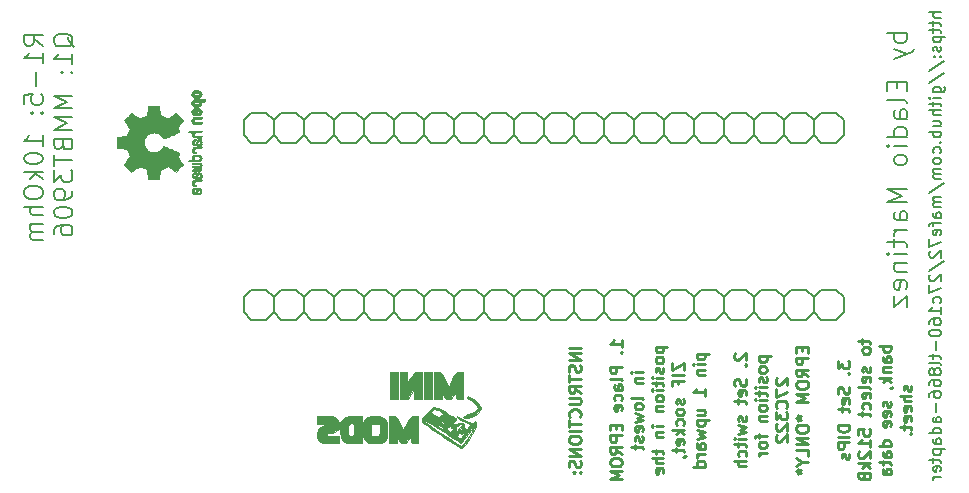
<source format=gbr>
G04 #@! TF.GenerationSoftware,KiCad,Pcbnew,(5.0.0)*
G04 #@! TF.CreationDate,2018-09-19T20:24:58-05:00*
G04 #@! TF.ProjectId,27C160_Adapter,3237433136305F416461707465722E6B,1.0*
G04 #@! TF.SameCoordinates,Original*
G04 #@! TF.FileFunction,Legend,Bot*
G04 #@! TF.FilePolarity,Positive*
%FSLAX46Y46*%
G04 Gerber Fmt 4.6, Leading zero omitted, Abs format (unit mm)*
G04 Created by KiCad (PCBNEW (5.0.0)) date 09/19/18 20:24:58*
%MOMM*%
%LPD*%
G01*
G04 APERTURE LIST*
%ADD10C,0.250000*%
%ADD11C,0.134112*%
%ADD12C,0.142240*%
%ADD13C,0.152400*%
%ADD14C,0.010000*%
G04 APERTURE END LIST*
D10*
X157363900Y-113576062D02*
X156363900Y-113576062D01*
X157363900Y-114052253D02*
X156363900Y-114052253D01*
X157363900Y-114623681D01*
X156363900Y-114623681D01*
X157316281Y-115052253D02*
X157363900Y-115195110D01*
X157363900Y-115433205D01*
X157316281Y-115528443D01*
X157268662Y-115576062D01*
X157173424Y-115623681D01*
X157078186Y-115623681D01*
X156982948Y-115576062D01*
X156935329Y-115528443D01*
X156887710Y-115433205D01*
X156840091Y-115242729D01*
X156792472Y-115147491D01*
X156744853Y-115099872D01*
X156649615Y-115052253D01*
X156554377Y-115052253D01*
X156459139Y-115099872D01*
X156411520Y-115147491D01*
X156363900Y-115242729D01*
X156363900Y-115480824D01*
X156411520Y-115623681D01*
X156363900Y-115909396D02*
X156363900Y-116480824D01*
X157363900Y-116195110D02*
X156363900Y-116195110D01*
X157363900Y-117385586D02*
X156887710Y-117052253D01*
X157363900Y-116814157D02*
X156363900Y-116814157D01*
X156363900Y-117195110D01*
X156411520Y-117290348D01*
X156459139Y-117337967D01*
X156554377Y-117385586D01*
X156697234Y-117385586D01*
X156792472Y-117337967D01*
X156840091Y-117290348D01*
X156887710Y-117195110D01*
X156887710Y-116814157D01*
X156363900Y-117814157D02*
X157173424Y-117814157D01*
X157268662Y-117861777D01*
X157316281Y-117909396D01*
X157363900Y-118004634D01*
X157363900Y-118195110D01*
X157316281Y-118290348D01*
X157268662Y-118337967D01*
X157173424Y-118385586D01*
X156363900Y-118385586D01*
X157268662Y-119433205D02*
X157316281Y-119385586D01*
X157363900Y-119242729D01*
X157363900Y-119147491D01*
X157316281Y-119004634D01*
X157221043Y-118909396D01*
X157125805Y-118861777D01*
X156935329Y-118814157D01*
X156792472Y-118814157D01*
X156601996Y-118861777D01*
X156506758Y-118909396D01*
X156411520Y-119004634D01*
X156363900Y-119147491D01*
X156363900Y-119242729D01*
X156411520Y-119385586D01*
X156459139Y-119433205D01*
X156363900Y-119718919D02*
X156363900Y-120290348D01*
X157363900Y-120004634D02*
X156363900Y-120004634D01*
X157363900Y-120623681D02*
X156363900Y-120623681D01*
X156363900Y-121290348D02*
X156363900Y-121480824D01*
X156411520Y-121576062D01*
X156506758Y-121671300D01*
X156697234Y-121718919D01*
X157030567Y-121718919D01*
X157221043Y-121671300D01*
X157316281Y-121576062D01*
X157363900Y-121480824D01*
X157363900Y-121290348D01*
X157316281Y-121195110D01*
X157221043Y-121099872D01*
X157030567Y-121052253D01*
X156697234Y-121052253D01*
X156506758Y-121099872D01*
X156411520Y-121195110D01*
X156363900Y-121290348D01*
X157363900Y-122147491D02*
X156363900Y-122147491D01*
X157363900Y-122718919D01*
X156363900Y-122718919D01*
X157316281Y-123147491D02*
X157363900Y-123290348D01*
X157363900Y-123528443D01*
X157316281Y-123623681D01*
X157268662Y-123671300D01*
X157173424Y-123718919D01*
X157078186Y-123718919D01*
X156982948Y-123671300D01*
X156935329Y-123623681D01*
X156887710Y-123528443D01*
X156840091Y-123337967D01*
X156792472Y-123242729D01*
X156744853Y-123195110D01*
X156649615Y-123147491D01*
X156554377Y-123147491D01*
X156459139Y-123195110D01*
X156411520Y-123242729D01*
X156363900Y-123337967D01*
X156363900Y-123576062D01*
X156411520Y-123718919D01*
X157268662Y-124147491D02*
X157316281Y-124195110D01*
X157363900Y-124147491D01*
X157316281Y-124099872D01*
X157268662Y-124147491D01*
X157363900Y-124147491D01*
X156744853Y-124147491D02*
X156792472Y-124195110D01*
X156840091Y-124147491D01*
X156792472Y-124099872D01*
X156744853Y-124147491D01*
X156840091Y-124147491D01*
X160863900Y-113528443D02*
X160863900Y-112957015D01*
X160863900Y-113242729D02*
X159863900Y-113242729D01*
X160006758Y-113147491D01*
X160101996Y-113052253D01*
X160149615Y-112957015D01*
X160768662Y-113957015D02*
X160816281Y-114004634D01*
X160863900Y-113957015D01*
X160816281Y-113909396D01*
X160768662Y-113957015D01*
X160863900Y-113957015D01*
X160863900Y-115195110D02*
X159863900Y-115195110D01*
X159863900Y-115576062D01*
X159911520Y-115671300D01*
X159959139Y-115718919D01*
X160054377Y-115766538D01*
X160197234Y-115766538D01*
X160292472Y-115718919D01*
X160340091Y-115671300D01*
X160387710Y-115576062D01*
X160387710Y-115195110D01*
X160863900Y-116337967D02*
X160816281Y-116242729D01*
X160721043Y-116195110D01*
X159863900Y-116195110D01*
X160863900Y-117147491D02*
X160340091Y-117147491D01*
X160244853Y-117099872D01*
X160197234Y-117004634D01*
X160197234Y-116814157D01*
X160244853Y-116718919D01*
X160816281Y-117147491D02*
X160863900Y-117052253D01*
X160863900Y-116814157D01*
X160816281Y-116718919D01*
X160721043Y-116671300D01*
X160625805Y-116671300D01*
X160530567Y-116718919D01*
X160482948Y-116814157D01*
X160482948Y-117052253D01*
X160435329Y-117147491D01*
X160816281Y-118052253D02*
X160863900Y-117957015D01*
X160863900Y-117766538D01*
X160816281Y-117671300D01*
X160768662Y-117623681D01*
X160673424Y-117576062D01*
X160387710Y-117576062D01*
X160292472Y-117623681D01*
X160244853Y-117671300D01*
X160197234Y-117766538D01*
X160197234Y-117957015D01*
X160244853Y-118052253D01*
X160816281Y-118861777D02*
X160863900Y-118766538D01*
X160863900Y-118576062D01*
X160816281Y-118480824D01*
X160721043Y-118433205D01*
X160340091Y-118433205D01*
X160244853Y-118480824D01*
X160197234Y-118576062D01*
X160197234Y-118766538D01*
X160244853Y-118861777D01*
X160340091Y-118909396D01*
X160435329Y-118909396D01*
X160530567Y-118433205D01*
X160340091Y-120099872D02*
X160340091Y-120433205D01*
X160863900Y-120576062D02*
X160863900Y-120099872D01*
X159863900Y-120099872D01*
X159863900Y-120576062D01*
X160863900Y-121004634D02*
X159863900Y-121004634D01*
X159863900Y-121385586D01*
X159911520Y-121480824D01*
X159959139Y-121528443D01*
X160054377Y-121576062D01*
X160197234Y-121576062D01*
X160292472Y-121528443D01*
X160340091Y-121480824D01*
X160387710Y-121385586D01*
X160387710Y-121004634D01*
X160863900Y-122576062D02*
X160387710Y-122242729D01*
X160863900Y-122004634D02*
X159863900Y-122004634D01*
X159863900Y-122385586D01*
X159911520Y-122480824D01*
X159959139Y-122528443D01*
X160054377Y-122576062D01*
X160197234Y-122576062D01*
X160292472Y-122528443D01*
X160340091Y-122480824D01*
X160387710Y-122385586D01*
X160387710Y-122004634D01*
X159863900Y-123195110D02*
X159863900Y-123385586D01*
X159911520Y-123480824D01*
X160006758Y-123576062D01*
X160197234Y-123623681D01*
X160530567Y-123623681D01*
X160721043Y-123576062D01*
X160816281Y-123480824D01*
X160863900Y-123385586D01*
X160863900Y-123195110D01*
X160816281Y-123099872D01*
X160721043Y-123004634D01*
X160530567Y-122957015D01*
X160197234Y-122957015D01*
X160006758Y-123004634D01*
X159911520Y-123099872D01*
X159863900Y-123195110D01*
X160863900Y-124052253D02*
X159863900Y-124052253D01*
X160578186Y-124385586D01*
X159863900Y-124718919D01*
X160863900Y-124718919D01*
X162613900Y-115671300D02*
X161947234Y-115671300D01*
X161613900Y-115671300D02*
X161661520Y-115623681D01*
X161709139Y-115671300D01*
X161661520Y-115718919D01*
X161613900Y-115671300D01*
X161709139Y-115671300D01*
X161947234Y-116147491D02*
X162613900Y-116147491D01*
X162042472Y-116147491D02*
X161994853Y-116195110D01*
X161947234Y-116290348D01*
X161947234Y-116433205D01*
X161994853Y-116528443D01*
X162090091Y-116576062D01*
X162613900Y-116576062D01*
X162613900Y-117957015D02*
X162566281Y-117861777D01*
X162471043Y-117814157D01*
X161613900Y-117814157D01*
X162613900Y-118480824D02*
X162566281Y-118385586D01*
X162518662Y-118337967D01*
X162423424Y-118290348D01*
X162137710Y-118290348D01*
X162042472Y-118337967D01*
X161994853Y-118385586D01*
X161947234Y-118480824D01*
X161947234Y-118623681D01*
X161994853Y-118718919D01*
X162042472Y-118766538D01*
X162137710Y-118814157D01*
X162423424Y-118814157D01*
X162518662Y-118766538D01*
X162566281Y-118718919D01*
X162613900Y-118623681D01*
X162613900Y-118480824D01*
X161947234Y-119147491D02*
X162613900Y-119337967D01*
X162137710Y-119528443D01*
X162613900Y-119718919D01*
X161947234Y-119909396D01*
X162566281Y-120671300D02*
X162613900Y-120576062D01*
X162613900Y-120385586D01*
X162566281Y-120290348D01*
X162471043Y-120242729D01*
X162090091Y-120242729D01*
X161994853Y-120290348D01*
X161947234Y-120385586D01*
X161947234Y-120576062D01*
X161994853Y-120671300D01*
X162090091Y-120718919D01*
X162185329Y-120718919D01*
X162280567Y-120242729D01*
X162566281Y-121099872D02*
X162613900Y-121195110D01*
X162613900Y-121385586D01*
X162566281Y-121480824D01*
X162471043Y-121528443D01*
X162423424Y-121528443D01*
X162328186Y-121480824D01*
X162280567Y-121385586D01*
X162280567Y-121242729D01*
X162232948Y-121147491D01*
X162137710Y-121099872D01*
X162090091Y-121099872D01*
X161994853Y-121147491D01*
X161947234Y-121242729D01*
X161947234Y-121385586D01*
X161994853Y-121480824D01*
X161947234Y-121814157D02*
X161947234Y-122195110D01*
X161613900Y-121957015D02*
X162471043Y-121957015D01*
X162566281Y-122004634D01*
X162613900Y-122099872D01*
X162613900Y-122195110D01*
X163697234Y-113504634D02*
X164697234Y-113504634D01*
X163744853Y-113504634D02*
X163697234Y-113599872D01*
X163697234Y-113790348D01*
X163744853Y-113885586D01*
X163792472Y-113933205D01*
X163887710Y-113980824D01*
X164173424Y-113980824D01*
X164268662Y-113933205D01*
X164316281Y-113885586D01*
X164363900Y-113790348D01*
X164363900Y-113599872D01*
X164316281Y-113504634D01*
X164363900Y-114552253D02*
X164316281Y-114457015D01*
X164268662Y-114409396D01*
X164173424Y-114361777D01*
X163887710Y-114361777D01*
X163792472Y-114409396D01*
X163744853Y-114457015D01*
X163697234Y-114552253D01*
X163697234Y-114695110D01*
X163744853Y-114790348D01*
X163792472Y-114837967D01*
X163887710Y-114885586D01*
X164173424Y-114885586D01*
X164268662Y-114837967D01*
X164316281Y-114790348D01*
X164363900Y-114695110D01*
X164363900Y-114552253D01*
X164316281Y-115266538D02*
X164363900Y-115361777D01*
X164363900Y-115552253D01*
X164316281Y-115647491D01*
X164221043Y-115695110D01*
X164173424Y-115695110D01*
X164078186Y-115647491D01*
X164030567Y-115552253D01*
X164030567Y-115409396D01*
X163982948Y-115314157D01*
X163887710Y-115266538D01*
X163840091Y-115266538D01*
X163744853Y-115314157D01*
X163697234Y-115409396D01*
X163697234Y-115552253D01*
X163744853Y-115647491D01*
X164363900Y-116123681D02*
X163697234Y-116123681D01*
X163363900Y-116123681D02*
X163411520Y-116076062D01*
X163459139Y-116123681D01*
X163411520Y-116171300D01*
X163363900Y-116123681D01*
X163459139Y-116123681D01*
X163697234Y-116457015D02*
X163697234Y-116837967D01*
X163363900Y-116599872D02*
X164221043Y-116599872D01*
X164316281Y-116647491D01*
X164363900Y-116742729D01*
X164363900Y-116837967D01*
X164363900Y-117171300D02*
X163697234Y-117171300D01*
X163363900Y-117171300D02*
X163411520Y-117123681D01*
X163459139Y-117171300D01*
X163411520Y-117218919D01*
X163363900Y-117171300D01*
X163459139Y-117171300D01*
X164363900Y-117790348D02*
X164316281Y-117695110D01*
X164268662Y-117647491D01*
X164173424Y-117599872D01*
X163887710Y-117599872D01*
X163792472Y-117647491D01*
X163744853Y-117695110D01*
X163697234Y-117790348D01*
X163697234Y-117933205D01*
X163744853Y-118028443D01*
X163792472Y-118076062D01*
X163887710Y-118123681D01*
X164173424Y-118123681D01*
X164268662Y-118076062D01*
X164316281Y-118028443D01*
X164363900Y-117933205D01*
X164363900Y-117790348D01*
X163697234Y-118552253D02*
X164363900Y-118552253D01*
X163792472Y-118552253D02*
X163744853Y-118599872D01*
X163697234Y-118695110D01*
X163697234Y-118837967D01*
X163744853Y-118933205D01*
X163840091Y-118980824D01*
X164363900Y-118980824D01*
X164363900Y-120218919D02*
X163697234Y-120218919D01*
X163363900Y-120218919D02*
X163411520Y-120171300D01*
X163459139Y-120218919D01*
X163411520Y-120266538D01*
X163363900Y-120218919D01*
X163459139Y-120218919D01*
X163697234Y-120695110D02*
X164363900Y-120695110D01*
X163792472Y-120695110D02*
X163744853Y-120742729D01*
X163697234Y-120837967D01*
X163697234Y-120980824D01*
X163744853Y-121076062D01*
X163840091Y-121123681D01*
X164363900Y-121123681D01*
X163697234Y-122218919D02*
X163697234Y-122599872D01*
X163363900Y-122361777D02*
X164221043Y-122361777D01*
X164316281Y-122409396D01*
X164363900Y-122504634D01*
X164363900Y-122599872D01*
X164363900Y-122933205D02*
X163363900Y-122933205D01*
X164363900Y-123361777D02*
X163840091Y-123361777D01*
X163744853Y-123314157D01*
X163697234Y-123218919D01*
X163697234Y-123076062D01*
X163744853Y-122980824D01*
X163792472Y-122933205D01*
X164316281Y-124218919D02*
X164363900Y-124123681D01*
X164363900Y-123933205D01*
X164316281Y-123837967D01*
X164221043Y-123790348D01*
X163840091Y-123790348D01*
X163744853Y-123837967D01*
X163697234Y-123933205D01*
X163697234Y-124123681D01*
X163744853Y-124218919D01*
X163840091Y-124266538D01*
X163935329Y-124266538D01*
X164030567Y-123790348D01*
X165113900Y-114837967D02*
X165113900Y-115504634D01*
X166113900Y-114837967D01*
X166113900Y-115504634D01*
X166113900Y-115885586D02*
X165113900Y-115885586D01*
X165590091Y-116695110D02*
X165590091Y-116361777D01*
X166113900Y-116361777D02*
X165113900Y-116361777D01*
X165113900Y-116837967D01*
X166066281Y-117933205D02*
X166113900Y-118028443D01*
X166113900Y-118218919D01*
X166066281Y-118314157D01*
X165971043Y-118361777D01*
X165923424Y-118361777D01*
X165828186Y-118314157D01*
X165780567Y-118218919D01*
X165780567Y-118076062D01*
X165732948Y-117980824D01*
X165637710Y-117933205D01*
X165590091Y-117933205D01*
X165494853Y-117980824D01*
X165447234Y-118076062D01*
X165447234Y-118218919D01*
X165494853Y-118314157D01*
X166113900Y-118933205D02*
X166066281Y-118837967D01*
X166018662Y-118790348D01*
X165923424Y-118742729D01*
X165637710Y-118742729D01*
X165542472Y-118790348D01*
X165494853Y-118837967D01*
X165447234Y-118933205D01*
X165447234Y-119076062D01*
X165494853Y-119171300D01*
X165542472Y-119218919D01*
X165637710Y-119266538D01*
X165923424Y-119266538D01*
X166018662Y-119218919D01*
X166066281Y-119171300D01*
X166113900Y-119076062D01*
X166113900Y-118933205D01*
X166066281Y-120123681D02*
X166113900Y-120028443D01*
X166113900Y-119837967D01*
X166066281Y-119742729D01*
X166018662Y-119695110D01*
X165923424Y-119647491D01*
X165637710Y-119647491D01*
X165542472Y-119695110D01*
X165494853Y-119742729D01*
X165447234Y-119837967D01*
X165447234Y-120028443D01*
X165494853Y-120123681D01*
X166113900Y-120552253D02*
X165113900Y-120552253D01*
X165732948Y-120647491D02*
X166113900Y-120933205D01*
X165447234Y-120933205D02*
X165828186Y-120552253D01*
X166066281Y-121742729D02*
X166113900Y-121647491D01*
X166113900Y-121457015D01*
X166066281Y-121361777D01*
X165971043Y-121314157D01*
X165590091Y-121314157D01*
X165494853Y-121361777D01*
X165447234Y-121457015D01*
X165447234Y-121647491D01*
X165494853Y-121742729D01*
X165590091Y-121790348D01*
X165685329Y-121790348D01*
X165780567Y-121314157D01*
X165447234Y-122076062D02*
X165447234Y-122457015D01*
X165113900Y-122218919D02*
X165971043Y-122218919D01*
X166066281Y-122266538D01*
X166113900Y-122361777D01*
X166113900Y-122457015D01*
X166066281Y-122837967D02*
X166113900Y-122837967D01*
X166209139Y-122790348D01*
X166256758Y-122742729D01*
X167197234Y-114076062D02*
X168197234Y-114076062D01*
X167244853Y-114076062D02*
X167197234Y-114171300D01*
X167197234Y-114361777D01*
X167244853Y-114457015D01*
X167292472Y-114504634D01*
X167387710Y-114552253D01*
X167673424Y-114552253D01*
X167768662Y-114504634D01*
X167816281Y-114457015D01*
X167863900Y-114361777D01*
X167863900Y-114171300D01*
X167816281Y-114076062D01*
X167863900Y-114980824D02*
X167197234Y-114980824D01*
X166863900Y-114980824D02*
X166911520Y-114933205D01*
X166959139Y-114980824D01*
X166911520Y-115028443D01*
X166863900Y-114980824D01*
X166959139Y-114980824D01*
X167197234Y-115457015D02*
X167863900Y-115457015D01*
X167292472Y-115457015D02*
X167244853Y-115504634D01*
X167197234Y-115599872D01*
X167197234Y-115742729D01*
X167244853Y-115837967D01*
X167340091Y-115885586D01*
X167863900Y-115885586D01*
X167863900Y-117647491D02*
X167863900Y-117076062D01*
X167863900Y-117361777D02*
X166863900Y-117361777D01*
X167006758Y-117266538D01*
X167101996Y-117171300D01*
X167149615Y-117076062D01*
X167197234Y-119266538D02*
X167863900Y-119266538D01*
X167197234Y-118837967D02*
X167721043Y-118837967D01*
X167816281Y-118885586D01*
X167863900Y-118980824D01*
X167863900Y-119123681D01*
X167816281Y-119218919D01*
X167768662Y-119266538D01*
X167197234Y-119742729D02*
X168197234Y-119742729D01*
X167244853Y-119742729D02*
X167197234Y-119837967D01*
X167197234Y-120028443D01*
X167244853Y-120123681D01*
X167292472Y-120171300D01*
X167387710Y-120218919D01*
X167673424Y-120218919D01*
X167768662Y-120171300D01*
X167816281Y-120123681D01*
X167863900Y-120028443D01*
X167863900Y-119837967D01*
X167816281Y-119742729D01*
X167197234Y-120552253D02*
X167863900Y-120742729D01*
X167387710Y-120933205D01*
X167863900Y-121123681D01*
X167197234Y-121314157D01*
X167863900Y-122123681D02*
X167340091Y-122123681D01*
X167244853Y-122076062D01*
X167197234Y-121980824D01*
X167197234Y-121790348D01*
X167244853Y-121695110D01*
X167816281Y-122123681D02*
X167863900Y-122028443D01*
X167863900Y-121790348D01*
X167816281Y-121695110D01*
X167721043Y-121647491D01*
X167625805Y-121647491D01*
X167530567Y-121695110D01*
X167482948Y-121790348D01*
X167482948Y-122028443D01*
X167435329Y-122123681D01*
X167863900Y-122599872D02*
X167197234Y-122599872D01*
X167387710Y-122599872D02*
X167292472Y-122647491D01*
X167244853Y-122695110D01*
X167197234Y-122790348D01*
X167197234Y-122885586D01*
X167863900Y-123647491D02*
X166863900Y-123647491D01*
X167816281Y-123647491D02*
X167863900Y-123552253D01*
X167863900Y-123361777D01*
X167816281Y-123266538D01*
X167768662Y-123218919D01*
X167673424Y-123171300D01*
X167387710Y-123171300D01*
X167292472Y-123218919D01*
X167244853Y-123266538D01*
X167197234Y-123361777D01*
X167197234Y-123552253D01*
X167244853Y-123647491D01*
X170459139Y-114052253D02*
X170411520Y-114099872D01*
X170363900Y-114195110D01*
X170363900Y-114433205D01*
X170411520Y-114528443D01*
X170459139Y-114576062D01*
X170554377Y-114623681D01*
X170649615Y-114623681D01*
X170792472Y-114576062D01*
X171363900Y-114004634D01*
X171363900Y-114623681D01*
X171268662Y-115052253D02*
X171316281Y-115099872D01*
X171363900Y-115052253D01*
X171316281Y-115004634D01*
X171268662Y-115052253D01*
X171363900Y-115052253D01*
X171316281Y-116242729D02*
X171363900Y-116385586D01*
X171363900Y-116623681D01*
X171316281Y-116718919D01*
X171268662Y-116766538D01*
X171173424Y-116814157D01*
X171078186Y-116814157D01*
X170982948Y-116766538D01*
X170935329Y-116718919D01*
X170887710Y-116623681D01*
X170840091Y-116433205D01*
X170792472Y-116337967D01*
X170744853Y-116290348D01*
X170649615Y-116242729D01*
X170554377Y-116242729D01*
X170459139Y-116290348D01*
X170411520Y-116337967D01*
X170363900Y-116433205D01*
X170363900Y-116671300D01*
X170411520Y-116814157D01*
X171316281Y-117623681D02*
X171363900Y-117528443D01*
X171363900Y-117337967D01*
X171316281Y-117242729D01*
X171221043Y-117195110D01*
X170840091Y-117195110D01*
X170744853Y-117242729D01*
X170697234Y-117337967D01*
X170697234Y-117528443D01*
X170744853Y-117623681D01*
X170840091Y-117671300D01*
X170935329Y-117671300D01*
X171030567Y-117195110D01*
X170697234Y-117957015D02*
X170697234Y-118337967D01*
X170363900Y-118099872D02*
X171221043Y-118099872D01*
X171316281Y-118147491D01*
X171363900Y-118242729D01*
X171363900Y-118337967D01*
X171316281Y-119385586D02*
X171363900Y-119480824D01*
X171363900Y-119671300D01*
X171316281Y-119766538D01*
X171221043Y-119814157D01*
X171173424Y-119814157D01*
X171078186Y-119766538D01*
X171030567Y-119671300D01*
X171030567Y-119528443D01*
X170982948Y-119433205D01*
X170887710Y-119385586D01*
X170840091Y-119385586D01*
X170744853Y-119433205D01*
X170697234Y-119528443D01*
X170697234Y-119671300D01*
X170744853Y-119766538D01*
X170697234Y-120147491D02*
X171363900Y-120337967D01*
X170887710Y-120528443D01*
X171363900Y-120718919D01*
X170697234Y-120909396D01*
X171363900Y-121290348D02*
X170697234Y-121290348D01*
X170363900Y-121290348D02*
X170411520Y-121242729D01*
X170459139Y-121290348D01*
X170411520Y-121337967D01*
X170363900Y-121290348D01*
X170459139Y-121290348D01*
X170697234Y-121623681D02*
X170697234Y-122004634D01*
X170363900Y-121766538D02*
X171221043Y-121766538D01*
X171316281Y-121814157D01*
X171363900Y-121909396D01*
X171363900Y-122004634D01*
X171316281Y-122766538D02*
X171363900Y-122671300D01*
X171363900Y-122480824D01*
X171316281Y-122385586D01*
X171268662Y-122337967D01*
X171173424Y-122290348D01*
X170887710Y-122290348D01*
X170792472Y-122337967D01*
X170744853Y-122385586D01*
X170697234Y-122480824D01*
X170697234Y-122671300D01*
X170744853Y-122766538D01*
X171363900Y-123195110D02*
X170363900Y-123195110D01*
X171363900Y-123623681D02*
X170840091Y-123623681D01*
X170744853Y-123576062D01*
X170697234Y-123480824D01*
X170697234Y-123337967D01*
X170744853Y-123242729D01*
X170792472Y-123195110D01*
X172447234Y-114314157D02*
X173447234Y-114314157D01*
X172494853Y-114314157D02*
X172447234Y-114409396D01*
X172447234Y-114599872D01*
X172494853Y-114695110D01*
X172542472Y-114742729D01*
X172637710Y-114790348D01*
X172923424Y-114790348D01*
X173018662Y-114742729D01*
X173066281Y-114695110D01*
X173113900Y-114599872D01*
X173113900Y-114409396D01*
X173066281Y-114314157D01*
X173113900Y-115361777D02*
X173066281Y-115266538D01*
X173018662Y-115218919D01*
X172923424Y-115171300D01*
X172637710Y-115171300D01*
X172542472Y-115218919D01*
X172494853Y-115266538D01*
X172447234Y-115361777D01*
X172447234Y-115504634D01*
X172494853Y-115599872D01*
X172542472Y-115647491D01*
X172637710Y-115695110D01*
X172923424Y-115695110D01*
X173018662Y-115647491D01*
X173066281Y-115599872D01*
X173113900Y-115504634D01*
X173113900Y-115361777D01*
X173066281Y-116076062D02*
X173113900Y-116171300D01*
X173113900Y-116361777D01*
X173066281Y-116457015D01*
X172971043Y-116504634D01*
X172923424Y-116504634D01*
X172828186Y-116457015D01*
X172780567Y-116361777D01*
X172780567Y-116218919D01*
X172732948Y-116123681D01*
X172637710Y-116076062D01*
X172590091Y-116076062D01*
X172494853Y-116123681D01*
X172447234Y-116218919D01*
X172447234Y-116361777D01*
X172494853Y-116457015D01*
X173113900Y-116933205D02*
X172447234Y-116933205D01*
X172113900Y-116933205D02*
X172161520Y-116885586D01*
X172209139Y-116933205D01*
X172161520Y-116980824D01*
X172113900Y-116933205D01*
X172209139Y-116933205D01*
X172447234Y-117266538D02*
X172447234Y-117647491D01*
X172113900Y-117409396D02*
X172971043Y-117409396D01*
X173066281Y-117457015D01*
X173113900Y-117552253D01*
X173113900Y-117647491D01*
X173113900Y-117980824D02*
X172447234Y-117980824D01*
X172113900Y-117980824D02*
X172161520Y-117933205D01*
X172209139Y-117980824D01*
X172161520Y-118028443D01*
X172113900Y-117980824D01*
X172209139Y-117980824D01*
X173113900Y-118599872D02*
X173066281Y-118504634D01*
X173018662Y-118457015D01*
X172923424Y-118409396D01*
X172637710Y-118409396D01*
X172542472Y-118457015D01*
X172494853Y-118504634D01*
X172447234Y-118599872D01*
X172447234Y-118742729D01*
X172494853Y-118837967D01*
X172542472Y-118885586D01*
X172637710Y-118933205D01*
X172923424Y-118933205D01*
X173018662Y-118885586D01*
X173066281Y-118837967D01*
X173113900Y-118742729D01*
X173113900Y-118599872D01*
X172447234Y-119361777D02*
X173113900Y-119361777D01*
X172542472Y-119361777D02*
X172494853Y-119409396D01*
X172447234Y-119504634D01*
X172447234Y-119647491D01*
X172494853Y-119742729D01*
X172590091Y-119790348D01*
X173113900Y-119790348D01*
X172447234Y-120885586D02*
X172447234Y-121266538D01*
X173113900Y-121028443D02*
X172256758Y-121028443D01*
X172161520Y-121076062D01*
X172113900Y-121171300D01*
X172113900Y-121266538D01*
X173113900Y-121742729D02*
X173066281Y-121647491D01*
X173018662Y-121599872D01*
X172923424Y-121552253D01*
X172637710Y-121552253D01*
X172542472Y-121599872D01*
X172494853Y-121647491D01*
X172447234Y-121742729D01*
X172447234Y-121885586D01*
X172494853Y-121980824D01*
X172542472Y-122028443D01*
X172637710Y-122076062D01*
X172923424Y-122076062D01*
X173018662Y-122028443D01*
X173066281Y-121980824D01*
X173113900Y-121885586D01*
X173113900Y-121742729D01*
X173113900Y-122504634D02*
X172447234Y-122504634D01*
X172637710Y-122504634D02*
X172542472Y-122552253D01*
X172494853Y-122599872D01*
X172447234Y-122695110D01*
X172447234Y-122790348D01*
X173959139Y-116171300D02*
X173911520Y-116218919D01*
X173863900Y-116314157D01*
X173863900Y-116552253D01*
X173911520Y-116647491D01*
X173959139Y-116695110D01*
X174054377Y-116742729D01*
X174149615Y-116742729D01*
X174292472Y-116695110D01*
X174863900Y-116123681D01*
X174863900Y-116742729D01*
X173863900Y-117076062D02*
X173863900Y-117742729D01*
X174863900Y-117314157D01*
X174768662Y-118695110D02*
X174816281Y-118647491D01*
X174863900Y-118504634D01*
X174863900Y-118409396D01*
X174816281Y-118266538D01*
X174721043Y-118171300D01*
X174625805Y-118123681D01*
X174435329Y-118076062D01*
X174292472Y-118076062D01*
X174101996Y-118123681D01*
X174006758Y-118171300D01*
X173911520Y-118266538D01*
X173863900Y-118409396D01*
X173863900Y-118504634D01*
X173911520Y-118647491D01*
X173959139Y-118695110D01*
X173863900Y-119028443D02*
X173863900Y-119647491D01*
X174244853Y-119314157D01*
X174244853Y-119457015D01*
X174292472Y-119552253D01*
X174340091Y-119599872D01*
X174435329Y-119647491D01*
X174673424Y-119647491D01*
X174768662Y-119599872D01*
X174816281Y-119552253D01*
X174863900Y-119457015D01*
X174863900Y-119171300D01*
X174816281Y-119076062D01*
X174768662Y-119028443D01*
X173959139Y-120028443D02*
X173911520Y-120076062D01*
X173863900Y-120171300D01*
X173863900Y-120409396D01*
X173911520Y-120504634D01*
X173959139Y-120552253D01*
X174054377Y-120599872D01*
X174149615Y-120599872D01*
X174292472Y-120552253D01*
X174863900Y-119980824D01*
X174863900Y-120599872D01*
X173959139Y-120980824D02*
X173911520Y-121028443D01*
X173863900Y-121123681D01*
X173863900Y-121361777D01*
X173911520Y-121457015D01*
X173959139Y-121504634D01*
X174054377Y-121552253D01*
X174149615Y-121552253D01*
X174292472Y-121504634D01*
X174863900Y-120933205D01*
X174863900Y-121552253D01*
X176090091Y-113528443D02*
X176090091Y-113861777D01*
X176613900Y-114004634D02*
X176613900Y-113528443D01*
X175613900Y-113528443D01*
X175613900Y-114004634D01*
X176613900Y-114433205D02*
X175613900Y-114433205D01*
X175613900Y-114814157D01*
X175661520Y-114909396D01*
X175709139Y-114957015D01*
X175804377Y-115004634D01*
X175947234Y-115004634D01*
X176042472Y-114957015D01*
X176090091Y-114909396D01*
X176137710Y-114814157D01*
X176137710Y-114433205D01*
X176613900Y-116004634D02*
X176137710Y-115671300D01*
X176613900Y-115433205D02*
X175613900Y-115433205D01*
X175613900Y-115814157D01*
X175661520Y-115909396D01*
X175709139Y-115957015D01*
X175804377Y-116004634D01*
X175947234Y-116004634D01*
X176042472Y-115957015D01*
X176090091Y-115909396D01*
X176137710Y-115814157D01*
X176137710Y-115433205D01*
X175613900Y-116623681D02*
X175613900Y-116814157D01*
X175661520Y-116909396D01*
X175756758Y-117004634D01*
X175947234Y-117052253D01*
X176280567Y-117052253D01*
X176471043Y-117004634D01*
X176566281Y-116909396D01*
X176613900Y-116814157D01*
X176613900Y-116623681D01*
X176566281Y-116528443D01*
X176471043Y-116433205D01*
X176280567Y-116385586D01*
X175947234Y-116385586D01*
X175756758Y-116433205D01*
X175661520Y-116528443D01*
X175613900Y-116623681D01*
X176613900Y-117480824D02*
X175613900Y-117480824D01*
X176328186Y-117814157D01*
X175613900Y-118147491D01*
X176613900Y-118147491D01*
X175613900Y-119528443D02*
X175851996Y-119528443D01*
X175756758Y-119290348D02*
X175851996Y-119528443D01*
X175756758Y-119766538D01*
X176042472Y-119385586D02*
X175851996Y-119528443D01*
X176042472Y-119671300D01*
X175613900Y-120337967D02*
X175613900Y-120528443D01*
X175661520Y-120623681D01*
X175756758Y-120718919D01*
X175947234Y-120766538D01*
X176280567Y-120766538D01*
X176471043Y-120718919D01*
X176566281Y-120623681D01*
X176613900Y-120528443D01*
X176613900Y-120337967D01*
X176566281Y-120242729D01*
X176471043Y-120147491D01*
X176280567Y-120099872D01*
X175947234Y-120099872D01*
X175756758Y-120147491D01*
X175661520Y-120242729D01*
X175613900Y-120337967D01*
X176613900Y-121195110D02*
X175613900Y-121195110D01*
X176613900Y-121766538D01*
X175613900Y-121766538D01*
X176613900Y-122718919D02*
X176613900Y-122242729D01*
X175613900Y-122242729D01*
X176137710Y-123242729D02*
X176613900Y-123242729D01*
X175613900Y-122909396D02*
X176137710Y-123242729D01*
X175613900Y-123576062D01*
X175613900Y-124052253D02*
X175851996Y-124052253D01*
X175756758Y-123814157D02*
X175851996Y-124052253D01*
X175756758Y-124290348D01*
X176042472Y-123909396D02*
X175851996Y-124052253D01*
X176042472Y-124195110D01*
X179113900Y-114695110D02*
X179113900Y-115314157D01*
X179494853Y-114980824D01*
X179494853Y-115123681D01*
X179542472Y-115218919D01*
X179590091Y-115266538D01*
X179685329Y-115314157D01*
X179923424Y-115314157D01*
X180018662Y-115266538D01*
X180066281Y-115218919D01*
X180113900Y-115123681D01*
X180113900Y-114837967D01*
X180066281Y-114742729D01*
X180018662Y-114695110D01*
X180018662Y-115742729D02*
X180066281Y-115790348D01*
X180113900Y-115742729D01*
X180066281Y-115695110D01*
X180018662Y-115742729D01*
X180113900Y-115742729D01*
X180066281Y-116933205D02*
X180113900Y-117076062D01*
X180113900Y-117314157D01*
X180066281Y-117409396D01*
X180018662Y-117457015D01*
X179923424Y-117504634D01*
X179828186Y-117504634D01*
X179732948Y-117457015D01*
X179685329Y-117409396D01*
X179637710Y-117314157D01*
X179590091Y-117123681D01*
X179542472Y-117028443D01*
X179494853Y-116980824D01*
X179399615Y-116933205D01*
X179304377Y-116933205D01*
X179209139Y-116980824D01*
X179161520Y-117028443D01*
X179113900Y-117123681D01*
X179113900Y-117361777D01*
X179161520Y-117504634D01*
X180066281Y-118314157D02*
X180113900Y-118218919D01*
X180113900Y-118028443D01*
X180066281Y-117933205D01*
X179971043Y-117885586D01*
X179590091Y-117885586D01*
X179494853Y-117933205D01*
X179447234Y-118028443D01*
X179447234Y-118218919D01*
X179494853Y-118314157D01*
X179590091Y-118361777D01*
X179685329Y-118361777D01*
X179780567Y-117885586D01*
X179447234Y-118647491D02*
X179447234Y-119028443D01*
X179113900Y-118790348D02*
X179971043Y-118790348D01*
X180066281Y-118837967D01*
X180113900Y-118933205D01*
X180113900Y-119028443D01*
X180113900Y-120123681D02*
X179113900Y-120123681D01*
X179113900Y-120361777D01*
X179161520Y-120504634D01*
X179256758Y-120599872D01*
X179351996Y-120647491D01*
X179542472Y-120695110D01*
X179685329Y-120695110D01*
X179875805Y-120647491D01*
X179971043Y-120599872D01*
X180066281Y-120504634D01*
X180113900Y-120361777D01*
X180113900Y-120123681D01*
X180113900Y-121123681D02*
X179113900Y-121123681D01*
X180113900Y-121599872D02*
X179113900Y-121599872D01*
X179113900Y-121980824D01*
X179161520Y-122076062D01*
X179209139Y-122123681D01*
X179304377Y-122171300D01*
X179447234Y-122171300D01*
X179542472Y-122123681D01*
X179590091Y-122076062D01*
X179637710Y-121980824D01*
X179637710Y-121599872D01*
X180066281Y-122552253D02*
X180113900Y-122647491D01*
X180113900Y-122837967D01*
X180066281Y-122933205D01*
X179971043Y-122980824D01*
X179923424Y-122980824D01*
X179828186Y-122933205D01*
X179780567Y-122837967D01*
X179780567Y-122695110D01*
X179732948Y-122599872D01*
X179637710Y-122552253D01*
X179590091Y-122552253D01*
X179494853Y-122599872D01*
X179447234Y-122695110D01*
X179447234Y-122837967D01*
X179494853Y-122933205D01*
X181197234Y-112885586D02*
X181197234Y-113266538D01*
X180863900Y-113028443D02*
X181721043Y-113028443D01*
X181816281Y-113076062D01*
X181863900Y-113171300D01*
X181863900Y-113266538D01*
X181863900Y-113742729D02*
X181816281Y-113647491D01*
X181768662Y-113599872D01*
X181673424Y-113552253D01*
X181387710Y-113552253D01*
X181292472Y-113599872D01*
X181244853Y-113647491D01*
X181197234Y-113742729D01*
X181197234Y-113885586D01*
X181244853Y-113980824D01*
X181292472Y-114028443D01*
X181387710Y-114076062D01*
X181673424Y-114076062D01*
X181768662Y-114028443D01*
X181816281Y-113980824D01*
X181863900Y-113885586D01*
X181863900Y-113742729D01*
X181816281Y-115218919D02*
X181863900Y-115314157D01*
X181863900Y-115504634D01*
X181816281Y-115599872D01*
X181721043Y-115647491D01*
X181673424Y-115647491D01*
X181578186Y-115599872D01*
X181530567Y-115504634D01*
X181530567Y-115361777D01*
X181482948Y-115266538D01*
X181387710Y-115218919D01*
X181340091Y-115218919D01*
X181244853Y-115266538D01*
X181197234Y-115361777D01*
X181197234Y-115504634D01*
X181244853Y-115599872D01*
X181816281Y-116457015D02*
X181863900Y-116361777D01*
X181863900Y-116171300D01*
X181816281Y-116076062D01*
X181721043Y-116028443D01*
X181340091Y-116028443D01*
X181244853Y-116076062D01*
X181197234Y-116171300D01*
X181197234Y-116361777D01*
X181244853Y-116457015D01*
X181340091Y-116504634D01*
X181435329Y-116504634D01*
X181530567Y-116028443D01*
X181863900Y-117076062D02*
X181816281Y-116980824D01*
X181721043Y-116933205D01*
X180863900Y-116933205D01*
X181816281Y-117837967D02*
X181863900Y-117742729D01*
X181863900Y-117552253D01*
X181816281Y-117457015D01*
X181721043Y-117409396D01*
X181340091Y-117409396D01*
X181244853Y-117457015D01*
X181197234Y-117552253D01*
X181197234Y-117742729D01*
X181244853Y-117837967D01*
X181340091Y-117885586D01*
X181435329Y-117885586D01*
X181530567Y-117409396D01*
X181816281Y-118742729D02*
X181863900Y-118647491D01*
X181863900Y-118457015D01*
X181816281Y-118361777D01*
X181768662Y-118314157D01*
X181673424Y-118266538D01*
X181387710Y-118266538D01*
X181292472Y-118314157D01*
X181244853Y-118361777D01*
X181197234Y-118457015D01*
X181197234Y-118647491D01*
X181244853Y-118742729D01*
X181197234Y-119028443D02*
X181197234Y-119409396D01*
X180863900Y-119171300D02*
X181721043Y-119171300D01*
X181816281Y-119218919D01*
X181863900Y-119314157D01*
X181863900Y-119409396D01*
X180863900Y-120980824D02*
X180863900Y-120504634D01*
X181340091Y-120457015D01*
X181292472Y-120504634D01*
X181244853Y-120599872D01*
X181244853Y-120837967D01*
X181292472Y-120933205D01*
X181340091Y-120980824D01*
X181435329Y-121028443D01*
X181673424Y-121028443D01*
X181768662Y-120980824D01*
X181816281Y-120933205D01*
X181863900Y-120837967D01*
X181863900Y-120599872D01*
X181816281Y-120504634D01*
X181768662Y-120457015D01*
X181863900Y-121980824D02*
X181863900Y-121409396D01*
X181863900Y-121695110D02*
X180863900Y-121695110D01*
X181006758Y-121599872D01*
X181101996Y-121504634D01*
X181149615Y-121409396D01*
X180959139Y-122361777D02*
X180911520Y-122409396D01*
X180863900Y-122504634D01*
X180863900Y-122742729D01*
X180911520Y-122837967D01*
X180959139Y-122885586D01*
X181054377Y-122933205D01*
X181149615Y-122933205D01*
X181292472Y-122885586D01*
X181863900Y-122314157D01*
X181863900Y-122933205D01*
X181863900Y-123361777D02*
X180863900Y-123361777D01*
X181482948Y-123457015D02*
X181863900Y-123742729D01*
X181197234Y-123742729D02*
X181578186Y-123361777D01*
X181340091Y-124504634D02*
X181387710Y-124647491D01*
X181435329Y-124695110D01*
X181530567Y-124742729D01*
X181673424Y-124742729D01*
X181768662Y-124695110D01*
X181816281Y-124647491D01*
X181863900Y-124552253D01*
X181863900Y-124171300D01*
X180863900Y-124171300D01*
X180863900Y-124504634D01*
X180911520Y-124599872D01*
X180959139Y-124647491D01*
X181054377Y-124695110D01*
X181149615Y-124695110D01*
X181244853Y-124647491D01*
X181292472Y-124599872D01*
X181340091Y-124504634D01*
X181340091Y-124171300D01*
X183613900Y-113433205D02*
X182613900Y-113433205D01*
X182994853Y-113433205D02*
X182947234Y-113528443D01*
X182947234Y-113718919D01*
X182994853Y-113814157D01*
X183042472Y-113861777D01*
X183137710Y-113909396D01*
X183423424Y-113909396D01*
X183518662Y-113861777D01*
X183566281Y-113814157D01*
X183613900Y-113718919D01*
X183613900Y-113528443D01*
X183566281Y-113433205D01*
X183613900Y-114766538D02*
X183090091Y-114766538D01*
X182994853Y-114718919D01*
X182947234Y-114623681D01*
X182947234Y-114433205D01*
X182994853Y-114337967D01*
X183566281Y-114766538D02*
X183613900Y-114671300D01*
X183613900Y-114433205D01*
X183566281Y-114337967D01*
X183471043Y-114290348D01*
X183375805Y-114290348D01*
X183280567Y-114337967D01*
X183232948Y-114433205D01*
X183232948Y-114671300D01*
X183185329Y-114766538D01*
X182947234Y-115242729D02*
X183613900Y-115242729D01*
X183042472Y-115242729D02*
X182994853Y-115290348D01*
X182947234Y-115385586D01*
X182947234Y-115528443D01*
X182994853Y-115623681D01*
X183090091Y-115671300D01*
X183613900Y-115671300D01*
X183613900Y-116147491D02*
X182613900Y-116147491D01*
X183232948Y-116242729D02*
X183613900Y-116528443D01*
X182947234Y-116528443D02*
X183328186Y-116147491D01*
X183566281Y-117004634D02*
X183613900Y-117004634D01*
X183709139Y-116957015D01*
X183756758Y-116909396D01*
X183566281Y-118147491D02*
X183613900Y-118242729D01*
X183613900Y-118433205D01*
X183566281Y-118528443D01*
X183471043Y-118576062D01*
X183423424Y-118576062D01*
X183328186Y-118528443D01*
X183280567Y-118433205D01*
X183280567Y-118290348D01*
X183232948Y-118195110D01*
X183137710Y-118147491D01*
X183090091Y-118147491D01*
X182994853Y-118195110D01*
X182947234Y-118290348D01*
X182947234Y-118433205D01*
X182994853Y-118528443D01*
X183566281Y-119385586D02*
X183613900Y-119290348D01*
X183613900Y-119099872D01*
X183566281Y-119004634D01*
X183471043Y-118957015D01*
X183090091Y-118957015D01*
X182994853Y-119004634D01*
X182947234Y-119099872D01*
X182947234Y-119290348D01*
X182994853Y-119385586D01*
X183090091Y-119433205D01*
X183185329Y-119433205D01*
X183280567Y-118957015D01*
X183566281Y-120242729D02*
X183613900Y-120147491D01*
X183613900Y-119957015D01*
X183566281Y-119861777D01*
X183471043Y-119814157D01*
X183090091Y-119814157D01*
X182994853Y-119861777D01*
X182947234Y-119957015D01*
X182947234Y-120147491D01*
X182994853Y-120242729D01*
X183090091Y-120290348D01*
X183185329Y-120290348D01*
X183280567Y-119814157D01*
X183613900Y-121909396D02*
X182613900Y-121909396D01*
X183566281Y-121909396D02*
X183613900Y-121814157D01*
X183613900Y-121623681D01*
X183566281Y-121528443D01*
X183518662Y-121480824D01*
X183423424Y-121433205D01*
X183137710Y-121433205D01*
X183042472Y-121480824D01*
X182994853Y-121528443D01*
X182947234Y-121623681D01*
X182947234Y-121814157D01*
X182994853Y-121909396D01*
X183613900Y-122814157D02*
X183090091Y-122814157D01*
X182994853Y-122766538D01*
X182947234Y-122671300D01*
X182947234Y-122480824D01*
X182994853Y-122385586D01*
X183566281Y-122814157D02*
X183613900Y-122718919D01*
X183613900Y-122480824D01*
X183566281Y-122385586D01*
X183471043Y-122337967D01*
X183375805Y-122337967D01*
X183280567Y-122385586D01*
X183232948Y-122480824D01*
X183232948Y-122718919D01*
X183185329Y-122814157D01*
X182947234Y-123147491D02*
X182947234Y-123528443D01*
X182613900Y-123290348D02*
X183471043Y-123290348D01*
X183566281Y-123337967D01*
X183613900Y-123433205D01*
X183613900Y-123528443D01*
X183613900Y-124290348D02*
X183090091Y-124290348D01*
X182994853Y-124242729D01*
X182947234Y-124147491D01*
X182947234Y-123957015D01*
X182994853Y-123861777D01*
X183566281Y-124290348D02*
X183613900Y-124195110D01*
X183613900Y-123957015D01*
X183566281Y-123861777D01*
X183471043Y-123814157D01*
X183375805Y-123814157D01*
X183280567Y-123861777D01*
X183232948Y-123957015D01*
X183232948Y-124195110D01*
X183185329Y-124290348D01*
X185316281Y-116814157D02*
X185363900Y-116909396D01*
X185363900Y-117099872D01*
X185316281Y-117195110D01*
X185221043Y-117242729D01*
X185173424Y-117242729D01*
X185078186Y-117195110D01*
X185030567Y-117099872D01*
X185030567Y-116957015D01*
X184982948Y-116861777D01*
X184887710Y-116814157D01*
X184840091Y-116814157D01*
X184744853Y-116861777D01*
X184697234Y-116957015D01*
X184697234Y-117099872D01*
X184744853Y-117195110D01*
X185363900Y-117671300D02*
X184363900Y-117671300D01*
X185363900Y-118099872D02*
X184840091Y-118099872D01*
X184744853Y-118052253D01*
X184697234Y-117957015D01*
X184697234Y-117814157D01*
X184744853Y-117718919D01*
X184792472Y-117671300D01*
X185316281Y-118957015D02*
X185363900Y-118861777D01*
X185363900Y-118671300D01*
X185316281Y-118576062D01*
X185221043Y-118528443D01*
X184840091Y-118528443D01*
X184744853Y-118576062D01*
X184697234Y-118671300D01*
X184697234Y-118861777D01*
X184744853Y-118957015D01*
X184840091Y-119004634D01*
X184935329Y-119004634D01*
X185030567Y-118528443D01*
X185316281Y-119814157D02*
X185363900Y-119718919D01*
X185363900Y-119528443D01*
X185316281Y-119433205D01*
X185221043Y-119385586D01*
X184840091Y-119385586D01*
X184744853Y-119433205D01*
X184697234Y-119528443D01*
X184697234Y-119718919D01*
X184744853Y-119814157D01*
X184840091Y-119861777D01*
X184935329Y-119861777D01*
X185030567Y-119385586D01*
X184697234Y-120147491D02*
X184697234Y-120528443D01*
X184363900Y-120290348D02*
X185221043Y-120290348D01*
X185316281Y-120337967D01*
X185363900Y-120433205D01*
X185363900Y-120528443D01*
X185268662Y-120861777D02*
X185316281Y-120909396D01*
X185363900Y-120861777D01*
X185316281Y-120814157D01*
X185268662Y-120861777D01*
X185363900Y-120861777D01*
D11*
X111810400Y-88003104D02*
X111052029Y-87472244D01*
X111810400Y-87093058D02*
X110217820Y-87093058D01*
X110217820Y-87699755D01*
X110293658Y-87851429D01*
X110369495Y-87927267D01*
X110521169Y-88003104D01*
X110748680Y-88003104D01*
X110900355Y-87927267D01*
X110976192Y-87851429D01*
X111052029Y-87699755D01*
X111052029Y-87093058D01*
X111810400Y-89519847D02*
X111810400Y-88609801D01*
X111810400Y-89064824D02*
X110217820Y-89064824D01*
X110445332Y-88913149D01*
X110597006Y-88761475D01*
X110672843Y-88609801D01*
X111203703Y-90202381D02*
X111203703Y-91415775D01*
X110217820Y-92932518D02*
X110217820Y-92174147D01*
X110976192Y-92098309D01*
X110900355Y-92174147D01*
X110824518Y-92325821D01*
X110824518Y-92705007D01*
X110900355Y-92856681D01*
X110976192Y-92932518D01*
X111127866Y-93008355D01*
X111507052Y-93008355D01*
X111658726Y-92932518D01*
X111734563Y-92856681D01*
X111810400Y-92705007D01*
X111810400Y-92325821D01*
X111734563Y-92174147D01*
X111658726Y-92098309D01*
X111658726Y-93690889D02*
X111734563Y-93766727D01*
X111810400Y-93690889D01*
X111734563Y-93615052D01*
X111658726Y-93690889D01*
X111810400Y-93690889D01*
X110824518Y-93690889D02*
X110900355Y-93766727D01*
X110976192Y-93690889D01*
X110900355Y-93615052D01*
X110824518Y-93690889D01*
X110976192Y-93690889D01*
X111810400Y-96496864D02*
X111810400Y-95586818D01*
X111810400Y-96041841D02*
X110217820Y-96041841D01*
X110445332Y-95890167D01*
X110597006Y-95738492D01*
X110672843Y-95586818D01*
X110217820Y-97482747D02*
X110217820Y-97634421D01*
X110293658Y-97786095D01*
X110369495Y-97861932D01*
X110521169Y-97937769D01*
X110824518Y-98013607D01*
X111203703Y-98013607D01*
X111507052Y-97937769D01*
X111658726Y-97861932D01*
X111734563Y-97786095D01*
X111810400Y-97634421D01*
X111810400Y-97482747D01*
X111734563Y-97331072D01*
X111658726Y-97255235D01*
X111507052Y-97179398D01*
X111203703Y-97103561D01*
X110824518Y-97103561D01*
X110521169Y-97179398D01*
X110369495Y-97255235D01*
X110293658Y-97331072D01*
X110217820Y-97482747D01*
X111810400Y-98696141D02*
X110217820Y-98696141D01*
X111203703Y-98847815D02*
X111810400Y-99302838D01*
X110748680Y-99302838D02*
X111355378Y-98696141D01*
X110217820Y-100288721D02*
X110217820Y-100592069D01*
X110293658Y-100743744D01*
X110445332Y-100895418D01*
X110748680Y-100971255D01*
X111279540Y-100971255D01*
X111582889Y-100895418D01*
X111734563Y-100743744D01*
X111810400Y-100592069D01*
X111810400Y-100288721D01*
X111734563Y-100137047D01*
X111582889Y-99985372D01*
X111279540Y-99909535D01*
X110748680Y-99909535D01*
X110445332Y-99985372D01*
X110293658Y-100137047D01*
X110217820Y-100288721D01*
X111810400Y-101653789D02*
X110217820Y-101653789D01*
X111810400Y-102336324D02*
X110976192Y-102336324D01*
X110824518Y-102260487D01*
X110748680Y-102108812D01*
X110748680Y-101881301D01*
X110824518Y-101729627D01*
X110900355Y-101653789D01*
X111810400Y-103094695D02*
X110748680Y-103094695D01*
X110900355Y-103094695D02*
X110824518Y-103170532D01*
X110748680Y-103322207D01*
X110748680Y-103549718D01*
X110824518Y-103701392D01*
X110976192Y-103777229D01*
X111810400Y-103777229D01*
X110976192Y-103777229D02*
X110824518Y-103853067D01*
X110748680Y-104004741D01*
X110748680Y-104232252D01*
X110824518Y-104383927D01*
X110976192Y-104459764D01*
X111810400Y-104459764D01*
X114485057Y-88154778D02*
X114409220Y-88003104D01*
X114257545Y-87851429D01*
X114030034Y-87623918D01*
X113954197Y-87472244D01*
X113954197Y-87320569D01*
X114333382Y-87396407D02*
X114257545Y-87244732D01*
X114105871Y-87093058D01*
X113802522Y-87017221D01*
X113271662Y-87017221D01*
X112968314Y-87093058D01*
X112816640Y-87244732D01*
X112740802Y-87396407D01*
X112740802Y-87699755D01*
X112816640Y-87851429D01*
X112968314Y-88003104D01*
X113271662Y-88078941D01*
X113802522Y-88078941D01*
X114105871Y-88003104D01*
X114257545Y-87851429D01*
X114333382Y-87699755D01*
X114333382Y-87396407D01*
X114333382Y-89595684D02*
X114333382Y-88685638D01*
X114333382Y-89140661D02*
X112740802Y-89140661D01*
X112968314Y-88988987D01*
X113119988Y-88837312D01*
X113195825Y-88685638D01*
X114181708Y-90278218D02*
X114257545Y-90354055D01*
X114333382Y-90278218D01*
X114257545Y-90202381D01*
X114181708Y-90278218D01*
X114333382Y-90278218D01*
X113347500Y-90278218D02*
X113423337Y-90354055D01*
X113499174Y-90278218D01*
X113423337Y-90202381D01*
X113347500Y-90278218D01*
X113499174Y-90278218D01*
X114333382Y-92249984D02*
X112740802Y-92249984D01*
X113878360Y-92780844D01*
X112740802Y-93311704D01*
X114333382Y-93311704D01*
X114333382Y-94070075D02*
X112740802Y-94070075D01*
X113878360Y-94600935D01*
X112740802Y-95131795D01*
X114333382Y-95131795D01*
X113499174Y-96421027D02*
X113575011Y-96648538D01*
X113650848Y-96724375D01*
X113802522Y-96800212D01*
X114030034Y-96800212D01*
X114181708Y-96724375D01*
X114257545Y-96648538D01*
X114333382Y-96496864D01*
X114333382Y-95890167D01*
X112740802Y-95890167D01*
X112740802Y-96421027D01*
X112816640Y-96572701D01*
X112892477Y-96648538D01*
X113044151Y-96724375D01*
X113195825Y-96724375D01*
X113347500Y-96648538D01*
X113423337Y-96572701D01*
X113499174Y-96421027D01*
X113499174Y-95890167D01*
X112740802Y-97255235D02*
X112740802Y-98165281D01*
X114333382Y-97710258D02*
X112740802Y-97710258D01*
X112740802Y-98544467D02*
X112740802Y-99530349D01*
X113347500Y-98999489D01*
X113347500Y-99227001D01*
X113423337Y-99378675D01*
X113499174Y-99454512D01*
X113650848Y-99530349D01*
X114030034Y-99530349D01*
X114181708Y-99454512D01*
X114257545Y-99378675D01*
X114333382Y-99227001D01*
X114333382Y-98771978D01*
X114257545Y-98620304D01*
X114181708Y-98544467D01*
X114333382Y-100288721D02*
X114333382Y-100592069D01*
X114257545Y-100743744D01*
X114181708Y-100819581D01*
X113954197Y-100971255D01*
X113650848Y-101047092D01*
X113044151Y-101047092D01*
X112892477Y-100971255D01*
X112816640Y-100895418D01*
X112740802Y-100743744D01*
X112740802Y-100440395D01*
X112816640Y-100288721D01*
X112892477Y-100212884D01*
X113044151Y-100137047D01*
X113423337Y-100137047D01*
X113575011Y-100212884D01*
X113650848Y-100288721D01*
X113726685Y-100440395D01*
X113726685Y-100743744D01*
X113650848Y-100895418D01*
X113575011Y-100971255D01*
X113423337Y-101047092D01*
X112740802Y-102032975D02*
X112740802Y-102184649D01*
X112816640Y-102336324D01*
X112892477Y-102412161D01*
X113044151Y-102487998D01*
X113347500Y-102563835D01*
X113726685Y-102563835D01*
X114030034Y-102487998D01*
X114181708Y-102412161D01*
X114257545Y-102336324D01*
X114333382Y-102184649D01*
X114333382Y-102032975D01*
X114257545Y-101881301D01*
X114181708Y-101805464D01*
X114030034Y-101729627D01*
X113726685Y-101653789D01*
X113347500Y-101653789D01*
X113044151Y-101729627D01*
X112892477Y-101805464D01*
X112816640Y-101881301D01*
X112740802Y-102032975D01*
X112740802Y-103928904D02*
X112740802Y-103625555D01*
X112816640Y-103473881D01*
X112892477Y-103398044D01*
X113119988Y-103246369D01*
X113423337Y-103170532D01*
X114030034Y-103170532D01*
X114181708Y-103246369D01*
X114257545Y-103322207D01*
X114333382Y-103473881D01*
X114333382Y-103777229D01*
X114257545Y-103928904D01*
X114181708Y-104004741D01*
X114030034Y-104080578D01*
X113650848Y-104080578D01*
X113499174Y-104004741D01*
X113423337Y-103928904D01*
X113347500Y-103777229D01*
X113347500Y-103473881D01*
X113423337Y-103322207D01*
X113499174Y-103246369D01*
X113650848Y-103170532D01*
D12*
X187863360Y-85201898D02*
X186863360Y-85201898D01*
X187863360Y-85630469D02*
X187339551Y-85630469D01*
X187244313Y-85582850D01*
X187196694Y-85487612D01*
X187196694Y-85344755D01*
X187244313Y-85249517D01*
X187291932Y-85201898D01*
X187196694Y-85963803D02*
X187196694Y-86344755D01*
X186863360Y-86106660D02*
X187720503Y-86106660D01*
X187815741Y-86154279D01*
X187863360Y-86249517D01*
X187863360Y-86344755D01*
X187196694Y-86535231D02*
X187196694Y-86916184D01*
X186863360Y-86678088D02*
X187720503Y-86678088D01*
X187815741Y-86725707D01*
X187863360Y-86820945D01*
X187863360Y-86916184D01*
X187196694Y-87249517D02*
X188196694Y-87249517D01*
X187244313Y-87249517D02*
X187196694Y-87344755D01*
X187196694Y-87535231D01*
X187244313Y-87630469D01*
X187291932Y-87678088D01*
X187387170Y-87725707D01*
X187672884Y-87725707D01*
X187768122Y-87678088D01*
X187815741Y-87630469D01*
X187863360Y-87535231D01*
X187863360Y-87344755D01*
X187815741Y-87249517D01*
X187815741Y-88106660D02*
X187863360Y-88201898D01*
X187863360Y-88392374D01*
X187815741Y-88487612D01*
X187720503Y-88535231D01*
X187672884Y-88535231D01*
X187577646Y-88487612D01*
X187530027Y-88392374D01*
X187530027Y-88249517D01*
X187482408Y-88154279D01*
X187387170Y-88106660D01*
X187339551Y-88106660D01*
X187244313Y-88154279D01*
X187196694Y-88249517D01*
X187196694Y-88392374D01*
X187244313Y-88487612D01*
X187768122Y-88963803D02*
X187815741Y-89011422D01*
X187863360Y-88963803D01*
X187815741Y-88916184D01*
X187768122Y-88963803D01*
X187863360Y-88963803D01*
X187244313Y-88963803D02*
X187291932Y-89011422D01*
X187339551Y-88963803D01*
X187291932Y-88916184D01*
X187244313Y-88963803D01*
X187339551Y-88963803D01*
X186815741Y-90154279D02*
X188101456Y-89297136D01*
X186815741Y-91201898D02*
X188101456Y-90344755D01*
X187196694Y-91963803D02*
X188006218Y-91963803D01*
X188101456Y-91916184D01*
X188149075Y-91868564D01*
X188196694Y-91773326D01*
X188196694Y-91630469D01*
X188149075Y-91535231D01*
X187815741Y-91963803D02*
X187863360Y-91868564D01*
X187863360Y-91678088D01*
X187815741Y-91582850D01*
X187768122Y-91535231D01*
X187672884Y-91487612D01*
X187387170Y-91487612D01*
X187291932Y-91535231D01*
X187244313Y-91582850D01*
X187196694Y-91678088D01*
X187196694Y-91868564D01*
X187244313Y-91963803D01*
X187863360Y-92439993D02*
X187196694Y-92439993D01*
X186863360Y-92439993D02*
X186910980Y-92392374D01*
X186958599Y-92439993D01*
X186910980Y-92487612D01*
X186863360Y-92439993D01*
X186958599Y-92439993D01*
X187196694Y-92773326D02*
X187196694Y-93154279D01*
X186863360Y-92916184D02*
X187720503Y-92916184D01*
X187815741Y-92963803D01*
X187863360Y-93059041D01*
X187863360Y-93154279D01*
X187863360Y-93487612D02*
X186863360Y-93487612D01*
X187863360Y-93916184D02*
X187339551Y-93916184D01*
X187244313Y-93868564D01*
X187196694Y-93773326D01*
X187196694Y-93630469D01*
X187244313Y-93535231D01*
X187291932Y-93487612D01*
X187196694Y-94820945D02*
X187863360Y-94820945D01*
X187196694Y-94392374D02*
X187720503Y-94392374D01*
X187815741Y-94439993D01*
X187863360Y-94535231D01*
X187863360Y-94678088D01*
X187815741Y-94773326D01*
X187768122Y-94820945D01*
X187863360Y-95297136D02*
X186863360Y-95297136D01*
X187244313Y-95297136D02*
X187196694Y-95392374D01*
X187196694Y-95582850D01*
X187244313Y-95678088D01*
X187291932Y-95725707D01*
X187387170Y-95773326D01*
X187672884Y-95773326D01*
X187768122Y-95725707D01*
X187815741Y-95678088D01*
X187863360Y-95582850D01*
X187863360Y-95392374D01*
X187815741Y-95297136D01*
X187768122Y-96201898D02*
X187815741Y-96249517D01*
X187863360Y-96201898D01*
X187815741Y-96154279D01*
X187768122Y-96201898D01*
X187863360Y-96201898D01*
X187815741Y-97106660D02*
X187863360Y-97011422D01*
X187863360Y-96820945D01*
X187815741Y-96725707D01*
X187768122Y-96678088D01*
X187672884Y-96630469D01*
X187387170Y-96630469D01*
X187291932Y-96678088D01*
X187244313Y-96725707D01*
X187196694Y-96820945D01*
X187196694Y-97011422D01*
X187244313Y-97106660D01*
X187863360Y-97678088D02*
X187815741Y-97582850D01*
X187768122Y-97535231D01*
X187672884Y-97487612D01*
X187387170Y-97487612D01*
X187291932Y-97535231D01*
X187244313Y-97582850D01*
X187196694Y-97678088D01*
X187196694Y-97820945D01*
X187244313Y-97916184D01*
X187291932Y-97963803D01*
X187387170Y-98011422D01*
X187672884Y-98011422D01*
X187768122Y-97963803D01*
X187815741Y-97916184D01*
X187863360Y-97820945D01*
X187863360Y-97678088D01*
X187863360Y-98439993D02*
X187196694Y-98439993D01*
X187291932Y-98439993D02*
X187244313Y-98487612D01*
X187196694Y-98582850D01*
X187196694Y-98725707D01*
X187244313Y-98820945D01*
X187339551Y-98868564D01*
X187863360Y-98868564D01*
X187339551Y-98868564D02*
X187244313Y-98916184D01*
X187196694Y-99011422D01*
X187196694Y-99154279D01*
X187244313Y-99249517D01*
X187339551Y-99297136D01*
X187863360Y-99297136D01*
X186815741Y-100487612D02*
X188101456Y-99630469D01*
X187863360Y-100820945D02*
X187196694Y-100820945D01*
X187291932Y-100820945D02*
X187244313Y-100868564D01*
X187196694Y-100963803D01*
X187196694Y-101106660D01*
X187244313Y-101201898D01*
X187339551Y-101249517D01*
X187863360Y-101249517D01*
X187339551Y-101249517D02*
X187244313Y-101297136D01*
X187196694Y-101392374D01*
X187196694Y-101535231D01*
X187244313Y-101630469D01*
X187339551Y-101678088D01*
X187863360Y-101678088D01*
X187863360Y-102582850D02*
X187339551Y-102582850D01*
X187244313Y-102535231D01*
X187196694Y-102439993D01*
X187196694Y-102249517D01*
X187244313Y-102154279D01*
X187815741Y-102582850D02*
X187863360Y-102487612D01*
X187863360Y-102249517D01*
X187815741Y-102154279D01*
X187720503Y-102106660D01*
X187625265Y-102106660D01*
X187530027Y-102154279D01*
X187482408Y-102249517D01*
X187482408Y-102487612D01*
X187434789Y-102582850D01*
X187196694Y-102916184D02*
X187196694Y-103297136D01*
X187863360Y-103059041D02*
X187006218Y-103059041D01*
X186910980Y-103106660D01*
X186863360Y-103201898D01*
X186863360Y-103297136D01*
X187815741Y-104011422D02*
X187863360Y-103916183D01*
X187863360Y-103725707D01*
X187815741Y-103630469D01*
X187720503Y-103582850D01*
X187339551Y-103582850D01*
X187244313Y-103630469D01*
X187196694Y-103725707D01*
X187196694Y-103916183D01*
X187244313Y-104011422D01*
X187339551Y-104059041D01*
X187434789Y-104059041D01*
X187530027Y-103582850D01*
X186863360Y-104392374D02*
X186863360Y-105059041D01*
X187863360Y-104630469D01*
X186958599Y-105392374D02*
X186910980Y-105439993D01*
X186863360Y-105535231D01*
X186863360Y-105773326D01*
X186910980Y-105868564D01*
X186958599Y-105916183D01*
X187053837Y-105963803D01*
X187149075Y-105963803D01*
X187291932Y-105916183D01*
X187863360Y-105344755D01*
X187863360Y-105963803D01*
X186815741Y-107106660D02*
X188101456Y-106249517D01*
X186958599Y-107392374D02*
X186910980Y-107439993D01*
X186863360Y-107535231D01*
X186863360Y-107773326D01*
X186910980Y-107868564D01*
X186958599Y-107916183D01*
X187053837Y-107963803D01*
X187149075Y-107963803D01*
X187291932Y-107916183D01*
X187863360Y-107344755D01*
X187863360Y-107963803D01*
X186863360Y-108297136D02*
X186863360Y-108963803D01*
X187863360Y-108535231D01*
X187815741Y-109773326D02*
X187863360Y-109678088D01*
X187863360Y-109487612D01*
X187815741Y-109392374D01*
X187768122Y-109344755D01*
X187672884Y-109297136D01*
X187387170Y-109297136D01*
X187291932Y-109344755D01*
X187244313Y-109392374D01*
X187196694Y-109487612D01*
X187196694Y-109678088D01*
X187244313Y-109773326D01*
X187863360Y-110725707D02*
X187863360Y-110154279D01*
X187863360Y-110439993D02*
X186863360Y-110439993D01*
X187006218Y-110344755D01*
X187101456Y-110249517D01*
X187149075Y-110154279D01*
X186863360Y-111582850D02*
X186863360Y-111392374D01*
X186910980Y-111297136D01*
X186958599Y-111249517D01*
X187101456Y-111154279D01*
X187291932Y-111106660D01*
X187672884Y-111106660D01*
X187768122Y-111154279D01*
X187815741Y-111201898D01*
X187863360Y-111297136D01*
X187863360Y-111487612D01*
X187815741Y-111582850D01*
X187768122Y-111630469D01*
X187672884Y-111678088D01*
X187434789Y-111678088D01*
X187339551Y-111630469D01*
X187291932Y-111582850D01*
X187244313Y-111487612D01*
X187244313Y-111297136D01*
X187291932Y-111201898D01*
X187339551Y-111154279D01*
X187434789Y-111106660D01*
X186863360Y-112297136D02*
X186863360Y-112392374D01*
X186910980Y-112487612D01*
X186958599Y-112535231D01*
X187053837Y-112582850D01*
X187244313Y-112630469D01*
X187482408Y-112630469D01*
X187672884Y-112582850D01*
X187768122Y-112535231D01*
X187815741Y-112487612D01*
X187863360Y-112392374D01*
X187863360Y-112297136D01*
X187815741Y-112201898D01*
X187768122Y-112154279D01*
X187672884Y-112106660D01*
X187482408Y-112059041D01*
X187244313Y-112059041D01*
X187053837Y-112106660D01*
X186958599Y-112154279D01*
X186910980Y-112201898D01*
X186863360Y-112297136D01*
X187482408Y-113059041D02*
X187482408Y-113820945D01*
X187196694Y-114154279D02*
X187196694Y-114535231D01*
X186863360Y-114297136D02*
X187720503Y-114297136D01*
X187815741Y-114344755D01*
X187863360Y-114439993D01*
X187863360Y-114535231D01*
X187863360Y-115011422D02*
X187815741Y-114916183D01*
X187720503Y-114868564D01*
X186863360Y-114868564D01*
X187291932Y-115535231D02*
X187244313Y-115439993D01*
X187196694Y-115392374D01*
X187101456Y-115344755D01*
X187053837Y-115344755D01*
X186958599Y-115392374D01*
X186910980Y-115439993D01*
X186863360Y-115535231D01*
X186863360Y-115725707D01*
X186910980Y-115820945D01*
X186958599Y-115868564D01*
X187053837Y-115916183D01*
X187101456Y-115916183D01*
X187196694Y-115868564D01*
X187244313Y-115820945D01*
X187291932Y-115725707D01*
X187291932Y-115535231D01*
X187339551Y-115439993D01*
X187387170Y-115392374D01*
X187482408Y-115344755D01*
X187672884Y-115344755D01*
X187768122Y-115392374D01*
X187815741Y-115439993D01*
X187863360Y-115535231D01*
X187863360Y-115725707D01*
X187815741Y-115820945D01*
X187768122Y-115868564D01*
X187672884Y-115916183D01*
X187482408Y-115916183D01*
X187387170Y-115868564D01*
X187339551Y-115820945D01*
X187291932Y-115725707D01*
X186863360Y-116773326D02*
X186863360Y-116582850D01*
X186910980Y-116487612D01*
X186958599Y-116439993D01*
X187101456Y-116344755D01*
X187291932Y-116297136D01*
X187672884Y-116297136D01*
X187768122Y-116344755D01*
X187815741Y-116392374D01*
X187863360Y-116487612D01*
X187863360Y-116678088D01*
X187815741Y-116773326D01*
X187768122Y-116820945D01*
X187672884Y-116868564D01*
X187434789Y-116868564D01*
X187339551Y-116820945D01*
X187291932Y-116773326D01*
X187244313Y-116678088D01*
X187244313Y-116487612D01*
X187291932Y-116392374D01*
X187339551Y-116344755D01*
X187434789Y-116297136D01*
X186863360Y-117725707D02*
X186863360Y-117535231D01*
X186910980Y-117439993D01*
X186958599Y-117392374D01*
X187101456Y-117297136D01*
X187291932Y-117249517D01*
X187672884Y-117249517D01*
X187768122Y-117297136D01*
X187815741Y-117344755D01*
X187863360Y-117439993D01*
X187863360Y-117630469D01*
X187815741Y-117725707D01*
X187768122Y-117773326D01*
X187672884Y-117820945D01*
X187434789Y-117820945D01*
X187339551Y-117773326D01*
X187291932Y-117725707D01*
X187244313Y-117630469D01*
X187244313Y-117439993D01*
X187291932Y-117344755D01*
X187339551Y-117297136D01*
X187434789Y-117249517D01*
X187482408Y-118249517D02*
X187482408Y-119011422D01*
X187863360Y-119916183D02*
X187339551Y-119916183D01*
X187244313Y-119868564D01*
X187196694Y-119773326D01*
X187196694Y-119582850D01*
X187244313Y-119487612D01*
X187815741Y-119916183D02*
X187863360Y-119820945D01*
X187863360Y-119582850D01*
X187815741Y-119487612D01*
X187720503Y-119439993D01*
X187625265Y-119439993D01*
X187530027Y-119487612D01*
X187482408Y-119582850D01*
X187482408Y-119820945D01*
X187434789Y-119916183D01*
X187863360Y-120820945D02*
X186863360Y-120820945D01*
X187815741Y-120820945D02*
X187863360Y-120725707D01*
X187863360Y-120535231D01*
X187815741Y-120439993D01*
X187768122Y-120392374D01*
X187672884Y-120344755D01*
X187387170Y-120344755D01*
X187291932Y-120392374D01*
X187244313Y-120439993D01*
X187196694Y-120535231D01*
X187196694Y-120725707D01*
X187244313Y-120820945D01*
X187863360Y-121725707D02*
X187339551Y-121725707D01*
X187244313Y-121678088D01*
X187196694Y-121582850D01*
X187196694Y-121392374D01*
X187244313Y-121297136D01*
X187815741Y-121725707D02*
X187863360Y-121630469D01*
X187863360Y-121392374D01*
X187815741Y-121297136D01*
X187720503Y-121249517D01*
X187625265Y-121249517D01*
X187530027Y-121297136D01*
X187482408Y-121392374D01*
X187482408Y-121630469D01*
X187434789Y-121725707D01*
X187196694Y-122201898D02*
X188196694Y-122201898D01*
X187244313Y-122201898D02*
X187196694Y-122297136D01*
X187196694Y-122487612D01*
X187244313Y-122582850D01*
X187291932Y-122630469D01*
X187387170Y-122678088D01*
X187672884Y-122678088D01*
X187768122Y-122630469D01*
X187815741Y-122582850D01*
X187863360Y-122487612D01*
X187863360Y-122297136D01*
X187815741Y-122201898D01*
X187196694Y-122963803D02*
X187196694Y-123344755D01*
X186863360Y-123106660D02*
X187720503Y-123106660D01*
X187815741Y-123154279D01*
X187863360Y-123249517D01*
X187863360Y-123344755D01*
X187815741Y-124059041D02*
X187863360Y-123963803D01*
X187863360Y-123773326D01*
X187815741Y-123678088D01*
X187720503Y-123630469D01*
X187339551Y-123630469D01*
X187244313Y-123678088D01*
X187196694Y-123773326D01*
X187196694Y-123963803D01*
X187244313Y-124059041D01*
X187339551Y-124106660D01*
X187434789Y-124106660D01*
X187530027Y-123630469D01*
X187863360Y-124535231D02*
X187196694Y-124535231D01*
X187387170Y-124535231D02*
X187291932Y-124582850D01*
X187244313Y-124630469D01*
X187196694Y-124725707D01*
X187196694Y-124820945D01*
X185006826Y-86960964D02*
X183317726Y-86960964D01*
X183961193Y-86960964D02*
X183880760Y-87121830D01*
X183880760Y-87443564D01*
X183961193Y-87604430D01*
X184041626Y-87684864D01*
X184202493Y-87765297D01*
X184685093Y-87765297D01*
X184845960Y-87684864D01*
X184926393Y-87604430D01*
X185006826Y-87443564D01*
X185006826Y-87121830D01*
X184926393Y-86960964D01*
X183880760Y-88328330D02*
X185006826Y-88730497D01*
X183880760Y-89132664D02*
X185006826Y-88730497D01*
X185408993Y-88569630D01*
X185489426Y-88489197D01*
X185569860Y-88328330D01*
X184122060Y-91063064D02*
X184122060Y-91626097D01*
X185006826Y-91867397D02*
X185006826Y-91063064D01*
X183317726Y-91063064D01*
X183317726Y-91867397D01*
X185006826Y-92832597D02*
X184926393Y-92671730D01*
X184765526Y-92591297D01*
X183317726Y-92591297D01*
X185006826Y-94199964D02*
X184122060Y-94199964D01*
X183961193Y-94119530D01*
X183880760Y-93958664D01*
X183880760Y-93636930D01*
X183961193Y-93476064D01*
X184926393Y-94199964D02*
X185006826Y-94039097D01*
X185006826Y-93636930D01*
X184926393Y-93476064D01*
X184765526Y-93395630D01*
X184604660Y-93395630D01*
X184443793Y-93476064D01*
X184363360Y-93636930D01*
X184363360Y-94039097D01*
X184282926Y-94199964D01*
X185006826Y-95728197D02*
X183317726Y-95728197D01*
X184926393Y-95728197D02*
X185006826Y-95567330D01*
X185006826Y-95245597D01*
X184926393Y-95084730D01*
X184845960Y-95004297D01*
X184685093Y-94923864D01*
X184202493Y-94923864D01*
X184041626Y-95004297D01*
X183961193Y-95084730D01*
X183880760Y-95245597D01*
X183880760Y-95567330D01*
X183961193Y-95728197D01*
X185006826Y-96532530D02*
X183880760Y-96532530D01*
X183317726Y-96532530D02*
X183398160Y-96452097D01*
X183478593Y-96532530D01*
X183398160Y-96612964D01*
X183317726Y-96532530D01*
X183478593Y-96532530D01*
X185006826Y-97578164D02*
X184926393Y-97417297D01*
X184845960Y-97336864D01*
X184685093Y-97256430D01*
X184202493Y-97256430D01*
X184041626Y-97336864D01*
X183961193Y-97417297D01*
X183880760Y-97578164D01*
X183880760Y-97819464D01*
X183961193Y-97980330D01*
X184041626Y-98060764D01*
X184202493Y-98141197D01*
X184685093Y-98141197D01*
X184845960Y-98060764D01*
X184926393Y-97980330D01*
X185006826Y-97819464D01*
X185006826Y-97578164D01*
X185006826Y-100152030D02*
X183317726Y-100152030D01*
X184524226Y-100715064D01*
X183317726Y-101278097D01*
X185006826Y-101278097D01*
X185006826Y-102806330D02*
X184122060Y-102806330D01*
X183961193Y-102725897D01*
X183880760Y-102565030D01*
X183880760Y-102243297D01*
X183961193Y-102082430D01*
X184926393Y-102806330D02*
X185006826Y-102645464D01*
X185006826Y-102243297D01*
X184926393Y-102082430D01*
X184765526Y-102001997D01*
X184604660Y-102001997D01*
X184443793Y-102082430D01*
X184363360Y-102243297D01*
X184363360Y-102645464D01*
X184282926Y-102806330D01*
X185006826Y-103610664D02*
X183880760Y-103610664D01*
X184202493Y-103610664D02*
X184041626Y-103691097D01*
X183961193Y-103771530D01*
X183880760Y-103932397D01*
X183880760Y-104093264D01*
X183880760Y-104414997D02*
X183880760Y-105058464D01*
X183317726Y-104656297D02*
X184765526Y-104656297D01*
X184926393Y-104736730D01*
X185006826Y-104897597D01*
X185006826Y-105058464D01*
X185006826Y-105621497D02*
X183880760Y-105621497D01*
X183317726Y-105621497D02*
X183398160Y-105541064D01*
X183478593Y-105621497D01*
X183398160Y-105701930D01*
X183317726Y-105621497D01*
X183478593Y-105621497D01*
X183880760Y-106425830D02*
X185006826Y-106425830D01*
X184041626Y-106425830D02*
X183961193Y-106506264D01*
X183880760Y-106667130D01*
X183880760Y-106908430D01*
X183961193Y-107069297D01*
X184122060Y-107149730D01*
X185006826Y-107149730D01*
X184926393Y-108597530D02*
X185006826Y-108436664D01*
X185006826Y-108114930D01*
X184926393Y-107954064D01*
X184765526Y-107873630D01*
X184122060Y-107873630D01*
X183961193Y-107954064D01*
X183880760Y-108114930D01*
X183880760Y-108436664D01*
X183961193Y-108597530D01*
X184122060Y-108677964D01*
X184282926Y-108677964D01*
X184443793Y-107873630D01*
X183880760Y-109240997D02*
X183880760Y-110125764D01*
X185006826Y-109240997D01*
X185006826Y-110125764D01*
D13*
G04 #@! TO.C,U1*
X175171000Y-93701000D02*
X176441000Y-93701000D01*
X176441000Y-93701000D02*
X177076000Y-94336000D01*
X177076000Y-94336000D02*
X177076000Y-95606000D01*
X177076000Y-95606000D02*
X176441000Y-96241000D01*
X171996000Y-94336000D02*
X172631000Y-93701000D01*
X172631000Y-93701000D02*
X173901000Y-93701000D01*
X173901000Y-93701000D02*
X174536000Y-94336000D01*
X174536000Y-94336000D02*
X174536000Y-95606000D01*
X174536000Y-95606000D02*
X173901000Y-96241000D01*
X173901000Y-96241000D02*
X172631000Y-96241000D01*
X172631000Y-96241000D02*
X171996000Y-95606000D01*
X175171000Y-93701000D02*
X174536000Y-94336000D01*
X174536000Y-95606000D02*
X175171000Y-96241000D01*
X176441000Y-96241000D02*
X175171000Y-96241000D01*
X167551000Y-93701000D02*
X168821000Y-93701000D01*
X168821000Y-93701000D02*
X169456000Y-94336000D01*
X169456000Y-94336000D02*
X169456000Y-95606000D01*
X169456000Y-95606000D02*
X168821000Y-96241000D01*
X169456000Y-94336000D02*
X170091000Y-93701000D01*
X170091000Y-93701000D02*
X171361000Y-93701000D01*
X171361000Y-93701000D02*
X171996000Y-94336000D01*
X171996000Y-94336000D02*
X171996000Y-95606000D01*
X171996000Y-95606000D02*
X171361000Y-96241000D01*
X171361000Y-96241000D02*
X170091000Y-96241000D01*
X170091000Y-96241000D02*
X169456000Y-95606000D01*
X164376000Y-94336000D02*
X165011000Y-93701000D01*
X165011000Y-93701000D02*
X166281000Y-93701000D01*
X166281000Y-93701000D02*
X166916000Y-94336000D01*
X166916000Y-94336000D02*
X166916000Y-95606000D01*
X166916000Y-95606000D02*
X166281000Y-96241000D01*
X166281000Y-96241000D02*
X165011000Y-96241000D01*
X165011000Y-96241000D02*
X164376000Y-95606000D01*
X167551000Y-93701000D02*
X166916000Y-94336000D01*
X166916000Y-95606000D02*
X167551000Y-96241000D01*
X168821000Y-96241000D02*
X167551000Y-96241000D01*
X159931000Y-93701000D02*
X161201000Y-93701000D01*
X161201000Y-93701000D02*
X161836000Y-94336000D01*
X161836000Y-94336000D02*
X161836000Y-95606000D01*
X161836000Y-95606000D02*
X161201000Y-96241000D01*
X161836000Y-94336000D02*
X162471000Y-93701000D01*
X162471000Y-93701000D02*
X163741000Y-93701000D01*
X163741000Y-93701000D02*
X164376000Y-94336000D01*
X164376000Y-94336000D02*
X164376000Y-95606000D01*
X164376000Y-95606000D02*
X163741000Y-96241000D01*
X163741000Y-96241000D02*
X162471000Y-96241000D01*
X162471000Y-96241000D02*
X161836000Y-95606000D01*
X156756000Y-94336000D02*
X157391000Y-93701000D01*
X157391000Y-93701000D02*
X158661000Y-93701000D01*
X158661000Y-93701000D02*
X159296000Y-94336000D01*
X159296000Y-94336000D02*
X159296000Y-95606000D01*
X159296000Y-95606000D02*
X158661000Y-96241000D01*
X158661000Y-96241000D02*
X157391000Y-96241000D01*
X157391000Y-96241000D02*
X156756000Y-95606000D01*
X159931000Y-93701000D02*
X159296000Y-94336000D01*
X159296000Y-95606000D02*
X159931000Y-96241000D01*
X161201000Y-96241000D02*
X159931000Y-96241000D01*
X152311000Y-93701000D02*
X153581000Y-93701000D01*
X153581000Y-93701000D02*
X154216000Y-94336000D01*
X154216000Y-94336000D02*
X154216000Y-95606000D01*
X154216000Y-95606000D02*
X153581000Y-96241000D01*
X154216000Y-94336000D02*
X154851000Y-93701000D01*
X154851000Y-93701000D02*
X156121000Y-93701000D01*
X156121000Y-93701000D02*
X156756000Y-94336000D01*
X156756000Y-94336000D02*
X156756000Y-95606000D01*
X156756000Y-95606000D02*
X156121000Y-96241000D01*
X156121000Y-96241000D02*
X154851000Y-96241000D01*
X154851000Y-96241000D02*
X154216000Y-95606000D01*
X149136000Y-94336000D02*
X149771000Y-93701000D01*
X149771000Y-93701000D02*
X151041000Y-93701000D01*
X151041000Y-93701000D02*
X151676000Y-94336000D01*
X151676000Y-94336000D02*
X151676000Y-95606000D01*
X151676000Y-95606000D02*
X151041000Y-96241000D01*
X151041000Y-96241000D02*
X149771000Y-96241000D01*
X149771000Y-96241000D02*
X149136000Y-95606000D01*
X152311000Y-93701000D02*
X151676000Y-94336000D01*
X151676000Y-95606000D02*
X152311000Y-96241000D01*
X153581000Y-96241000D02*
X152311000Y-96241000D01*
X144691000Y-93701000D02*
X145961000Y-93701000D01*
X145961000Y-93701000D02*
X146596000Y-94336000D01*
X146596000Y-94336000D02*
X146596000Y-95606000D01*
X146596000Y-95606000D02*
X145961000Y-96241000D01*
X146596000Y-94336000D02*
X147231000Y-93701000D01*
X147231000Y-93701000D02*
X148501000Y-93701000D01*
X148501000Y-93701000D02*
X149136000Y-94336000D01*
X149136000Y-94336000D02*
X149136000Y-95606000D01*
X149136000Y-95606000D02*
X148501000Y-96241000D01*
X148501000Y-96241000D02*
X147231000Y-96241000D01*
X147231000Y-96241000D02*
X146596000Y-95606000D01*
X141516000Y-94336000D02*
X142151000Y-93701000D01*
X142151000Y-93701000D02*
X143421000Y-93701000D01*
X143421000Y-93701000D02*
X144056000Y-94336000D01*
X144056000Y-94336000D02*
X144056000Y-95606000D01*
X144056000Y-95606000D02*
X143421000Y-96241000D01*
X143421000Y-96241000D02*
X142151000Y-96241000D01*
X142151000Y-96241000D02*
X141516000Y-95606000D01*
X144691000Y-93701000D02*
X144056000Y-94336000D01*
X144056000Y-95606000D02*
X144691000Y-96241000D01*
X145961000Y-96241000D02*
X144691000Y-96241000D01*
X137071000Y-93701000D02*
X138341000Y-93701000D01*
X138341000Y-93701000D02*
X138976000Y-94336000D01*
X138976000Y-94336000D02*
X138976000Y-95606000D01*
X138976000Y-95606000D02*
X138341000Y-96241000D01*
X138976000Y-94336000D02*
X139611000Y-93701000D01*
X139611000Y-93701000D02*
X140881000Y-93701000D01*
X140881000Y-93701000D02*
X141516000Y-94336000D01*
X141516000Y-94336000D02*
X141516000Y-95606000D01*
X141516000Y-95606000D02*
X140881000Y-96241000D01*
X140881000Y-96241000D02*
X139611000Y-96241000D01*
X139611000Y-96241000D02*
X138976000Y-95606000D01*
X133896000Y-94336000D02*
X134531000Y-93701000D01*
X134531000Y-93701000D02*
X135801000Y-93701000D01*
X135801000Y-93701000D02*
X136436000Y-94336000D01*
X136436000Y-94336000D02*
X136436000Y-95606000D01*
X136436000Y-95606000D02*
X135801000Y-96241000D01*
X135801000Y-96241000D02*
X134531000Y-96241000D01*
X134531000Y-96241000D02*
X133896000Y-95606000D01*
X137071000Y-93701000D02*
X136436000Y-94336000D01*
X136436000Y-95606000D02*
X137071000Y-96241000D01*
X138341000Y-96241000D02*
X137071000Y-96241000D01*
X129451000Y-93701000D02*
X130721000Y-93701000D01*
X130721000Y-93701000D02*
X131356000Y-94336000D01*
X131356000Y-94336000D02*
X131356000Y-95606000D01*
X131356000Y-95606000D02*
X130721000Y-96241000D01*
X131356000Y-94336000D02*
X131991000Y-93701000D01*
X131991000Y-93701000D02*
X133261000Y-93701000D01*
X133261000Y-93701000D02*
X133896000Y-94336000D01*
X133896000Y-94336000D02*
X133896000Y-95606000D01*
X133896000Y-95606000D02*
X133261000Y-96241000D01*
X133261000Y-96241000D02*
X131991000Y-96241000D01*
X131991000Y-96241000D02*
X131356000Y-95606000D01*
X128816000Y-94336000D02*
X128816000Y-95606000D01*
X129451000Y-93701000D02*
X128816000Y-94336000D01*
X128816000Y-95606000D02*
X129451000Y-96241000D01*
X130721000Y-96241000D02*
X129451000Y-96241000D01*
X177711000Y-93701000D02*
X178981000Y-93701000D01*
X178981000Y-93701000D02*
X179616000Y-94336000D01*
X179616000Y-94336000D02*
X179616000Y-95606000D01*
X179616000Y-95606000D02*
X178981000Y-96241000D01*
X177711000Y-93701000D02*
X177076000Y-94336000D01*
X177076000Y-95606000D02*
X177711000Y-96241000D01*
X178981000Y-96241000D02*
X177711000Y-96241000D01*
X175171000Y-108687000D02*
X176441000Y-108687000D01*
X176441000Y-108687000D02*
X177076000Y-109322000D01*
X177076000Y-109322000D02*
X177076000Y-110592000D01*
X177076000Y-110592000D02*
X176441000Y-111227000D01*
X171996000Y-109322000D02*
X172631000Y-108687000D01*
X172631000Y-108687000D02*
X173901000Y-108687000D01*
X173901000Y-108687000D02*
X174536000Y-109322000D01*
X174536000Y-109322000D02*
X174536000Y-110592000D01*
X174536000Y-110592000D02*
X173901000Y-111227000D01*
X173901000Y-111227000D02*
X172631000Y-111227000D01*
X172631000Y-111227000D02*
X171996000Y-110592000D01*
X175171000Y-108687000D02*
X174536000Y-109322000D01*
X174536000Y-110592000D02*
X175171000Y-111227000D01*
X176441000Y-111227000D02*
X175171000Y-111227000D01*
X167551000Y-108687000D02*
X168821000Y-108687000D01*
X168821000Y-108687000D02*
X169456000Y-109322000D01*
X169456000Y-109322000D02*
X169456000Y-110592000D01*
X169456000Y-110592000D02*
X168821000Y-111227000D01*
X169456000Y-109322000D02*
X170091000Y-108687000D01*
X170091000Y-108687000D02*
X171361000Y-108687000D01*
X171361000Y-108687000D02*
X171996000Y-109322000D01*
X171996000Y-109322000D02*
X171996000Y-110592000D01*
X171996000Y-110592000D02*
X171361000Y-111227000D01*
X171361000Y-111227000D02*
X170091000Y-111227000D01*
X170091000Y-111227000D02*
X169456000Y-110592000D01*
X164376000Y-109322000D02*
X165011000Y-108687000D01*
X165011000Y-108687000D02*
X166281000Y-108687000D01*
X166281000Y-108687000D02*
X166916000Y-109322000D01*
X166916000Y-109322000D02*
X166916000Y-110592000D01*
X166916000Y-110592000D02*
X166281000Y-111227000D01*
X166281000Y-111227000D02*
X165011000Y-111227000D01*
X165011000Y-111227000D02*
X164376000Y-110592000D01*
X167551000Y-108687000D02*
X166916000Y-109322000D01*
X166916000Y-110592000D02*
X167551000Y-111227000D01*
X168821000Y-111227000D02*
X167551000Y-111227000D01*
X159931000Y-108687000D02*
X161201000Y-108687000D01*
X161201000Y-108687000D02*
X161836000Y-109322000D01*
X161836000Y-109322000D02*
X161836000Y-110592000D01*
X161836000Y-110592000D02*
X161201000Y-111227000D01*
X161836000Y-109322000D02*
X162471000Y-108687000D01*
X162471000Y-108687000D02*
X163741000Y-108687000D01*
X163741000Y-108687000D02*
X164376000Y-109322000D01*
X164376000Y-109322000D02*
X164376000Y-110592000D01*
X164376000Y-110592000D02*
X163741000Y-111227000D01*
X163741000Y-111227000D02*
X162471000Y-111227000D01*
X162471000Y-111227000D02*
X161836000Y-110592000D01*
X156756000Y-109322000D02*
X157391000Y-108687000D01*
X157391000Y-108687000D02*
X158661000Y-108687000D01*
X158661000Y-108687000D02*
X159296000Y-109322000D01*
X159296000Y-109322000D02*
X159296000Y-110592000D01*
X159296000Y-110592000D02*
X158661000Y-111227000D01*
X158661000Y-111227000D02*
X157391000Y-111227000D01*
X157391000Y-111227000D02*
X156756000Y-110592000D01*
X159931000Y-108687000D02*
X159296000Y-109322000D01*
X159296000Y-110592000D02*
X159931000Y-111227000D01*
X161201000Y-111227000D02*
X159931000Y-111227000D01*
X152311000Y-108687000D02*
X153581000Y-108687000D01*
X153581000Y-108687000D02*
X154216000Y-109322000D01*
X154216000Y-109322000D02*
X154216000Y-110592000D01*
X154216000Y-110592000D02*
X153581000Y-111227000D01*
X154216000Y-109322000D02*
X154851000Y-108687000D01*
X154851000Y-108687000D02*
X156121000Y-108687000D01*
X156121000Y-108687000D02*
X156756000Y-109322000D01*
X156756000Y-109322000D02*
X156756000Y-110592000D01*
X156756000Y-110592000D02*
X156121000Y-111227000D01*
X156121000Y-111227000D02*
X154851000Y-111227000D01*
X154851000Y-111227000D02*
X154216000Y-110592000D01*
X149136000Y-109322000D02*
X149771000Y-108687000D01*
X149771000Y-108687000D02*
X151041000Y-108687000D01*
X151041000Y-108687000D02*
X151676000Y-109322000D01*
X151676000Y-109322000D02*
X151676000Y-110592000D01*
X151676000Y-110592000D02*
X151041000Y-111227000D01*
X151041000Y-111227000D02*
X149771000Y-111227000D01*
X149771000Y-111227000D02*
X149136000Y-110592000D01*
X152311000Y-108687000D02*
X151676000Y-109322000D01*
X151676000Y-110592000D02*
X152311000Y-111227000D01*
X153581000Y-111227000D02*
X152311000Y-111227000D01*
X144691000Y-108687000D02*
X145961000Y-108687000D01*
X145961000Y-108687000D02*
X146596000Y-109322000D01*
X146596000Y-109322000D02*
X146596000Y-110592000D01*
X146596000Y-110592000D02*
X145961000Y-111227000D01*
X146596000Y-109322000D02*
X147231000Y-108687000D01*
X147231000Y-108687000D02*
X148501000Y-108687000D01*
X148501000Y-108687000D02*
X149136000Y-109322000D01*
X149136000Y-109322000D02*
X149136000Y-110592000D01*
X149136000Y-110592000D02*
X148501000Y-111227000D01*
X148501000Y-111227000D02*
X147231000Y-111227000D01*
X147231000Y-111227000D02*
X146596000Y-110592000D01*
X141516000Y-109322000D02*
X142151000Y-108687000D01*
X142151000Y-108687000D02*
X143421000Y-108687000D01*
X143421000Y-108687000D02*
X144056000Y-109322000D01*
X144056000Y-109322000D02*
X144056000Y-110592000D01*
X144056000Y-110592000D02*
X143421000Y-111227000D01*
X143421000Y-111227000D02*
X142151000Y-111227000D01*
X142151000Y-111227000D02*
X141516000Y-110592000D01*
X144691000Y-108687000D02*
X144056000Y-109322000D01*
X144056000Y-110592000D02*
X144691000Y-111227000D01*
X145961000Y-111227000D02*
X144691000Y-111227000D01*
X137071000Y-108687000D02*
X138341000Y-108687000D01*
X138341000Y-108687000D02*
X138976000Y-109322000D01*
X138976000Y-109322000D02*
X138976000Y-110592000D01*
X138976000Y-110592000D02*
X138341000Y-111227000D01*
X138976000Y-109322000D02*
X139611000Y-108687000D01*
X139611000Y-108687000D02*
X140881000Y-108687000D01*
X140881000Y-108687000D02*
X141516000Y-109322000D01*
X141516000Y-109322000D02*
X141516000Y-110592000D01*
X141516000Y-110592000D02*
X140881000Y-111227000D01*
X140881000Y-111227000D02*
X139611000Y-111227000D01*
X139611000Y-111227000D02*
X138976000Y-110592000D01*
X133896000Y-109322000D02*
X134531000Y-108687000D01*
X134531000Y-108687000D02*
X135801000Y-108687000D01*
X135801000Y-108687000D02*
X136436000Y-109322000D01*
X136436000Y-109322000D02*
X136436000Y-110592000D01*
X136436000Y-110592000D02*
X135801000Y-111227000D01*
X135801000Y-111227000D02*
X134531000Y-111227000D01*
X134531000Y-111227000D02*
X133896000Y-110592000D01*
X137071000Y-108687000D02*
X136436000Y-109322000D01*
X136436000Y-110592000D02*
X137071000Y-111227000D01*
X138341000Y-111227000D02*
X137071000Y-111227000D01*
X129451000Y-108687000D02*
X130721000Y-108687000D01*
X130721000Y-108687000D02*
X131356000Y-109322000D01*
X131356000Y-109322000D02*
X131356000Y-110592000D01*
X131356000Y-110592000D02*
X130721000Y-111227000D01*
X131356000Y-109322000D02*
X131991000Y-108687000D01*
X131991000Y-108687000D02*
X133261000Y-108687000D01*
X133261000Y-108687000D02*
X133896000Y-109322000D01*
X133896000Y-109322000D02*
X133896000Y-110592000D01*
X133896000Y-110592000D02*
X133261000Y-111227000D01*
X133261000Y-111227000D02*
X131991000Y-111227000D01*
X131991000Y-111227000D02*
X131356000Y-110592000D01*
X128816000Y-109322000D02*
X128816000Y-110592000D01*
X129451000Y-108687000D02*
X128816000Y-109322000D01*
X128816000Y-110592000D02*
X129451000Y-111227000D01*
X130721000Y-111227000D02*
X129451000Y-111227000D01*
X177711000Y-108687000D02*
X178981000Y-108687000D01*
X178981000Y-108687000D02*
X179616000Y-109322000D01*
X179616000Y-109322000D02*
X179616000Y-110592000D01*
X179616000Y-110592000D02*
X178981000Y-111227000D01*
X177711000Y-108687000D02*
X177076000Y-109322000D01*
X177076000Y-110592000D02*
X177711000Y-111227000D01*
X178981000Y-111227000D02*
X177711000Y-111227000D01*
D14*
G04 #@! TO.C,G001*
G36*
X141203680Y-117955907D02*
X141881013Y-117955907D01*
X141881013Y-115669907D01*
X141203680Y-115669907D01*
X141203680Y-117955907D01*
X141203680Y-117955907D01*
G37*
X141203680Y-117955907D02*
X141881013Y-117955907D01*
X141881013Y-115669907D01*
X141203680Y-115669907D01*
X141203680Y-117955907D01*
G36*
X143397480Y-115680164D02*
X143265455Y-115732763D01*
X143142528Y-115860441D01*
X142986149Y-116095937D01*
X142948421Y-116156740D01*
X142647547Y-116643573D01*
X142643013Y-115669907D01*
X142050346Y-115669907D01*
X142050346Y-117955907D01*
X142382025Y-117955907D01*
X142573381Y-117944643D01*
X142706124Y-117887392D01*
X142827028Y-117748960D01*
X142972823Y-117511407D01*
X143231944Y-117066907D01*
X143235680Y-117955907D01*
X143913013Y-117955907D01*
X143913013Y-115669907D01*
X143581154Y-115669907D01*
X143397480Y-115680164D01*
X143397480Y-115680164D01*
G37*
X143397480Y-115680164D02*
X143265455Y-115732763D01*
X143142528Y-115860441D01*
X142986149Y-116095937D01*
X142948421Y-116156740D01*
X142647547Y-116643573D01*
X142643013Y-115669907D01*
X142050346Y-115669907D01*
X142050346Y-117955907D01*
X142382025Y-117955907D01*
X142573381Y-117944643D01*
X142706124Y-117887392D01*
X142827028Y-117748960D01*
X142972823Y-117511407D01*
X143231944Y-117066907D01*
X143235680Y-117955907D01*
X143913013Y-117955907D01*
X143913013Y-115669907D01*
X143581154Y-115669907D01*
X143397480Y-115680164D01*
G36*
X144082346Y-117955907D02*
X144759680Y-117955907D01*
X144759680Y-115669907D01*
X144082346Y-115669907D01*
X144082346Y-117955907D01*
X144082346Y-117955907D01*
G37*
X144082346Y-117955907D02*
X144759680Y-117955907D01*
X144759680Y-115669907D01*
X144082346Y-115669907D01*
X144082346Y-117955907D01*
G36*
X146892747Y-115676156D02*
X146777443Y-115716020D01*
X146680724Y-115821176D01*
X146571013Y-116023297D01*
X146451610Y-116278397D01*
X146171138Y-116886887D01*
X145870244Y-116278397D01*
X145717130Y-115976233D01*
X145605725Y-115795461D01*
X145504228Y-115704925D01*
X145380842Y-115673470D01*
X145249181Y-115669907D01*
X144929013Y-115669907D01*
X144929013Y-117955907D01*
X145267680Y-117955907D01*
X145484903Y-117946173D01*
X145582426Y-117890575D01*
X145609765Y-117749511D01*
X145611761Y-117680740D01*
X145617176Y-117405573D01*
X145754122Y-117680740D01*
X145882941Y-117874905D01*
X146046085Y-117949227D01*
X146155360Y-117955907D01*
X146332079Y-117932861D01*
X146458560Y-117836370D01*
X146585554Y-117625400D01*
X146600414Y-117596073D01*
X146781175Y-117236240D01*
X146786428Y-117596073D01*
X146797438Y-117821671D01*
X146848127Y-117925338D01*
X146978223Y-117954474D01*
X147088013Y-117955907D01*
X147384346Y-117955907D01*
X147384346Y-115669907D01*
X147058214Y-115669907D01*
X146892747Y-115676156D01*
X146892747Y-115676156D01*
G37*
X146892747Y-115676156D02*
X146777443Y-115716020D01*
X146680724Y-115821176D01*
X146571013Y-116023297D01*
X146451610Y-116278397D01*
X146171138Y-116886887D01*
X145870244Y-116278397D01*
X145717130Y-115976233D01*
X145605725Y-115795461D01*
X145504228Y-115704925D01*
X145380842Y-115673470D01*
X145249181Y-115669907D01*
X144929013Y-115669907D01*
X144929013Y-117955907D01*
X145267680Y-117955907D01*
X145484903Y-117946173D01*
X145582426Y-117890575D01*
X145609765Y-117749511D01*
X145611761Y-117680740D01*
X145617176Y-117405573D01*
X145754122Y-117680740D01*
X145882941Y-117874905D01*
X146046085Y-117949227D01*
X146155360Y-117955907D01*
X146332079Y-117932861D01*
X146458560Y-117836370D01*
X146585554Y-117625400D01*
X146600414Y-117596073D01*
X146781175Y-117236240D01*
X146786428Y-117596073D01*
X146797438Y-117821671D01*
X146848127Y-117925338D01*
X146978223Y-117954474D01*
X147088013Y-117955907D01*
X147384346Y-117955907D01*
X147384346Y-115669907D01*
X147058214Y-115669907D01*
X146892747Y-115676156D01*
G36*
X147725042Y-117742586D02*
X147755141Y-117829498D01*
X147881690Y-117909952D01*
X147894465Y-117914246D01*
X148054271Y-118006172D01*
X148254796Y-118173127D01*
X148451389Y-118370479D01*
X148599402Y-118553599D01*
X148654346Y-118673803D01*
X148577321Y-118837295D01*
X148371363Y-119005607D01*
X148074149Y-119153309D01*
X147827262Y-119232006D01*
X147554479Y-119329609D01*
X147428076Y-119431509D01*
X147445869Y-119511063D01*
X147605674Y-119541629D01*
X147850013Y-119509528D01*
X148351166Y-119353987D01*
X148693087Y-119142443D01*
X148875477Y-118875130D01*
X148908346Y-118674535D01*
X148841176Y-118497665D01*
X148667952Y-118277034D01*
X148431105Y-118050279D01*
X148173066Y-117855041D01*
X147936267Y-117728957D01*
X147811884Y-117701907D01*
X147725042Y-117742586D01*
X147725042Y-117742586D01*
G37*
X147725042Y-117742586D02*
X147755141Y-117829498D01*
X147881690Y-117909952D01*
X147894465Y-117914246D01*
X148054271Y-118006172D01*
X148254796Y-118173127D01*
X148451389Y-118370479D01*
X148599402Y-118553599D01*
X148654346Y-118673803D01*
X148577321Y-118837295D01*
X148371363Y-119005607D01*
X148074149Y-119153309D01*
X147827262Y-119232006D01*
X147554479Y-119329609D01*
X147428076Y-119431509D01*
X147445869Y-119511063D01*
X147605674Y-119541629D01*
X147850013Y-119509528D01*
X148351166Y-119353987D01*
X148693087Y-119142443D01*
X148875477Y-118875130D01*
X148908346Y-118674535D01*
X148841176Y-118497665D01*
X148667952Y-118277034D01*
X148431105Y-118050279D01*
X148173066Y-117855041D01*
X147936267Y-117728957D01*
X147811884Y-117701907D01*
X147725042Y-117742586D01*
G36*
X147031730Y-119965730D02*
X147016585Y-119976919D01*
X146854364Y-120038723D01*
X146775902Y-120028715D01*
X146635967Y-120050972D01*
X146493371Y-120159423D01*
X146390361Y-120296320D01*
X146407074Y-120378795D01*
X146456380Y-120416409D01*
X146537374Y-120493972D01*
X146465048Y-120569753D01*
X146455465Y-120575970D01*
X146368944Y-120658664D01*
X146370798Y-120688711D01*
X146526042Y-120801466D01*
X146707837Y-120916194D01*
X146850353Y-120992630D01*
X146886127Y-121003907D01*
X146960824Y-120936614D01*
X146995290Y-120867371D01*
X147062161Y-120778236D01*
X147173204Y-120835008D01*
X147283569Y-120884972D01*
X147398917Y-120813642D01*
X147465718Y-120738710D01*
X147602475Y-120552451D01*
X147622082Y-120454098D01*
X147348695Y-120454098D01*
X147339472Y-120500018D01*
X147242109Y-120535331D01*
X147156948Y-120482851D01*
X147039074Y-120425215D01*
X146950072Y-120518475D01*
X146948612Y-120521073D01*
X146852705Y-120649834D01*
X146808529Y-120633247D01*
X146832019Y-120502190D01*
X146814683Y-120322471D01*
X146731891Y-120242846D01*
X146648237Y-120180249D01*
X146704148Y-120174851D01*
X146812846Y-120195842D01*
X146984268Y-120205773D01*
X147045680Y-120158853D01*
X147115305Y-120085044D01*
X147189613Y-120072573D01*
X147283012Y-120095499D01*
X147231946Y-120174173D01*
X147136773Y-120318520D01*
X147186329Y-120400401D01*
X147262343Y-120411240D01*
X147348695Y-120454098D01*
X147622082Y-120454098D01*
X147624788Y-120440527D01*
X147557378Y-120371192D01*
X147510883Y-120260959D01*
X147523347Y-120198830D01*
X147498041Y-120074934D01*
X147365967Y-119976524D01*
X147189678Y-119930992D01*
X147031730Y-119965730D01*
X147031730Y-119965730D01*
G37*
X147031730Y-119965730D02*
X147016585Y-119976919D01*
X146854364Y-120038723D01*
X146775902Y-120028715D01*
X146635967Y-120050972D01*
X146493371Y-120159423D01*
X146390361Y-120296320D01*
X146407074Y-120378795D01*
X146456380Y-120416409D01*
X146537374Y-120493972D01*
X146465048Y-120569753D01*
X146455465Y-120575970D01*
X146368944Y-120658664D01*
X146370798Y-120688711D01*
X146526042Y-120801466D01*
X146707837Y-120916194D01*
X146850353Y-120992630D01*
X146886127Y-121003907D01*
X146960824Y-120936614D01*
X146995290Y-120867371D01*
X147062161Y-120778236D01*
X147173204Y-120835008D01*
X147283569Y-120884972D01*
X147398917Y-120813642D01*
X147465718Y-120738710D01*
X147602475Y-120552451D01*
X147622082Y-120454098D01*
X147348695Y-120454098D01*
X147339472Y-120500018D01*
X147242109Y-120535331D01*
X147156948Y-120482851D01*
X147039074Y-120425215D01*
X146950072Y-120518475D01*
X146948612Y-120521073D01*
X146852705Y-120649834D01*
X146808529Y-120633247D01*
X146832019Y-120502190D01*
X146814683Y-120322471D01*
X146731891Y-120242846D01*
X146648237Y-120180249D01*
X146704148Y-120174851D01*
X146812846Y-120195842D01*
X146984268Y-120205773D01*
X147045680Y-120158853D01*
X147115305Y-120085044D01*
X147189613Y-120072573D01*
X147283012Y-120095499D01*
X147231946Y-120174173D01*
X147136773Y-120318520D01*
X147186329Y-120400401D01*
X147262343Y-120411240D01*
X147348695Y-120454098D01*
X147622082Y-120454098D01*
X147624788Y-120440527D01*
X147557378Y-120371192D01*
X147510883Y-120260959D01*
X147523347Y-120198830D01*
X147498041Y-120074934D01*
X147365967Y-119976524D01*
X147189678Y-119930992D01*
X147031730Y-119965730D01*
G36*
X137770957Y-119400349D02*
X137539884Y-119421925D01*
X137391778Y-119469338D01*
X137283527Y-119551958D01*
X137251721Y-119585740D01*
X137101479Y-119783904D01*
X137012193Y-119945573D01*
X136957050Y-120066784D01*
X136926470Y-120030876D01*
X136906458Y-119945573D01*
X136822122Y-119759803D01*
X136693136Y-119585740D01*
X136589856Y-119492890D01*
X136462011Y-119436053D01*
X136268059Y-119406653D01*
X135966460Y-119396116D01*
X135770255Y-119395240D01*
X135023013Y-119395240D01*
X135023013Y-120072573D01*
X135636846Y-120085259D01*
X135893734Y-120094865D01*
X136030370Y-120109098D01*
X136025128Y-120125292D01*
X135996680Y-120129642D01*
X135741865Y-120167520D01*
X135554523Y-120202648D01*
X135283469Y-120338570D01*
X135102235Y-120578411D01*
X135022635Y-120875795D01*
X135056480Y-121184347D01*
X135215585Y-121457690D01*
X135230831Y-121473422D01*
X135349150Y-121575818D01*
X135481933Y-121637834D01*
X135673585Y-121669380D01*
X135968509Y-121680362D01*
X136162165Y-121681240D01*
X136885680Y-121681240D01*
X136885680Y-121096310D01*
X136320928Y-121071275D01*
X135978558Y-121040364D01*
X135772717Y-120986284D01*
X135721205Y-120940407D01*
X135758777Y-120869326D01*
X135942041Y-120837392D01*
X136062873Y-120834573D01*
X136405945Y-120782164D01*
X136684791Y-120642002D01*
X136859490Y-120439688D01*
X136897700Y-120299261D01*
X136910883Y-120282063D01*
X136934566Y-120407027D01*
X136963946Y-120647674D01*
X136968011Y-120686835D01*
X137031486Y-121105346D01*
X137140438Y-121389252D01*
X137323715Y-121563282D01*
X137610165Y-121652162D01*
X138028635Y-121680622D01*
X138128105Y-121681240D01*
X138833013Y-121681240D01*
X138833013Y-120538240D01*
X138155680Y-120538240D01*
X138145214Y-120858119D01*
X138101221Y-121034502D01*
X138004804Y-121092591D01*
X137837068Y-121057590D01*
X137781605Y-121037181D01*
X137694312Y-120924004D01*
X137647356Y-120708099D01*
X137640736Y-120451197D01*
X137674453Y-120215030D01*
X137748506Y-120061328D01*
X137781605Y-120039298D01*
X137970186Y-119984907D01*
X138082710Y-120017288D01*
X138138073Y-120161642D01*
X138155170Y-120443174D01*
X138155680Y-120538240D01*
X138833013Y-120538240D01*
X138833013Y-119395240D01*
X138128105Y-119395240D01*
X137770957Y-119400349D01*
X137770957Y-119400349D01*
G37*
X137770957Y-119400349D02*
X137539884Y-119421925D01*
X137391778Y-119469338D01*
X137283527Y-119551958D01*
X137251721Y-119585740D01*
X137101479Y-119783904D01*
X137012193Y-119945573D01*
X136957050Y-120066784D01*
X136926470Y-120030876D01*
X136906458Y-119945573D01*
X136822122Y-119759803D01*
X136693136Y-119585740D01*
X136589856Y-119492890D01*
X136462011Y-119436053D01*
X136268059Y-119406653D01*
X135966460Y-119396116D01*
X135770255Y-119395240D01*
X135023013Y-119395240D01*
X135023013Y-120072573D01*
X135636846Y-120085259D01*
X135893734Y-120094865D01*
X136030370Y-120109098D01*
X136025128Y-120125292D01*
X135996680Y-120129642D01*
X135741865Y-120167520D01*
X135554523Y-120202648D01*
X135283469Y-120338570D01*
X135102235Y-120578411D01*
X135022635Y-120875795D01*
X135056480Y-121184347D01*
X135215585Y-121457690D01*
X135230831Y-121473422D01*
X135349150Y-121575818D01*
X135481933Y-121637834D01*
X135673585Y-121669380D01*
X135968509Y-121680362D01*
X136162165Y-121681240D01*
X136885680Y-121681240D01*
X136885680Y-121096310D01*
X136320928Y-121071275D01*
X135978558Y-121040364D01*
X135772717Y-120986284D01*
X135721205Y-120940407D01*
X135758777Y-120869326D01*
X135942041Y-120837392D01*
X136062873Y-120834573D01*
X136405945Y-120782164D01*
X136684791Y-120642002D01*
X136859490Y-120439688D01*
X136897700Y-120299261D01*
X136910883Y-120282063D01*
X136934566Y-120407027D01*
X136963946Y-120647674D01*
X136968011Y-120686835D01*
X137031486Y-121105346D01*
X137140438Y-121389252D01*
X137323715Y-121563282D01*
X137610165Y-121652162D01*
X138028635Y-121680622D01*
X138128105Y-121681240D01*
X138833013Y-121681240D01*
X138833013Y-120538240D01*
X138155680Y-120538240D01*
X138145214Y-120858119D01*
X138101221Y-121034502D01*
X138004804Y-121092591D01*
X137837068Y-121057590D01*
X137781605Y-121037181D01*
X137694312Y-120924004D01*
X137647356Y-120708099D01*
X137640736Y-120451197D01*
X137674453Y-120215030D01*
X137748506Y-120061328D01*
X137781605Y-120039298D01*
X137970186Y-119984907D01*
X138082710Y-120017288D01*
X138138073Y-120161642D01*
X138155170Y-120443174D01*
X138155680Y-120538240D01*
X138833013Y-120538240D01*
X138833013Y-119395240D01*
X138128105Y-119395240D01*
X137770957Y-119400349D01*
G36*
X139645666Y-119400063D02*
X139441157Y-119425111D01*
X139304583Y-119486249D01*
X139185273Y-119599345D01*
X139136873Y-119655736D01*
X139020162Y-119815620D01*
X138953783Y-119983742D01*
X138924156Y-120214786D01*
X138917680Y-120538240D01*
X138925144Y-120878304D01*
X138956590Y-121104038D01*
X139025601Y-121270127D01*
X139136873Y-121420744D01*
X139262357Y-121556391D01*
X139386893Y-121634377D01*
X139561151Y-121670570D01*
X139835804Y-121680836D01*
X139968781Y-121681240D01*
X140298564Y-121674864D01*
X140509785Y-121646730D01*
X140653011Y-121583333D01*
X140778812Y-121471163D01*
X140786755Y-121462752D01*
X140889422Y-121335632D01*
X140950963Y-121193190D01*
X140981594Y-120989408D01*
X140991533Y-120678269D01*
X140992013Y-120538240D01*
X140986828Y-120179577D01*
X140976665Y-120072573D01*
X140357013Y-120072573D01*
X140357013Y-120524129D01*
X140346478Y-120788558D01*
X140319453Y-120979388D01*
X140296539Y-121036158D01*
X140178877Y-121070091D01*
X139969989Y-121073841D01*
X139936706Y-121071436D01*
X139637346Y-121046240D01*
X139611955Y-120559407D01*
X139586563Y-120072573D01*
X140357013Y-120072573D01*
X140976665Y-120072573D01*
X140964461Y-119944087D01*
X140914696Y-119785752D01*
X140827316Y-119658556D01*
X140786755Y-119613728D01*
X140660403Y-119498266D01*
X140519604Y-119432372D01*
X140313786Y-119402537D01*
X139992381Y-119395255D01*
X139968781Y-119395240D01*
X139645666Y-119400063D01*
X139645666Y-119400063D01*
G37*
X139645666Y-119400063D02*
X139441157Y-119425111D01*
X139304583Y-119486249D01*
X139185273Y-119599345D01*
X139136873Y-119655736D01*
X139020162Y-119815620D01*
X138953783Y-119983742D01*
X138924156Y-120214786D01*
X138917680Y-120538240D01*
X138925144Y-120878304D01*
X138956590Y-121104038D01*
X139025601Y-121270127D01*
X139136873Y-121420744D01*
X139262357Y-121556391D01*
X139386893Y-121634377D01*
X139561151Y-121670570D01*
X139835804Y-121680836D01*
X139968781Y-121681240D01*
X140298564Y-121674864D01*
X140509785Y-121646730D01*
X140653011Y-121583333D01*
X140778812Y-121471163D01*
X140786755Y-121462752D01*
X140889422Y-121335632D01*
X140950963Y-121193190D01*
X140981594Y-120989408D01*
X140991533Y-120678269D01*
X140992013Y-120538240D01*
X140986828Y-120179577D01*
X140976665Y-120072573D01*
X140357013Y-120072573D01*
X140357013Y-120524129D01*
X140346478Y-120788558D01*
X140319453Y-120979388D01*
X140296539Y-121036158D01*
X140178877Y-121070091D01*
X139969989Y-121073841D01*
X139936706Y-121071436D01*
X139637346Y-121046240D01*
X139611955Y-120559407D01*
X139586563Y-120072573D01*
X140357013Y-120072573D01*
X140976665Y-120072573D01*
X140964461Y-119944087D01*
X140914696Y-119785752D01*
X140827316Y-119658556D01*
X140786755Y-119613728D01*
X140660403Y-119498266D01*
X140519604Y-119432372D01*
X140313786Y-119402537D01*
X139992381Y-119395255D01*
X139968781Y-119395240D01*
X139645666Y-119400063D01*
G36*
X143090527Y-119402446D02*
X142974242Y-119445022D01*
X142872948Y-119554410D01*
X142754273Y-119762049D01*
X142638208Y-119993432D01*
X142342406Y-120591624D01*
X142053020Y-119993432D01*
X141904411Y-119693967D01*
X141795764Y-119516025D01*
X141694757Y-119427998D01*
X141569070Y-119398279D01*
X141441323Y-119395240D01*
X141119013Y-119395240D01*
X141119013Y-121681240D01*
X141457680Y-121681240D01*
X141674903Y-121671507D01*
X141772426Y-121615908D01*
X141799765Y-121474844D01*
X141801761Y-121406073D01*
X141807176Y-121130907D01*
X141944122Y-121406073D01*
X142072941Y-121600239D01*
X142236085Y-121674560D01*
X142345360Y-121681240D01*
X142522079Y-121658195D01*
X142648560Y-121561704D01*
X142775554Y-121350733D01*
X142790414Y-121321407D01*
X142971175Y-120961573D01*
X142976428Y-121321407D01*
X142987438Y-121547005D01*
X143038127Y-121650671D01*
X143168223Y-121679807D01*
X143278013Y-121681240D01*
X143574346Y-121681240D01*
X143574346Y-119395240D01*
X143254178Y-119395240D01*
X143090527Y-119402446D01*
X143090527Y-119402446D01*
G37*
X143090527Y-119402446D02*
X142974242Y-119445022D01*
X142872948Y-119554410D01*
X142754273Y-119762049D01*
X142638208Y-119993432D01*
X142342406Y-120591624D01*
X142053020Y-119993432D01*
X141904411Y-119693967D01*
X141795764Y-119516025D01*
X141694757Y-119427998D01*
X141569070Y-119398279D01*
X141441323Y-119395240D01*
X141119013Y-119395240D01*
X141119013Y-121681240D01*
X141457680Y-121681240D01*
X141674903Y-121671507D01*
X141772426Y-121615908D01*
X141799765Y-121474844D01*
X141801761Y-121406073D01*
X141807176Y-121130907D01*
X141944122Y-121406073D01*
X142072941Y-121600239D01*
X142236085Y-121674560D01*
X142345360Y-121681240D01*
X142522079Y-121658195D01*
X142648560Y-121561704D01*
X142775554Y-121350733D01*
X142790414Y-121321407D01*
X142971175Y-120961573D01*
X142976428Y-121321407D01*
X142987438Y-121547005D01*
X143038127Y-121650671D01*
X143168223Y-121679807D01*
X143278013Y-121681240D01*
X143574346Y-121681240D01*
X143574346Y-119395240D01*
X143254178Y-119395240D01*
X143090527Y-119402446D01*
G36*
X144449705Y-119008464D02*
X144172711Y-119248540D01*
X144009873Y-119428616D01*
X143934654Y-119582922D01*
X143919979Y-119691714D01*
X143925401Y-119778662D01*
X143958206Y-119863147D01*
X144035567Y-119959016D01*
X144174661Y-120080118D01*
X144392663Y-120240298D01*
X144706747Y-120453405D01*
X145134089Y-120733286D01*
X145527537Y-120987785D01*
X145997685Y-121289910D01*
X146424196Y-121561560D01*
X146785195Y-121788997D01*
X147058803Y-121958486D01*
X147223143Y-122056288D01*
X147257378Y-122073968D01*
X147360427Y-122024676D01*
X147537562Y-121831043D01*
X147784064Y-121498602D01*
X147928855Y-121286543D01*
X148184986Y-120891225D01*
X148352530Y-120597943D01*
X148446803Y-120375024D01*
X148461195Y-120302026D01*
X148315680Y-120302026D01*
X148270955Y-120452362D01*
X148152529Y-120685089D01*
X147984024Y-120965613D01*
X147789062Y-121259342D01*
X147591267Y-121531683D01*
X147414260Y-121748042D01*
X147281664Y-121873828D01*
X147230788Y-121890743D01*
X147129218Y-121834785D01*
X146908384Y-121700474D01*
X146590854Y-121501962D01*
X146199196Y-121253401D01*
X145755979Y-120968943D01*
X145600955Y-120868767D01*
X145151920Y-120572685D01*
X144755565Y-120300954D01*
X144432726Y-120068719D01*
X144204236Y-119891127D01*
X144090934Y-119783322D01*
X144082346Y-119764911D01*
X144134302Y-119726429D01*
X144296838Y-119790870D01*
X144526846Y-119927667D01*
X144764180Y-120078496D01*
X145103781Y-120293516D01*
X145504580Y-120546762D01*
X145925508Y-120812264D01*
X146029680Y-120877894D01*
X146407443Y-121119071D01*
X146733892Y-121333605D01*
X146981996Y-121503258D01*
X147124722Y-121609796D01*
X147146910Y-121631580D01*
X147222085Y-121687356D01*
X147238825Y-121678788D01*
X147297674Y-121596836D01*
X147431428Y-121405847D01*
X147618885Y-121136205D01*
X147793762Y-120883564D01*
X148038436Y-120543388D01*
X148208547Y-120338089D01*
X148300106Y-120272112D01*
X148315680Y-120302026D01*
X148461195Y-120302026D01*
X148483125Y-120190799D01*
X148485013Y-120136720D01*
X148465107Y-119932355D01*
X148415738Y-119823877D01*
X148400346Y-119818573D01*
X148319049Y-119883749D01*
X148315680Y-119908945D01*
X148272395Y-119958349D01*
X148132049Y-119937965D01*
X147878906Y-119842953D01*
X147497229Y-119668477D01*
X147432842Y-119637531D01*
X147146603Y-119500074D01*
X146980467Y-119426385D01*
X146901788Y-119407151D01*
X146877918Y-119433058D01*
X146876346Y-119478770D01*
X146946585Y-119562988D01*
X147120611Y-119666622D01*
X147172680Y-119690437D01*
X147468663Y-119818420D01*
X147765084Y-119946589D01*
X147765833Y-119946913D01*
X148062653Y-120075252D01*
X147660000Y-120662970D01*
X147466606Y-120931246D01*
X147301677Y-121134671D01*
X147192516Y-121240448D01*
X147172680Y-121248335D01*
X147062973Y-121204866D01*
X146855594Y-121092973D01*
X146594801Y-120936586D01*
X146586820Y-120931586D01*
X146267745Y-120705771D01*
X146102837Y-120523979D01*
X145859694Y-120523979D01*
X145798699Y-120527578D01*
X145645580Y-120459610D01*
X145446474Y-120346270D01*
X145247518Y-120213754D01*
X145098346Y-120091700D01*
X145028708Y-120009097D01*
X145079187Y-120011706D01*
X145257360Y-120102359D01*
X145499861Y-120241907D01*
X145707971Y-120377568D01*
X145837946Y-120487342D01*
X145859694Y-120523979D01*
X146102837Y-120523979D01*
X146101644Y-120522664D01*
X146072092Y-120433475D01*
X146083398Y-120304141D01*
X146117105Y-120285944D01*
X146211677Y-120256982D01*
X146371398Y-120137635D01*
X146396045Y-120114907D01*
X146199013Y-120114907D01*
X146156680Y-120157240D01*
X146114346Y-120114907D01*
X146156680Y-120072573D01*
X146199013Y-120114907D01*
X146396045Y-120114907D01*
X146485744Y-120032192D01*
X145999706Y-120032192D01*
X145956659Y-120047838D01*
X145830630Y-120042792D01*
X145685468Y-120022065D01*
X145654484Y-119996278D01*
X145625320Y-119924836D01*
X145559045Y-119860907D01*
X145013680Y-119860907D01*
X144971346Y-119903240D01*
X144929013Y-119860907D01*
X144971346Y-119818573D01*
X145013680Y-119860907D01*
X145559045Y-119860907D01*
X145541530Y-119844013D01*
X145498415Y-119792665D01*
X145598529Y-119825042D01*
X145691013Y-119867575D01*
X145915512Y-119977570D01*
X145999706Y-120032192D01*
X146485744Y-120032192D01*
X146554787Y-119968525D01*
X146720363Y-119790277D01*
X146826646Y-119643512D01*
X146834735Y-119606907D01*
X146537680Y-119606907D01*
X146495346Y-119649240D01*
X146453013Y-119606907D01*
X146471077Y-119588842D01*
X145254032Y-119588842D01*
X145233431Y-119636158D01*
X145148181Y-119727052D01*
X145099171Y-119708406D01*
X145098346Y-119696570D01*
X145158483Y-119624957D01*
X145196095Y-119598822D01*
X145254032Y-119588842D01*
X146471077Y-119588842D01*
X146495346Y-119564573D01*
X146537680Y-119606907D01*
X146834735Y-119606907D01*
X146841437Y-119576585D01*
X146817829Y-119559061D01*
X144315588Y-119559061D01*
X144304007Y-119564573D01*
X144226741Y-119504970D01*
X144209346Y-119479907D01*
X144187772Y-119400752D01*
X144199353Y-119395240D01*
X144276618Y-119454843D01*
X144294013Y-119479907D01*
X144315588Y-119559061D01*
X146817829Y-119559061D01*
X146737023Y-119499082D01*
X146612209Y-119437573D01*
X146114346Y-119437573D01*
X146072013Y-119479907D01*
X146029680Y-119437573D01*
X146072013Y-119395240D01*
X146114346Y-119437573D01*
X146612209Y-119437573D01*
X146530953Y-119397530D01*
X146421648Y-119352907D01*
X145945013Y-119352907D01*
X145902680Y-119395240D01*
X145860346Y-119352907D01*
X145902680Y-119310573D01*
X145945013Y-119352907D01*
X146421648Y-119352907D01*
X146409804Y-119348072D01*
X146187460Y-119245266D01*
X146050354Y-119147418D01*
X146029226Y-119108571D01*
X146021862Y-119100733D01*
X145763396Y-119100733D01*
X145728055Y-119166518D01*
X145616575Y-119286316D01*
X145483804Y-119406828D01*
X145384590Y-119474751D01*
X145376120Y-119477090D01*
X145297273Y-119443441D01*
X145249037Y-119419509D01*
X145000032Y-119419509D01*
X144979431Y-119466825D01*
X144894181Y-119557718D01*
X144845171Y-119539073D01*
X144844346Y-119527237D01*
X144904483Y-119455624D01*
X144942095Y-119429488D01*
X145000032Y-119419509D01*
X145249037Y-119419509D01*
X145119143Y-119355063D01*
X145016287Y-119302025D01*
X144957411Y-119268240D01*
X144590346Y-119268240D01*
X144548013Y-119310573D01*
X144505680Y-119268240D01*
X144548013Y-119225907D01*
X144590346Y-119268240D01*
X144957411Y-119268240D01*
X144783806Y-119168621D01*
X144692420Y-119066639D01*
X144727162Y-118961782D01*
X144824615Y-118862763D01*
X144929433Y-118787437D01*
X145044210Y-118779138D01*
X145226238Y-118841479D01*
X145350670Y-118895918D01*
X145577173Y-119001115D01*
X145730265Y-119079293D01*
X145763396Y-119100733D01*
X146021862Y-119100733D01*
X145956496Y-119031169D01*
X145766288Y-118919031D01*
X145500620Y-118796797D01*
X144972467Y-118579355D01*
X144449705Y-119008464D01*
X144449705Y-119008464D01*
G37*
X144449705Y-119008464D02*
X144172711Y-119248540D01*
X144009873Y-119428616D01*
X143934654Y-119582922D01*
X143919979Y-119691714D01*
X143925401Y-119778662D01*
X143958206Y-119863147D01*
X144035567Y-119959016D01*
X144174661Y-120080118D01*
X144392663Y-120240298D01*
X144706747Y-120453405D01*
X145134089Y-120733286D01*
X145527537Y-120987785D01*
X145997685Y-121289910D01*
X146424196Y-121561560D01*
X146785195Y-121788997D01*
X147058803Y-121958486D01*
X147223143Y-122056288D01*
X147257378Y-122073968D01*
X147360427Y-122024676D01*
X147537562Y-121831043D01*
X147784064Y-121498602D01*
X147928855Y-121286543D01*
X148184986Y-120891225D01*
X148352530Y-120597943D01*
X148446803Y-120375024D01*
X148461195Y-120302026D01*
X148315680Y-120302026D01*
X148270955Y-120452362D01*
X148152529Y-120685089D01*
X147984024Y-120965613D01*
X147789062Y-121259342D01*
X147591267Y-121531683D01*
X147414260Y-121748042D01*
X147281664Y-121873828D01*
X147230788Y-121890743D01*
X147129218Y-121834785D01*
X146908384Y-121700474D01*
X146590854Y-121501962D01*
X146199196Y-121253401D01*
X145755979Y-120968943D01*
X145600955Y-120868767D01*
X145151920Y-120572685D01*
X144755565Y-120300954D01*
X144432726Y-120068719D01*
X144204236Y-119891127D01*
X144090934Y-119783322D01*
X144082346Y-119764911D01*
X144134302Y-119726429D01*
X144296838Y-119790870D01*
X144526846Y-119927667D01*
X144764180Y-120078496D01*
X145103781Y-120293516D01*
X145504580Y-120546762D01*
X145925508Y-120812264D01*
X146029680Y-120877894D01*
X146407443Y-121119071D01*
X146733892Y-121333605D01*
X146981996Y-121503258D01*
X147124722Y-121609796D01*
X147146910Y-121631580D01*
X147222085Y-121687356D01*
X147238825Y-121678788D01*
X147297674Y-121596836D01*
X147431428Y-121405847D01*
X147618885Y-121136205D01*
X147793762Y-120883564D01*
X148038436Y-120543388D01*
X148208547Y-120338089D01*
X148300106Y-120272112D01*
X148315680Y-120302026D01*
X148461195Y-120302026D01*
X148483125Y-120190799D01*
X148485013Y-120136720D01*
X148465107Y-119932355D01*
X148415738Y-119823877D01*
X148400346Y-119818573D01*
X148319049Y-119883749D01*
X148315680Y-119908945D01*
X148272395Y-119958349D01*
X148132049Y-119937965D01*
X147878906Y-119842953D01*
X147497229Y-119668477D01*
X147432842Y-119637531D01*
X147146603Y-119500074D01*
X146980467Y-119426385D01*
X146901788Y-119407151D01*
X146877918Y-119433058D01*
X146876346Y-119478770D01*
X146946585Y-119562988D01*
X147120611Y-119666622D01*
X147172680Y-119690437D01*
X147468663Y-119818420D01*
X147765084Y-119946589D01*
X147765833Y-119946913D01*
X148062653Y-120075252D01*
X147660000Y-120662970D01*
X147466606Y-120931246D01*
X147301677Y-121134671D01*
X147192516Y-121240448D01*
X147172680Y-121248335D01*
X147062973Y-121204866D01*
X146855594Y-121092973D01*
X146594801Y-120936586D01*
X146586820Y-120931586D01*
X146267745Y-120705771D01*
X146102837Y-120523979D01*
X145859694Y-120523979D01*
X145798699Y-120527578D01*
X145645580Y-120459610D01*
X145446474Y-120346270D01*
X145247518Y-120213754D01*
X145098346Y-120091700D01*
X145028708Y-120009097D01*
X145079187Y-120011706D01*
X145257360Y-120102359D01*
X145499861Y-120241907D01*
X145707971Y-120377568D01*
X145837946Y-120487342D01*
X145859694Y-120523979D01*
X146102837Y-120523979D01*
X146101644Y-120522664D01*
X146072092Y-120433475D01*
X146083398Y-120304141D01*
X146117105Y-120285944D01*
X146211677Y-120256982D01*
X146371398Y-120137635D01*
X146396045Y-120114907D01*
X146199013Y-120114907D01*
X146156680Y-120157240D01*
X146114346Y-120114907D01*
X146156680Y-120072573D01*
X146199013Y-120114907D01*
X146396045Y-120114907D01*
X146485744Y-120032192D01*
X145999706Y-120032192D01*
X145956659Y-120047838D01*
X145830630Y-120042792D01*
X145685468Y-120022065D01*
X145654484Y-119996278D01*
X145625320Y-119924836D01*
X145559045Y-119860907D01*
X145013680Y-119860907D01*
X144971346Y-119903240D01*
X144929013Y-119860907D01*
X144971346Y-119818573D01*
X145013680Y-119860907D01*
X145559045Y-119860907D01*
X145541530Y-119844013D01*
X145498415Y-119792665D01*
X145598529Y-119825042D01*
X145691013Y-119867575D01*
X145915512Y-119977570D01*
X145999706Y-120032192D01*
X146485744Y-120032192D01*
X146554787Y-119968525D01*
X146720363Y-119790277D01*
X146826646Y-119643512D01*
X146834735Y-119606907D01*
X146537680Y-119606907D01*
X146495346Y-119649240D01*
X146453013Y-119606907D01*
X146471077Y-119588842D01*
X145254032Y-119588842D01*
X145233431Y-119636158D01*
X145148181Y-119727052D01*
X145099171Y-119708406D01*
X145098346Y-119696570D01*
X145158483Y-119624957D01*
X145196095Y-119598822D01*
X145254032Y-119588842D01*
X146471077Y-119588842D01*
X146495346Y-119564573D01*
X146537680Y-119606907D01*
X146834735Y-119606907D01*
X146841437Y-119576585D01*
X146817829Y-119559061D01*
X144315588Y-119559061D01*
X144304007Y-119564573D01*
X144226741Y-119504970D01*
X144209346Y-119479907D01*
X144187772Y-119400752D01*
X144199353Y-119395240D01*
X144276618Y-119454843D01*
X144294013Y-119479907D01*
X144315588Y-119559061D01*
X146817829Y-119559061D01*
X146737023Y-119499082D01*
X146612209Y-119437573D01*
X146114346Y-119437573D01*
X146072013Y-119479907D01*
X146029680Y-119437573D01*
X146072013Y-119395240D01*
X146114346Y-119437573D01*
X146612209Y-119437573D01*
X146530953Y-119397530D01*
X146421648Y-119352907D01*
X145945013Y-119352907D01*
X145902680Y-119395240D01*
X145860346Y-119352907D01*
X145902680Y-119310573D01*
X145945013Y-119352907D01*
X146421648Y-119352907D01*
X146409804Y-119348072D01*
X146187460Y-119245266D01*
X146050354Y-119147418D01*
X146029226Y-119108571D01*
X146021862Y-119100733D01*
X145763396Y-119100733D01*
X145728055Y-119166518D01*
X145616575Y-119286316D01*
X145483804Y-119406828D01*
X145384590Y-119474751D01*
X145376120Y-119477090D01*
X145297273Y-119443441D01*
X145249037Y-119419509D01*
X145000032Y-119419509D01*
X144979431Y-119466825D01*
X144894181Y-119557718D01*
X144845171Y-119539073D01*
X144844346Y-119527237D01*
X144904483Y-119455624D01*
X144942095Y-119429488D01*
X145000032Y-119419509D01*
X145249037Y-119419509D01*
X145119143Y-119355063D01*
X145016287Y-119302025D01*
X144957411Y-119268240D01*
X144590346Y-119268240D01*
X144548013Y-119310573D01*
X144505680Y-119268240D01*
X144548013Y-119225907D01*
X144590346Y-119268240D01*
X144957411Y-119268240D01*
X144783806Y-119168621D01*
X144692420Y-119066639D01*
X144727162Y-118961782D01*
X144824615Y-118862763D01*
X144929433Y-118787437D01*
X145044210Y-118779138D01*
X145226238Y-118841479D01*
X145350670Y-118895918D01*
X145577173Y-119001115D01*
X145730265Y-119079293D01*
X145763396Y-119100733D01*
X146021862Y-119100733D01*
X145956496Y-119031169D01*
X145766288Y-118919031D01*
X145500620Y-118796797D01*
X144972467Y-118579355D01*
X144449705Y-119008464D01*
G04 #@! TO.C,REF\002A\002A*
G36*
X118111256Y-96339838D02*
X118111835Y-96445572D01*
X118113402Y-96522092D01*
X118116452Y-96574332D01*
X118121476Y-96607223D01*
X118128969Y-96625697D01*
X118139424Y-96634687D01*
X118153333Y-96639123D01*
X118155134Y-96639554D01*
X118187625Y-96646293D01*
X118251732Y-96658768D01*
X118340631Y-96675679D01*
X118447499Y-96695731D01*
X118565513Y-96717624D01*
X118569658Y-96718389D01*
X118685311Y-96740319D01*
X118787494Y-96760837D01*
X118870078Y-96778619D01*
X118926936Y-96792341D01*
X118951938Y-96800678D01*
X118952381Y-96801076D01*
X118964590Y-96825637D01*
X118984936Y-96876275D01*
X119009025Y-96942055D01*
X119009154Y-96942421D01*
X119040298Y-97025277D01*
X119079971Y-97122960D01*
X119119861Y-97215037D01*
X119121833Y-97219394D01*
X119189900Y-97369367D01*
X118963119Y-97701458D01*
X118893984Y-97803334D01*
X118832177Y-97895617D01*
X118781213Y-97972963D01*
X118744607Y-98030024D01*
X118725874Y-98061455D01*
X118724484Y-98064439D01*
X118730670Y-98087281D01*
X118760515Y-98129942D01*
X118815427Y-98194088D01*
X118896814Y-98281381D01*
X118983402Y-98370495D01*
X119068727Y-98456401D01*
X119146588Y-98533287D01*
X119212177Y-98596524D01*
X119260685Y-98641483D01*
X119287305Y-98663536D01*
X119288675Y-98664356D01*
X119306943Y-98666794D01*
X119336775Y-98657610D01*
X119382201Y-98634534D01*
X119447250Y-98595297D01*
X119535950Y-98537630D01*
X119650137Y-98460755D01*
X119750642Y-98392530D01*
X119840783Y-98331542D01*
X119915329Y-98281316D01*
X119969045Y-98245376D01*
X119996698Y-98227247D01*
X119998575Y-98226106D01*
X120025070Y-98228319D01*
X120076566Y-98245098D01*
X120143331Y-98273102D01*
X120164652Y-98283082D01*
X120259639Y-98326632D01*
X120367417Y-98373094D01*
X120460672Y-98410837D01*
X120529886Y-98438033D01*
X120582486Y-98459635D01*
X120609977Y-98472118D01*
X120612096Y-98473669D01*
X120615604Y-98496628D01*
X120625218Y-98550746D01*
X120639569Y-98628828D01*
X120657287Y-98723679D01*
X120677005Y-98828103D01*
X120697354Y-98934904D01*
X120716966Y-99036886D01*
X120734471Y-99126854D01*
X120748502Y-99197613D01*
X120757689Y-99241966D01*
X120760287Y-99252845D01*
X120766698Y-99264082D01*
X120781177Y-99272565D01*
X120808613Y-99278674D01*
X120853891Y-99282792D01*
X120921900Y-99285301D01*
X121017527Y-99286581D01*
X121145660Y-99287014D01*
X121198181Y-99287037D01*
X121625325Y-99287037D01*
X121645571Y-99184460D01*
X121656550Y-99127391D01*
X121672575Y-99042229D01*
X121691713Y-98939332D01*
X121712031Y-98829056D01*
X121717612Y-98798575D01*
X121737397Y-98696815D01*
X121756853Y-98608165D01*
X121774177Y-98540068D01*
X121787568Y-98499964D01*
X121791559Y-98493283D01*
X121819822Y-98476879D01*
X121874589Y-98453359D01*
X121945068Y-98427276D01*
X121960249Y-98422102D01*
X122054376Y-98387916D01*
X122160581Y-98345483D01*
X122255953Y-98303957D01*
X122256396Y-98303752D01*
X122406005Y-98234600D01*
X123075097Y-98689472D01*
X123367596Y-98397460D01*
X123454650Y-98309140D01*
X123531389Y-98228585D01*
X123593717Y-98160320D01*
X123637536Y-98108868D01*
X123658750Y-98078754D01*
X123660096Y-98074434D01*
X123649496Y-98049071D01*
X123620027Y-97997318D01*
X123575185Y-97924828D01*
X123518464Y-97837254D01*
X123454942Y-97742572D01*
X123390148Y-97646476D01*
X123333767Y-97560797D01*
X123289268Y-97490976D01*
X123260119Y-97442454D01*
X123249788Y-97420742D01*
X123258530Y-97394253D01*
X123281567Y-97344022D01*
X123314111Y-97280411D01*
X123317729Y-97273668D01*
X123360690Y-97188006D01*
X123381759Y-97129266D01*
X123381983Y-97092732D01*
X123362408Y-97073691D01*
X123362134Y-97073580D01*
X123338952Y-97064062D01*
X123283921Y-97041363D01*
X123201302Y-97007242D01*
X123095352Y-96963460D01*
X122970332Y-96911776D01*
X122830500Y-96853952D01*
X122695117Y-96797951D01*
X122545714Y-96736407D01*
X122407312Y-96679899D01*
X122284153Y-96630121D01*
X122180482Y-96588766D01*
X122100539Y-96557528D01*
X122048568Y-96538101D01*
X122029172Y-96532114D01*
X122006923Y-96547128D01*
X121971462Y-96586399D01*
X121932367Y-96638767D01*
X121808725Y-96787901D01*
X121667002Y-96904471D01*
X121510184Y-96987078D01*
X121341255Y-97034326D01*
X121163202Y-97044817D01*
X121081019Y-97037191D01*
X120910511Y-96995642D01*
X120759939Y-96924083D01*
X120630789Y-96826955D01*
X120524544Y-96708694D01*
X120442690Y-96573740D01*
X120386712Y-96426531D01*
X120358095Y-96271504D01*
X120358324Y-96113099D01*
X120388885Y-95955754D01*
X120451262Y-95803906D01*
X120546940Y-95661995D01*
X120601052Y-95602763D01*
X120740000Y-95489163D01*
X120891841Y-95410066D01*
X121052147Y-95364946D01*
X121216492Y-95353276D01*
X121380451Y-95374529D01*
X121539598Y-95428180D01*
X121689505Y-95513700D01*
X121825747Y-95630565D01*
X121932367Y-95761153D01*
X121973122Y-95815548D01*
X122008198Y-95853974D01*
X122029206Y-95867806D01*
X122052115Y-95860563D01*
X122106845Y-95839965D01*
X122189152Y-95807706D01*
X122294795Y-95765481D01*
X122419530Y-95714983D01*
X122559116Y-95657908D01*
X122695150Y-95601814D01*
X122844681Y-95539927D01*
X122983247Y-95482604D01*
X123106587Y-95431604D01*
X123210444Y-95388687D01*
X123290560Y-95355613D01*
X123342675Y-95334141D01*
X123362134Y-95326185D01*
X123381903Y-95307389D01*
X123381845Y-95271034D01*
X123360921Y-95212439D01*
X123318093Y-95126928D01*
X123317729Y-95126252D01*
X123284492Y-95061867D01*
X123260282Y-95009821D01*
X123249884Y-94980472D01*
X123249788Y-94979177D01*
X123260335Y-94957084D01*
X123289664Y-94908308D01*
X123334307Y-94838291D01*
X123390794Y-94752474D01*
X123454942Y-94657348D01*
X123519891Y-94560500D01*
X123576376Y-94473213D01*
X123620901Y-94401141D01*
X123649970Y-94349937D01*
X123660096Y-94325486D01*
X123646787Y-94302970D01*
X123609592Y-94257702D01*
X123552608Y-94194204D01*
X123479929Y-94116999D01*
X123395651Y-94030611D01*
X123367496Y-94002359D01*
X123074896Y-93710247D01*
X122748584Y-93932591D01*
X122648377Y-94000162D01*
X122558443Y-94059467D01*
X122483990Y-94107177D01*
X122430231Y-94139967D01*
X122402374Y-94154508D01*
X122400392Y-94154934D01*
X122374135Y-94147268D01*
X122321317Y-94126649D01*
X122250790Y-94096645D01*
X122203573Y-94075585D01*
X122113174Y-94036208D01*
X122021846Y-93999125D01*
X121944680Y-93970375D01*
X121921172Y-93962565D01*
X121858396Y-93940377D01*
X121809891Y-93918687D01*
X121791559Y-93906773D01*
X121780339Y-93880483D01*
X121764434Y-93823102D01*
X121745647Y-93742078D01*
X121725779Y-93644855D01*
X121717612Y-93601345D01*
X121697309Y-93490856D01*
X121677650Y-93384876D01*
X121660568Y-93293761D01*
X121647998Y-93227868D01*
X121645571Y-93215460D01*
X121625325Y-93112883D01*
X121198181Y-93112883D01*
X121057726Y-93113113D01*
X120951459Y-93114059D01*
X120874493Y-93116101D01*
X120821940Y-93119622D01*
X120788913Y-93125003D01*
X120770525Y-93132626D01*
X120761888Y-93142872D01*
X120760287Y-93147075D01*
X120754607Y-93172430D01*
X120743275Y-93228444D01*
X120727659Y-93307924D01*
X120709127Y-93403672D01*
X120689049Y-93508493D01*
X120668792Y-93615192D01*
X120649726Y-93716573D01*
X120633219Y-93805439D01*
X120620639Y-93874597D01*
X120613355Y-93916849D01*
X120612096Y-93926250D01*
X120595243Y-93934767D01*
X120550350Y-93953620D01*
X120485910Y-93979284D01*
X120460672Y-93989083D01*
X120363166Y-94028608D01*
X120255439Y-94075152D01*
X120164652Y-94116837D01*
X120095233Y-94147510D01*
X120038190Y-94167916D01*
X120003257Y-94174728D01*
X119998575Y-94173642D01*
X119976471Y-94159245D01*
X119927311Y-94126372D01*
X119856328Y-94078550D01*
X119768758Y-94019308D01*
X119669837Y-93952175D01*
X119650310Y-93938901D01*
X119534620Y-93861006D01*
X119446524Y-93803747D01*
X119381966Y-93764841D01*
X119336891Y-93742004D01*
X119307243Y-93732954D01*
X119288965Y-93735408D01*
X119288849Y-93735471D01*
X119264841Y-93754787D01*
X119218427Y-93797511D01*
X119154417Y-93859011D01*
X119077625Y-93934658D01*
X118992862Y-94019821D01*
X118983402Y-94029425D01*
X118879469Y-94136750D01*
X118803155Y-94219575D01*
X118753051Y-94279565D01*
X118727750Y-94318383D01*
X118724484Y-94335480D01*
X118738730Y-94360433D01*
X118771636Y-94412215D01*
X118819688Y-94485480D01*
X118879370Y-94574880D01*
X118947168Y-94675071D01*
X118963119Y-94698461D01*
X119189900Y-95030553D01*
X119121833Y-95180525D01*
X119082165Y-95271730D01*
X119042271Y-95369629D01*
X119010463Y-95453791D01*
X119009154Y-95457498D01*
X118985056Y-95523329D01*
X118964680Y-95574076D01*
X118952416Y-95598802D01*
X118952381Y-95598844D01*
X118930214Y-95606689D01*
X118875697Y-95620026D01*
X118794960Y-95637530D01*
X118694130Y-95657877D01*
X118579336Y-95679742D01*
X118569658Y-95681531D01*
X118451384Y-95703464D01*
X118344022Y-95723600D01*
X118254397Y-95740640D01*
X118189331Y-95753288D01*
X118155648Y-95760244D01*
X118155134Y-95760366D01*
X118140805Y-95764599D01*
X118129987Y-95772831D01*
X118122186Y-95789993D01*
X118116909Y-95821018D01*
X118113662Y-95870838D01*
X118111952Y-95944384D01*
X118111287Y-96046589D01*
X118111173Y-96182385D01*
X118111172Y-96199960D01*
X118111256Y-96339838D01*
X118111256Y-96339838D01*
G37*
X118111256Y-96339838D02*
X118111835Y-96445572D01*
X118113402Y-96522092D01*
X118116452Y-96574332D01*
X118121476Y-96607223D01*
X118128969Y-96625697D01*
X118139424Y-96634687D01*
X118153333Y-96639123D01*
X118155134Y-96639554D01*
X118187625Y-96646293D01*
X118251732Y-96658768D01*
X118340631Y-96675679D01*
X118447499Y-96695731D01*
X118565513Y-96717624D01*
X118569658Y-96718389D01*
X118685311Y-96740319D01*
X118787494Y-96760837D01*
X118870078Y-96778619D01*
X118926936Y-96792341D01*
X118951938Y-96800678D01*
X118952381Y-96801076D01*
X118964590Y-96825637D01*
X118984936Y-96876275D01*
X119009025Y-96942055D01*
X119009154Y-96942421D01*
X119040298Y-97025277D01*
X119079971Y-97122960D01*
X119119861Y-97215037D01*
X119121833Y-97219394D01*
X119189900Y-97369367D01*
X118963119Y-97701458D01*
X118893984Y-97803334D01*
X118832177Y-97895617D01*
X118781213Y-97972963D01*
X118744607Y-98030024D01*
X118725874Y-98061455D01*
X118724484Y-98064439D01*
X118730670Y-98087281D01*
X118760515Y-98129942D01*
X118815427Y-98194088D01*
X118896814Y-98281381D01*
X118983402Y-98370495D01*
X119068727Y-98456401D01*
X119146588Y-98533287D01*
X119212177Y-98596524D01*
X119260685Y-98641483D01*
X119287305Y-98663536D01*
X119288675Y-98664356D01*
X119306943Y-98666794D01*
X119336775Y-98657610D01*
X119382201Y-98634534D01*
X119447250Y-98595297D01*
X119535950Y-98537630D01*
X119650137Y-98460755D01*
X119750642Y-98392530D01*
X119840783Y-98331542D01*
X119915329Y-98281316D01*
X119969045Y-98245376D01*
X119996698Y-98227247D01*
X119998575Y-98226106D01*
X120025070Y-98228319D01*
X120076566Y-98245098D01*
X120143331Y-98273102D01*
X120164652Y-98283082D01*
X120259639Y-98326632D01*
X120367417Y-98373094D01*
X120460672Y-98410837D01*
X120529886Y-98438033D01*
X120582486Y-98459635D01*
X120609977Y-98472118D01*
X120612096Y-98473669D01*
X120615604Y-98496628D01*
X120625218Y-98550746D01*
X120639569Y-98628828D01*
X120657287Y-98723679D01*
X120677005Y-98828103D01*
X120697354Y-98934904D01*
X120716966Y-99036886D01*
X120734471Y-99126854D01*
X120748502Y-99197613D01*
X120757689Y-99241966D01*
X120760287Y-99252845D01*
X120766698Y-99264082D01*
X120781177Y-99272565D01*
X120808613Y-99278674D01*
X120853891Y-99282792D01*
X120921900Y-99285301D01*
X121017527Y-99286581D01*
X121145660Y-99287014D01*
X121198181Y-99287037D01*
X121625325Y-99287037D01*
X121645571Y-99184460D01*
X121656550Y-99127391D01*
X121672575Y-99042229D01*
X121691713Y-98939332D01*
X121712031Y-98829056D01*
X121717612Y-98798575D01*
X121737397Y-98696815D01*
X121756853Y-98608165D01*
X121774177Y-98540068D01*
X121787568Y-98499964D01*
X121791559Y-98493283D01*
X121819822Y-98476879D01*
X121874589Y-98453359D01*
X121945068Y-98427276D01*
X121960249Y-98422102D01*
X122054376Y-98387916D01*
X122160581Y-98345483D01*
X122255953Y-98303957D01*
X122256396Y-98303752D01*
X122406005Y-98234600D01*
X123075097Y-98689472D01*
X123367596Y-98397460D01*
X123454650Y-98309140D01*
X123531389Y-98228585D01*
X123593717Y-98160320D01*
X123637536Y-98108868D01*
X123658750Y-98078754D01*
X123660096Y-98074434D01*
X123649496Y-98049071D01*
X123620027Y-97997318D01*
X123575185Y-97924828D01*
X123518464Y-97837254D01*
X123454942Y-97742572D01*
X123390148Y-97646476D01*
X123333767Y-97560797D01*
X123289268Y-97490976D01*
X123260119Y-97442454D01*
X123249788Y-97420742D01*
X123258530Y-97394253D01*
X123281567Y-97344022D01*
X123314111Y-97280411D01*
X123317729Y-97273668D01*
X123360690Y-97188006D01*
X123381759Y-97129266D01*
X123381983Y-97092732D01*
X123362408Y-97073691D01*
X123362134Y-97073580D01*
X123338952Y-97064062D01*
X123283921Y-97041363D01*
X123201302Y-97007242D01*
X123095352Y-96963460D01*
X122970332Y-96911776D01*
X122830500Y-96853952D01*
X122695117Y-96797951D01*
X122545714Y-96736407D01*
X122407312Y-96679899D01*
X122284153Y-96630121D01*
X122180482Y-96588766D01*
X122100539Y-96557528D01*
X122048568Y-96538101D01*
X122029172Y-96532114D01*
X122006923Y-96547128D01*
X121971462Y-96586399D01*
X121932367Y-96638767D01*
X121808725Y-96787901D01*
X121667002Y-96904471D01*
X121510184Y-96987078D01*
X121341255Y-97034326D01*
X121163202Y-97044817D01*
X121081019Y-97037191D01*
X120910511Y-96995642D01*
X120759939Y-96924083D01*
X120630789Y-96826955D01*
X120524544Y-96708694D01*
X120442690Y-96573740D01*
X120386712Y-96426531D01*
X120358095Y-96271504D01*
X120358324Y-96113099D01*
X120388885Y-95955754D01*
X120451262Y-95803906D01*
X120546940Y-95661995D01*
X120601052Y-95602763D01*
X120740000Y-95489163D01*
X120891841Y-95410066D01*
X121052147Y-95364946D01*
X121216492Y-95353276D01*
X121380451Y-95374529D01*
X121539598Y-95428180D01*
X121689505Y-95513700D01*
X121825747Y-95630565D01*
X121932367Y-95761153D01*
X121973122Y-95815548D01*
X122008198Y-95853974D01*
X122029206Y-95867806D01*
X122052115Y-95860563D01*
X122106845Y-95839965D01*
X122189152Y-95807706D01*
X122294795Y-95765481D01*
X122419530Y-95714983D01*
X122559116Y-95657908D01*
X122695150Y-95601814D01*
X122844681Y-95539927D01*
X122983247Y-95482604D01*
X123106587Y-95431604D01*
X123210444Y-95388687D01*
X123290560Y-95355613D01*
X123342675Y-95334141D01*
X123362134Y-95326185D01*
X123381903Y-95307389D01*
X123381845Y-95271034D01*
X123360921Y-95212439D01*
X123318093Y-95126928D01*
X123317729Y-95126252D01*
X123284492Y-95061867D01*
X123260282Y-95009821D01*
X123249884Y-94980472D01*
X123249788Y-94979177D01*
X123260335Y-94957084D01*
X123289664Y-94908308D01*
X123334307Y-94838291D01*
X123390794Y-94752474D01*
X123454942Y-94657348D01*
X123519891Y-94560500D01*
X123576376Y-94473213D01*
X123620901Y-94401141D01*
X123649970Y-94349937D01*
X123660096Y-94325486D01*
X123646787Y-94302970D01*
X123609592Y-94257702D01*
X123552608Y-94194204D01*
X123479929Y-94116999D01*
X123395651Y-94030611D01*
X123367496Y-94002359D01*
X123074896Y-93710247D01*
X122748584Y-93932591D01*
X122648377Y-94000162D01*
X122558443Y-94059467D01*
X122483990Y-94107177D01*
X122430231Y-94139967D01*
X122402374Y-94154508D01*
X122400392Y-94154934D01*
X122374135Y-94147268D01*
X122321317Y-94126649D01*
X122250790Y-94096645D01*
X122203573Y-94075585D01*
X122113174Y-94036208D01*
X122021846Y-93999125D01*
X121944680Y-93970375D01*
X121921172Y-93962565D01*
X121858396Y-93940377D01*
X121809891Y-93918687D01*
X121791559Y-93906773D01*
X121780339Y-93880483D01*
X121764434Y-93823102D01*
X121745647Y-93742078D01*
X121725779Y-93644855D01*
X121717612Y-93601345D01*
X121697309Y-93490856D01*
X121677650Y-93384876D01*
X121660568Y-93293761D01*
X121647998Y-93227868D01*
X121645571Y-93215460D01*
X121625325Y-93112883D01*
X121198181Y-93112883D01*
X121057726Y-93113113D01*
X120951459Y-93114059D01*
X120874493Y-93116101D01*
X120821940Y-93119622D01*
X120788913Y-93125003D01*
X120770525Y-93132626D01*
X120761888Y-93142872D01*
X120760287Y-93147075D01*
X120754607Y-93172430D01*
X120743275Y-93228444D01*
X120727659Y-93307924D01*
X120709127Y-93403672D01*
X120689049Y-93508493D01*
X120668792Y-93615192D01*
X120649726Y-93716573D01*
X120633219Y-93805439D01*
X120620639Y-93874597D01*
X120613355Y-93916849D01*
X120612096Y-93926250D01*
X120595243Y-93934767D01*
X120550350Y-93953620D01*
X120485910Y-93979284D01*
X120460672Y-93989083D01*
X120363166Y-94028608D01*
X120255439Y-94075152D01*
X120164652Y-94116837D01*
X120095233Y-94147510D01*
X120038190Y-94167916D01*
X120003257Y-94174728D01*
X119998575Y-94173642D01*
X119976471Y-94159245D01*
X119927311Y-94126372D01*
X119856328Y-94078550D01*
X119768758Y-94019308D01*
X119669837Y-93952175D01*
X119650310Y-93938901D01*
X119534620Y-93861006D01*
X119446524Y-93803747D01*
X119381966Y-93764841D01*
X119336891Y-93742004D01*
X119307243Y-93732954D01*
X119288965Y-93735408D01*
X119288849Y-93735471D01*
X119264841Y-93754787D01*
X119218427Y-93797511D01*
X119154417Y-93859011D01*
X119077625Y-93934658D01*
X118992862Y-94019821D01*
X118983402Y-94029425D01*
X118879469Y-94136750D01*
X118803155Y-94219575D01*
X118753051Y-94279565D01*
X118727750Y-94318383D01*
X118724484Y-94335480D01*
X118738730Y-94360433D01*
X118771636Y-94412215D01*
X118819688Y-94485480D01*
X118879370Y-94574880D01*
X118947168Y-94675071D01*
X118963119Y-94698461D01*
X119189900Y-95030553D01*
X119121833Y-95180525D01*
X119082165Y-95271730D01*
X119042271Y-95369629D01*
X119010463Y-95453791D01*
X119009154Y-95457498D01*
X118985056Y-95523329D01*
X118964680Y-95574076D01*
X118952416Y-95598802D01*
X118952381Y-95598844D01*
X118930214Y-95606689D01*
X118875697Y-95620026D01*
X118794960Y-95637530D01*
X118694130Y-95657877D01*
X118579336Y-95679742D01*
X118569658Y-95681531D01*
X118451384Y-95703464D01*
X118344022Y-95723600D01*
X118254397Y-95740640D01*
X118189331Y-95753288D01*
X118155648Y-95760244D01*
X118155134Y-95760366D01*
X118140805Y-95764599D01*
X118129987Y-95772831D01*
X118122186Y-95789993D01*
X118116909Y-95821018D01*
X118113662Y-95870838D01*
X118111952Y-95944384D01*
X118111287Y-96046589D01*
X118111173Y-96182385D01*
X118111172Y-96199960D01*
X118111256Y-96339838D01*
G36*
X124471318Y-100445184D02*
X124521841Y-100522488D01*
X124567070Y-100559774D01*
X124649143Y-100589313D01*
X124714087Y-100591659D01*
X124800925Y-100586345D01*
X124888583Y-100386075D01*
X124933367Y-100288699D01*
X124969393Y-100225073D01*
X125000597Y-100191989D01*
X125030916Y-100186240D01*
X125064285Y-100204618D01*
X125086403Y-100224883D01*
X125121873Y-100283849D01*
X125124359Y-100347984D01*
X125096715Y-100406886D01*
X125041800Y-100450157D01*
X125022408Y-100457896D01*
X124961844Y-100494966D01*
X124936032Y-100537614D01*
X124913951Y-100596114D01*
X124997664Y-100596114D01*
X125054630Y-100590942D01*
X125102669Y-100570683D01*
X125157826Y-100528222D01*
X125164994Y-100521911D01*
X125214065Y-100474680D01*
X125240400Y-100434081D01*
X125252515Y-100383288D01*
X125256483Y-100341180D01*
X125257471Y-100265862D01*
X125244946Y-100212246D01*
X125226349Y-100178798D01*
X125185455Y-100126228D01*
X125141228Y-100089839D01*
X125085606Y-100066810D01*
X125010527Y-100054319D01*
X124907929Y-100049547D01*
X124855856Y-100049166D01*
X124793428Y-100050461D01*
X124793428Y-100168431D01*
X124826918Y-100169799D01*
X124832403Y-100173209D01*
X124824952Y-100195713D01*
X124805233Y-100244142D01*
X124777198Y-100308868D01*
X124771172Y-100322403D01*
X124729576Y-100404204D01*
X124693018Y-100449272D01*
X124658776Y-100459177D01*
X124624128Y-100435486D01*
X124608819Y-100415920D01*
X124578201Y-100345320D01*
X124583260Y-100279240D01*
X124620631Y-100223919D01*
X124686953Y-100185596D01*
X124739596Y-100173309D01*
X124793428Y-100168431D01*
X124793428Y-100050461D01*
X124734200Y-100051690D01*
X124644190Y-100060992D01*
X124578647Y-100079420D01*
X124530392Y-100109320D01*
X124492247Y-100153040D01*
X124479920Y-100172101D01*
X124447816Y-100258686D01*
X124445796Y-100353482D01*
X124471318Y-100445184D01*
X124471318Y-100445184D01*
G37*
X124471318Y-100445184D02*
X124521841Y-100522488D01*
X124567070Y-100559774D01*
X124649143Y-100589313D01*
X124714087Y-100591659D01*
X124800925Y-100586345D01*
X124888583Y-100386075D01*
X124933367Y-100288699D01*
X124969393Y-100225073D01*
X125000597Y-100191989D01*
X125030916Y-100186240D01*
X125064285Y-100204618D01*
X125086403Y-100224883D01*
X125121873Y-100283849D01*
X125124359Y-100347984D01*
X125096715Y-100406886D01*
X125041800Y-100450157D01*
X125022408Y-100457896D01*
X124961844Y-100494966D01*
X124936032Y-100537614D01*
X124913951Y-100596114D01*
X124997664Y-100596114D01*
X125054630Y-100590942D01*
X125102669Y-100570683D01*
X125157826Y-100528222D01*
X125164994Y-100521911D01*
X125214065Y-100474680D01*
X125240400Y-100434081D01*
X125252515Y-100383288D01*
X125256483Y-100341180D01*
X125257471Y-100265862D01*
X125244946Y-100212246D01*
X125226349Y-100178798D01*
X125185455Y-100126228D01*
X125141228Y-100089839D01*
X125085606Y-100066810D01*
X125010527Y-100054319D01*
X124907929Y-100049547D01*
X124855856Y-100049166D01*
X124793428Y-100050461D01*
X124793428Y-100168431D01*
X124826918Y-100169799D01*
X124832403Y-100173209D01*
X124824952Y-100195713D01*
X124805233Y-100244142D01*
X124777198Y-100308868D01*
X124771172Y-100322403D01*
X124729576Y-100404204D01*
X124693018Y-100449272D01*
X124658776Y-100459177D01*
X124624128Y-100435486D01*
X124608819Y-100415920D01*
X124578201Y-100345320D01*
X124583260Y-100279240D01*
X124620631Y-100223919D01*
X124686953Y-100185596D01*
X124739596Y-100173309D01*
X124793428Y-100168431D01*
X124793428Y-100050461D01*
X124734200Y-100051690D01*
X124644190Y-100060992D01*
X124578647Y-100079420D01*
X124530392Y-100109320D01*
X124492247Y-100153040D01*
X124479920Y-100172101D01*
X124447816Y-100258686D01*
X124445796Y-100353482D01*
X124471318Y-100445184D01*
G36*
X124460262Y-99770767D02*
X124470468Y-99794121D01*
X124514614Y-99849862D01*
X124578447Y-99897529D01*
X124646567Y-99927008D01*
X124680150Y-99931806D01*
X124727036Y-99915720D01*
X124751845Y-99880435D01*
X124766867Y-99842604D01*
X124769635Y-99825281D01*
X124749546Y-99816846D01*
X124705831Y-99800190D01*
X124686078Y-99792883D01*
X124617751Y-99751908D01*
X124583671Y-99692582D01*
X124584719Y-99616512D01*
X124586061Y-99610878D01*
X124605316Y-99570265D01*
X124642855Y-99540408D01*
X124703289Y-99520015D01*
X124791231Y-99507796D01*
X124911293Y-99502460D01*
X124975178Y-99501960D01*
X125075883Y-99501712D01*
X125144534Y-99500086D01*
X125188153Y-99495761D01*
X125213762Y-99487414D01*
X125228383Y-99473725D01*
X125239038Y-99453371D01*
X125239575Y-99452194D01*
X125256147Y-99412998D01*
X125262249Y-99393579D01*
X125243799Y-99390595D01*
X125192803Y-99388041D01*
X125115788Y-99386100D01*
X125019285Y-99384957D01*
X124948664Y-99384729D01*
X124812005Y-99385892D01*
X124708331Y-99390439D01*
X124631588Y-99399959D01*
X124575726Y-99416041D01*
X124534692Y-99440273D01*
X124502434Y-99474246D01*
X124479920Y-99507793D01*
X124449956Y-99588459D01*
X124443198Y-99682341D01*
X124460262Y-99770767D01*
X124460262Y-99770767D01*
G37*
X124460262Y-99770767D02*
X124470468Y-99794121D01*
X124514614Y-99849862D01*
X124578447Y-99897529D01*
X124646567Y-99927008D01*
X124680150Y-99931806D01*
X124727036Y-99915720D01*
X124751845Y-99880435D01*
X124766867Y-99842604D01*
X124769635Y-99825281D01*
X124749546Y-99816846D01*
X124705831Y-99800190D01*
X124686078Y-99792883D01*
X124617751Y-99751908D01*
X124583671Y-99692582D01*
X124584719Y-99616512D01*
X124586061Y-99610878D01*
X124605316Y-99570265D01*
X124642855Y-99540408D01*
X124703289Y-99520015D01*
X124791231Y-99507796D01*
X124911293Y-99502460D01*
X124975178Y-99501960D01*
X125075883Y-99501712D01*
X125144534Y-99500086D01*
X125188153Y-99495761D01*
X125213762Y-99487414D01*
X125228383Y-99473725D01*
X125239038Y-99453371D01*
X125239575Y-99452194D01*
X125256147Y-99412998D01*
X125262249Y-99393579D01*
X125243799Y-99390595D01*
X125192803Y-99388041D01*
X125115788Y-99386100D01*
X125019285Y-99384957D01*
X124948664Y-99384729D01*
X124812005Y-99385892D01*
X124708331Y-99390439D01*
X124631588Y-99399959D01*
X124575726Y-99416041D01*
X124534692Y-99440273D01*
X124502434Y-99474246D01*
X124479920Y-99507793D01*
X124449956Y-99588459D01*
X124443198Y-99682341D01*
X124460262Y-99770767D01*
G36*
X124457008Y-99087293D02*
X124482597Y-99143550D01*
X124513604Y-99187707D01*
X124548275Y-99220061D01*
X124593000Y-99242398D01*
X124654172Y-99256506D01*
X124738181Y-99264171D01*
X124851420Y-99267180D01*
X124925989Y-99267498D01*
X125216900Y-99267498D01*
X125239575Y-99217733D01*
X125256147Y-99178536D01*
X125262249Y-99159117D01*
X125244090Y-99155402D01*
X125195128Y-99152455D01*
X125123633Y-99150651D01*
X125066865Y-99150268D01*
X124984851Y-99148621D01*
X124919789Y-99144182D01*
X124879947Y-99137700D01*
X124871480Y-99132550D01*
X124880126Y-99097937D01*
X124902303Y-99043600D01*
X124932366Y-98980682D01*
X124964672Y-98920328D01*
X124993578Y-98873681D01*
X125013441Y-98851886D01*
X125013655Y-98851799D01*
X125050415Y-98853674D01*
X125085506Y-98870485D01*
X125114008Y-98899999D01*
X125123541Y-98943076D01*
X125122430Y-98979892D01*
X125121613Y-99032034D01*
X125133829Y-99059404D01*
X125166104Y-99075842D01*
X125172190Y-99077915D01*
X125218219Y-99085041D01*
X125246167Y-99065984D01*
X125259487Y-99016313D01*
X125261950Y-98962657D01*
X125243690Y-98866102D01*
X125217611Y-98816119D01*
X125156348Y-98754389D01*
X125081150Y-98721650D01*
X125001691Y-98718713D01*
X124927647Y-98746384D01*
X124881249Y-98788007D01*
X124855273Y-98829564D01*
X124822387Y-98894882D01*
X124789037Y-98970998D01*
X124783941Y-98983686D01*
X124747045Y-99067293D01*
X124714526Y-99115490D01*
X124682198Y-99130990D01*
X124645874Y-99116510D01*
X124617480Y-99091652D01*
X124582519Y-99032899D01*
X124579897Y-98968253D01*
X124606838Y-98908968D01*
X124660568Y-98866299D01*
X124674430Y-98860699D01*
X124725416Y-98828093D01*
X124763267Y-98780490D01*
X124794330Y-98720421D01*
X124706248Y-98720421D01*
X124652431Y-98723957D01*
X124610014Y-98739116D01*
X124564759Y-98772728D01*
X124529900Y-98804995D01*
X124480542Y-98855169D01*
X124454027Y-98894153D01*
X124443391Y-98936024D01*
X124441634Y-98983420D01*
X124457008Y-99087293D01*
X124457008Y-99087293D01*
G37*
X124457008Y-99087293D02*
X124482597Y-99143550D01*
X124513604Y-99187707D01*
X124548275Y-99220061D01*
X124593000Y-99242398D01*
X124654172Y-99256506D01*
X124738181Y-99264171D01*
X124851420Y-99267180D01*
X124925989Y-99267498D01*
X125216900Y-99267498D01*
X125239575Y-99217733D01*
X125256147Y-99178536D01*
X125262249Y-99159117D01*
X125244090Y-99155402D01*
X125195128Y-99152455D01*
X125123633Y-99150651D01*
X125066865Y-99150268D01*
X124984851Y-99148621D01*
X124919789Y-99144182D01*
X124879947Y-99137700D01*
X124871480Y-99132550D01*
X124880126Y-99097937D01*
X124902303Y-99043600D01*
X124932366Y-98980682D01*
X124964672Y-98920328D01*
X124993578Y-98873681D01*
X125013441Y-98851886D01*
X125013655Y-98851799D01*
X125050415Y-98853674D01*
X125085506Y-98870485D01*
X125114008Y-98899999D01*
X125123541Y-98943076D01*
X125122430Y-98979892D01*
X125121613Y-99032034D01*
X125133829Y-99059404D01*
X125166104Y-99075842D01*
X125172190Y-99077915D01*
X125218219Y-99085041D01*
X125246167Y-99065984D01*
X125259487Y-99016313D01*
X125261950Y-98962657D01*
X125243690Y-98866102D01*
X125217611Y-98816119D01*
X125156348Y-98754389D01*
X125081150Y-98721650D01*
X125001691Y-98718713D01*
X124927647Y-98746384D01*
X124881249Y-98788007D01*
X124855273Y-98829564D01*
X124822387Y-98894882D01*
X124789037Y-98970998D01*
X124783941Y-98983686D01*
X124747045Y-99067293D01*
X124714526Y-99115490D01*
X124682198Y-99130990D01*
X124645874Y-99116510D01*
X124617480Y-99091652D01*
X124582519Y-99032899D01*
X124579897Y-98968253D01*
X124606838Y-98908968D01*
X124660568Y-98866299D01*
X124674430Y-98860699D01*
X124725416Y-98828093D01*
X124763267Y-98780490D01*
X124794330Y-98720421D01*
X124706248Y-98720421D01*
X124652431Y-98723957D01*
X124610014Y-98739116D01*
X124564759Y-98772728D01*
X124529900Y-98804995D01*
X124480542Y-98855169D01*
X124454027Y-98894153D01*
X124443391Y-98936024D01*
X124441634Y-98983420D01*
X124457008Y-99087293D01*
G36*
X124460142Y-98595889D02*
X124511548Y-98598871D01*
X124589672Y-98601207D01*
X124688337Y-98602709D01*
X124791823Y-98603191D01*
X125142013Y-98603191D01*
X125203843Y-98541361D01*
X125241942Y-98498753D01*
X125257375Y-98461350D01*
X125256398Y-98410230D01*
X125253913Y-98389938D01*
X125246680Y-98326514D01*
X125242535Y-98274055D01*
X125242152Y-98261268D01*
X125244656Y-98218159D01*
X125250942Y-98156504D01*
X125253913Y-98132598D01*
X125258508Y-98073882D01*
X125248526Y-98034424D01*
X125217708Y-97995298D01*
X125203843Y-97981175D01*
X125142013Y-97919345D01*
X124486983Y-97919345D01*
X124464309Y-97969110D01*
X124447514Y-98011962D01*
X124441634Y-98037033D01*
X124460216Y-98043461D01*
X124512135Y-98049469D01*
X124591652Y-98054657D01*
X124693026Y-98058624D01*
X124778672Y-98060537D01*
X125115711Y-98065883D01*
X125122305Y-98112520D01*
X125117694Y-98154936D01*
X125102767Y-98175720D01*
X125074857Y-98181530D01*
X125015405Y-98186490D01*
X124931946Y-98190206D01*
X124832012Y-98192284D01*
X124780584Y-98192584D01*
X124484534Y-98192883D01*
X124463084Y-98254414D01*
X124448500Y-98297964D01*
X124441699Y-98321654D01*
X124441634Y-98322337D01*
X124460122Y-98324714D01*
X124511386Y-98327326D01*
X124589129Y-98329955D01*
X124687054Y-98332381D01*
X124778672Y-98334075D01*
X125115711Y-98339421D01*
X125115711Y-98456652D01*
X124808226Y-98462032D01*
X124500741Y-98467411D01*
X124471187Y-98524561D01*
X124450893Y-98566757D01*
X124441684Y-98591730D01*
X124441634Y-98592451D01*
X124460142Y-98595889D01*
X124460142Y-98595889D01*
G37*
X124460142Y-98595889D02*
X124511548Y-98598871D01*
X124589672Y-98601207D01*
X124688337Y-98602709D01*
X124791823Y-98603191D01*
X125142013Y-98603191D01*
X125203843Y-98541361D01*
X125241942Y-98498753D01*
X125257375Y-98461350D01*
X125256398Y-98410230D01*
X125253913Y-98389938D01*
X125246680Y-98326514D01*
X125242535Y-98274055D01*
X125242152Y-98261268D01*
X125244656Y-98218159D01*
X125250942Y-98156504D01*
X125253913Y-98132598D01*
X125258508Y-98073882D01*
X125248526Y-98034424D01*
X125217708Y-97995298D01*
X125203843Y-97981175D01*
X125142013Y-97919345D01*
X124486983Y-97919345D01*
X124464309Y-97969110D01*
X124447514Y-98011962D01*
X124441634Y-98037033D01*
X124460216Y-98043461D01*
X124512135Y-98049469D01*
X124591652Y-98054657D01*
X124693026Y-98058624D01*
X124778672Y-98060537D01*
X125115711Y-98065883D01*
X125122305Y-98112520D01*
X125117694Y-98154936D01*
X125102767Y-98175720D01*
X125074857Y-98181530D01*
X125015405Y-98186490D01*
X124931946Y-98190206D01*
X124832012Y-98192284D01*
X124780584Y-98192584D01*
X124484534Y-98192883D01*
X124463084Y-98254414D01*
X124448500Y-98297964D01*
X124441699Y-98321654D01*
X124441634Y-98322337D01*
X124460122Y-98324714D01*
X124511386Y-98327326D01*
X124589129Y-98329955D01*
X124687054Y-98332381D01*
X124778672Y-98334075D01*
X125115711Y-98339421D01*
X125115711Y-98456652D01*
X124808226Y-98462032D01*
X124500741Y-98467411D01*
X124471187Y-98524561D01*
X124450893Y-98566757D01*
X124441684Y-98591730D01*
X124441634Y-98592451D01*
X124460142Y-98595889D01*
G36*
X124603769Y-97802041D02*
X124749800Y-97801793D01*
X124862135Y-97800832D01*
X124946158Y-97798754D01*
X125007249Y-97795153D01*
X125050789Y-97789625D01*
X125082159Y-97781764D01*
X125106742Y-97771167D01*
X125120774Y-97763142D01*
X125196868Y-97696688D01*
X125244564Y-97612430D01*
X125261679Y-97519209D01*
X125246026Y-97425860D01*
X125217898Y-97370272D01*
X125169240Y-97311917D01*
X125109813Y-97272146D01*
X125031987Y-97248150D01*
X124928132Y-97237121D01*
X124851942Y-97235559D01*
X124846466Y-97235769D01*
X124846466Y-97372268D01*
X124933835Y-97373101D01*
X124991672Y-97376921D01*
X125029509Y-97385706D01*
X125056878Y-97401434D01*
X125077522Y-97420226D01*
X125117370Y-97483335D01*
X125120775Y-97551097D01*
X125087505Y-97615139D01*
X125082997Y-97620124D01*
X125059547Y-97641399D01*
X125031646Y-97654739D01*
X124990121Y-97661961D01*
X124925796Y-97664883D01*
X124854680Y-97665345D01*
X124765338Y-97664343D01*
X124705738Y-97660198D01*
X124666569Y-97651196D01*
X124638520Y-97635627D01*
X124623624Y-97622862D01*
X124586055Y-97563560D01*
X124581537Y-97495261D01*
X124610233Y-97430070D01*
X124620886Y-97417488D01*
X124644543Y-97396071D01*
X124672731Y-97382704D01*
X124714725Y-97375526D01*
X124779799Y-97372679D01*
X124846466Y-97372268D01*
X124846466Y-97235769D01*
X124729245Y-97240282D01*
X124637057Y-97256322D01*
X124567749Y-97286488D01*
X124513691Y-97333589D01*
X124485985Y-97370272D01*
X124456052Y-97436950D01*
X124442158Y-97514232D01*
X124445877Y-97586070D01*
X124460880Y-97626268D01*
X124465150Y-97642042D01*
X124449230Y-97652510D01*
X124406569Y-97659816D01*
X124341586Y-97665345D01*
X124269212Y-97671397D01*
X124225667Y-97679804D01*
X124200767Y-97695101D01*
X124184325Y-97721824D01*
X124177044Y-97738614D01*
X124150443Y-97802114D01*
X124603769Y-97802041D01*
X124603769Y-97802041D01*
G37*
X124603769Y-97802041D02*
X124749800Y-97801793D01*
X124862135Y-97800832D01*
X124946158Y-97798754D01*
X125007249Y-97795153D01*
X125050789Y-97789625D01*
X125082159Y-97781764D01*
X125106742Y-97771167D01*
X125120774Y-97763142D01*
X125196868Y-97696688D01*
X125244564Y-97612430D01*
X125261679Y-97519209D01*
X125246026Y-97425860D01*
X125217898Y-97370272D01*
X125169240Y-97311917D01*
X125109813Y-97272146D01*
X125031987Y-97248150D01*
X124928132Y-97237121D01*
X124851942Y-97235559D01*
X124846466Y-97235769D01*
X124846466Y-97372268D01*
X124933835Y-97373101D01*
X124991672Y-97376921D01*
X125029509Y-97385706D01*
X125056878Y-97401434D01*
X125077522Y-97420226D01*
X125117370Y-97483335D01*
X125120775Y-97551097D01*
X125087505Y-97615139D01*
X125082997Y-97620124D01*
X125059547Y-97641399D01*
X125031646Y-97654739D01*
X124990121Y-97661961D01*
X124925796Y-97664883D01*
X124854680Y-97665345D01*
X124765338Y-97664343D01*
X124705738Y-97660198D01*
X124666569Y-97651196D01*
X124638520Y-97635627D01*
X124623624Y-97622862D01*
X124586055Y-97563560D01*
X124581537Y-97495261D01*
X124610233Y-97430070D01*
X124620886Y-97417488D01*
X124644543Y-97396071D01*
X124672731Y-97382704D01*
X124714725Y-97375526D01*
X124779799Y-97372679D01*
X124846466Y-97372268D01*
X124846466Y-97235769D01*
X124729245Y-97240282D01*
X124637057Y-97256322D01*
X124567749Y-97286488D01*
X124513691Y-97333589D01*
X124485985Y-97370272D01*
X124456052Y-97436950D01*
X124442158Y-97514232D01*
X124445877Y-97586070D01*
X124460880Y-97626268D01*
X124465150Y-97642042D01*
X124449230Y-97652510D01*
X124406569Y-97659816D01*
X124341586Y-97665345D01*
X124269212Y-97671397D01*
X124225667Y-97679804D01*
X124200767Y-97695101D01*
X124184325Y-97721824D01*
X124177044Y-97738614D01*
X124150443Y-97802114D01*
X124603769Y-97802041D01*
G36*
X124448150Y-96913322D02*
X124480901Y-97002077D01*
X124538830Y-97073982D01*
X124579608Y-97102104D01*
X124654434Y-97132762D01*
X124708538Y-97132125D01*
X124744926Y-97099947D01*
X124751113Y-97088041D01*
X124770405Y-97036635D01*
X124765462Y-97010382D01*
X124733067Y-97001490D01*
X124715172Y-97001037D01*
X124649339Y-96984757D01*
X124603287Y-96942325D01*
X124581044Y-96883348D01*
X124586641Y-96817435D01*
X124615709Y-96763855D01*
X124632290Y-96745758D01*
X124652405Y-96732931D01*
X124682812Y-96724266D01*
X124730268Y-96718656D01*
X124801530Y-96714995D01*
X124903355Y-96712175D01*
X124935595Y-96711444D01*
X125045890Y-96708780D01*
X125123516Y-96705752D01*
X125174876Y-96701210D01*
X125206370Y-96694006D01*
X125224400Y-96682993D01*
X125235368Y-96667020D01*
X125240213Y-96656794D01*
X125256781Y-96613366D01*
X125262249Y-96587802D01*
X125243987Y-96579355D01*
X125188776Y-96574199D01*
X125095979Y-96572306D01*
X124964958Y-96573649D01*
X124944749Y-96574067D01*
X124825213Y-96577018D01*
X124737929Y-96580508D01*
X124676071Y-96585474D01*
X124632816Y-96592853D01*
X124601340Y-96603584D01*
X124574819Y-96618605D01*
X124563455Y-96626462D01*
X124513172Y-96671513D01*
X124474061Y-96721900D01*
X124470647Y-96728068D01*
X124443692Y-96818418D01*
X124448150Y-96913322D01*
X124448150Y-96913322D01*
G37*
X124448150Y-96913322D02*
X124480901Y-97002077D01*
X124538830Y-97073982D01*
X124579608Y-97102104D01*
X124654434Y-97132762D01*
X124708538Y-97132125D01*
X124744926Y-97099947D01*
X124751113Y-97088041D01*
X124770405Y-97036635D01*
X124765462Y-97010382D01*
X124733067Y-97001490D01*
X124715172Y-97001037D01*
X124649339Y-96984757D01*
X124603287Y-96942325D01*
X124581044Y-96883348D01*
X124586641Y-96817435D01*
X124615709Y-96763855D01*
X124632290Y-96745758D01*
X124652405Y-96732931D01*
X124682812Y-96724266D01*
X124730268Y-96718656D01*
X124801530Y-96714995D01*
X124903355Y-96712175D01*
X124935595Y-96711444D01*
X125045890Y-96708780D01*
X125123516Y-96705752D01*
X125174876Y-96701210D01*
X125206370Y-96694006D01*
X125224400Y-96682993D01*
X125235368Y-96667020D01*
X125240213Y-96656794D01*
X125256781Y-96613366D01*
X125262249Y-96587802D01*
X125243987Y-96579355D01*
X125188776Y-96574199D01*
X125095979Y-96572306D01*
X124964958Y-96573649D01*
X124944749Y-96574067D01*
X124825213Y-96577018D01*
X124737929Y-96580508D01*
X124676071Y-96585474D01*
X124632816Y-96592853D01*
X124601340Y-96603584D01*
X124574819Y-96618605D01*
X124563455Y-96626462D01*
X124513172Y-96671513D01*
X124474061Y-96721900D01*
X124470647Y-96728068D01*
X124443692Y-96818418D01*
X124448150Y-96913322D01*
G36*
X124449783Y-96253461D02*
X124478213Y-96330020D01*
X124478759Y-96330896D01*
X124513607Y-96378245D01*
X124554332Y-96413201D01*
X124607405Y-96437785D01*
X124679294Y-96454022D01*
X124776472Y-96463935D01*
X124905408Y-96469546D01*
X124923778Y-96470037D01*
X125200767Y-96477101D01*
X125231508Y-96417655D01*
X125252282Y-96374641D01*
X125262126Y-96348670D01*
X125262249Y-96347469D01*
X125244086Y-96342974D01*
X125195092Y-96339404D01*
X125123511Y-96337208D01*
X125065548Y-96336729D01*
X124971650Y-96336718D01*
X124912683Y-96332426D01*
X124884559Y-96317463D01*
X124883186Y-96285442D01*
X124904478Y-96229974D01*
X124943616Y-96146229D01*
X124976123Y-96084649D01*
X125004325Y-96052977D01*
X125035062Y-96043666D01*
X125036584Y-96043652D01*
X125089534Y-96059017D01*
X125118140Y-96104507D01*
X125122283Y-96174126D01*
X125121564Y-96224273D01*
X125136007Y-96250714D01*
X125170698Y-96267203D01*
X125214896Y-96276693D01*
X125239973Y-96263017D01*
X125243562Y-96257867D01*
X125257976Y-96209385D01*
X125260017Y-96141491D01*
X125250463Y-96071572D01*
X125233002Y-96022028D01*
X125174844Y-95953530D01*
X125093888Y-95914594D01*
X125030640Y-95906883D01*
X124973591Y-95912767D01*
X124927022Y-95934061D01*
X124885661Y-95976225D01*
X124844235Y-96044719D01*
X124797473Y-96145004D01*
X124794830Y-96151114D01*
X124753097Y-96241450D01*
X124718871Y-96297195D01*
X124688115Y-96321089D01*
X124656791Y-96315873D01*
X124620863Y-96284288D01*
X124612596Y-96274843D01*
X124580538Y-96211577D01*
X124581887Y-96146024D01*
X124613318Y-96088932D01*
X124671504Y-96051053D01*
X124682926Y-96047534D01*
X124738317Y-96013260D01*
X124764998Y-95969769D01*
X124791440Y-95906883D01*
X124723028Y-95906883D01*
X124623590Y-95926012D01*
X124532382Y-95982791D01*
X124501869Y-96012338D01*
X124462708Y-96079502D01*
X124444980Y-96164916D01*
X124449783Y-96253461D01*
X124449783Y-96253461D01*
G37*
X124449783Y-96253461D02*
X124478213Y-96330020D01*
X124478759Y-96330896D01*
X124513607Y-96378245D01*
X124554332Y-96413201D01*
X124607405Y-96437785D01*
X124679294Y-96454022D01*
X124776472Y-96463935D01*
X124905408Y-96469546D01*
X124923778Y-96470037D01*
X125200767Y-96477101D01*
X125231508Y-96417655D01*
X125252282Y-96374641D01*
X125262126Y-96348670D01*
X125262249Y-96347469D01*
X125244086Y-96342974D01*
X125195092Y-96339404D01*
X125123511Y-96337208D01*
X125065548Y-96336729D01*
X124971650Y-96336718D01*
X124912683Y-96332426D01*
X124884559Y-96317463D01*
X124883186Y-96285442D01*
X124904478Y-96229974D01*
X124943616Y-96146229D01*
X124976123Y-96084649D01*
X125004325Y-96052977D01*
X125035062Y-96043666D01*
X125036584Y-96043652D01*
X125089534Y-96059017D01*
X125118140Y-96104507D01*
X125122283Y-96174126D01*
X125121564Y-96224273D01*
X125136007Y-96250714D01*
X125170698Y-96267203D01*
X125214896Y-96276693D01*
X125239973Y-96263017D01*
X125243562Y-96257867D01*
X125257976Y-96209385D01*
X125260017Y-96141491D01*
X125250463Y-96071572D01*
X125233002Y-96022028D01*
X125174844Y-95953530D01*
X125093888Y-95914594D01*
X125030640Y-95906883D01*
X124973591Y-95912767D01*
X124927022Y-95934061D01*
X124885661Y-95976225D01*
X124844235Y-96044719D01*
X124797473Y-96145004D01*
X124794830Y-96151114D01*
X124753097Y-96241450D01*
X124718871Y-96297195D01*
X124688115Y-96321089D01*
X124656791Y-96315873D01*
X124620863Y-96284288D01*
X124612596Y-96274843D01*
X124580538Y-96211577D01*
X124581887Y-96146024D01*
X124613318Y-96088932D01*
X124671504Y-96051053D01*
X124682926Y-96047534D01*
X124738317Y-96013260D01*
X124764998Y-95969769D01*
X124791440Y-95906883D01*
X124723028Y-95906883D01*
X124623590Y-95926012D01*
X124532382Y-95982791D01*
X124501869Y-96012338D01*
X124462708Y-96079502D01*
X124444980Y-96164916D01*
X124449783Y-96253461D01*
G36*
X124315600Y-95359806D02*
X124395460Y-95365532D01*
X124442519Y-95372109D01*
X124463046Y-95381222D01*
X124463309Y-95394558D01*
X124460858Y-95398883D01*
X124443116Y-95456404D01*
X124444152Y-95531228D01*
X124462390Y-95607299D01*
X124485985Y-95654878D01*
X124523678Y-95703662D01*
X124566335Y-95739324D01*
X124620537Y-95763805D01*
X124692864Y-95779047D01*
X124789899Y-95786990D01*
X124918222Y-95789576D01*
X124942838Y-95789622D01*
X125219350Y-95789652D01*
X125240800Y-95728121D01*
X125255392Y-95684419D01*
X125262186Y-95660442D01*
X125262249Y-95659737D01*
X125243825Y-95657375D01*
X125193006Y-95655366D01*
X125116473Y-95653861D01*
X125020910Y-95653013D01*
X124962809Y-95652883D01*
X124848251Y-95652611D01*
X124766147Y-95651212D01*
X124709873Y-95647809D01*
X124672806Y-95641527D01*
X124648324Y-95631489D01*
X124629805Y-95616821D01*
X124620886Y-95607662D01*
X124584946Y-95544749D01*
X124582255Y-95476096D01*
X124612650Y-95413808D01*
X124623624Y-95402289D01*
X124644259Y-95385393D01*
X124668736Y-95373674D01*
X124704127Y-95366193D01*
X124757506Y-95362014D01*
X124835946Y-95360197D01*
X124944097Y-95359806D01*
X125219350Y-95359806D01*
X125240800Y-95298275D01*
X125255392Y-95254573D01*
X125262186Y-95230596D01*
X125262249Y-95229890D01*
X125243549Y-95228086D01*
X125190802Y-95226460D01*
X125109037Y-95225077D01*
X125003285Y-95224002D01*
X124878574Y-95223300D01*
X124739935Y-95223037D01*
X124205286Y-95223037D01*
X124151716Y-95350037D01*
X124315600Y-95359806D01*
X124315600Y-95359806D01*
G37*
X124315600Y-95359806D02*
X124395460Y-95365532D01*
X124442519Y-95372109D01*
X124463046Y-95381222D01*
X124463309Y-95394558D01*
X124460858Y-95398883D01*
X124443116Y-95456404D01*
X124444152Y-95531228D01*
X124462390Y-95607299D01*
X124485985Y-95654878D01*
X124523678Y-95703662D01*
X124566335Y-95739324D01*
X124620537Y-95763805D01*
X124692864Y-95779047D01*
X124789899Y-95786990D01*
X124918222Y-95789576D01*
X124942838Y-95789622D01*
X125219350Y-95789652D01*
X125240800Y-95728121D01*
X125255392Y-95684419D01*
X125262186Y-95660442D01*
X125262249Y-95659737D01*
X125243825Y-95657375D01*
X125193006Y-95655366D01*
X125116473Y-95653861D01*
X125020910Y-95653013D01*
X124962809Y-95652883D01*
X124848251Y-95652611D01*
X124766147Y-95651212D01*
X124709873Y-95647809D01*
X124672806Y-95641527D01*
X124648324Y-95631489D01*
X124629805Y-95616821D01*
X124620886Y-95607662D01*
X124584946Y-95544749D01*
X124582255Y-95476096D01*
X124612650Y-95413808D01*
X124623624Y-95402289D01*
X124644259Y-95385393D01*
X124668736Y-95373674D01*
X124704127Y-95366193D01*
X124757506Y-95362014D01*
X124835946Y-95360197D01*
X124944097Y-95359806D01*
X125219350Y-95359806D01*
X125240800Y-95298275D01*
X125255392Y-95254573D01*
X125262186Y-95230596D01*
X125262249Y-95229890D01*
X125243549Y-95228086D01*
X125190802Y-95226460D01*
X125109037Y-95225077D01*
X125003285Y-95224002D01*
X124878574Y-95223300D01*
X124739935Y-95223037D01*
X124205286Y-95223037D01*
X124151716Y-95350037D01*
X124315600Y-95359806D01*
G36*
X124423225Y-93734214D02*
X124475047Y-93811246D01*
X124549892Y-93870776D01*
X124645134Y-93906338D01*
X124715236Y-93913531D01*
X124744489Y-93912714D01*
X124766887Y-93905874D01*
X124786954Y-93887072D01*
X124809213Y-93850368D01*
X124838189Y-93789822D01*
X124878407Y-93699494D01*
X124878609Y-93699037D01*
X124916690Y-93615893D01*
X124950505Y-93547713D01*
X124976413Y-93501465D01*
X124990775Y-93484118D01*
X124990891Y-93484114D01*
X125022165Y-93499403D01*
X125056637Y-93535156D01*
X125081470Y-93576202D01*
X125086403Y-93596997D01*
X125069342Y-93653730D01*
X125026613Y-93702587D01*
X124979635Y-93726425D01*
X124945002Y-93749357D01*
X124905561Y-93794278D01*
X124871489Y-93847083D01*
X124852960Y-93893670D01*
X124851942Y-93903412D01*
X124868695Y-93914378D01*
X124911519Y-93915039D01*
X124969261Y-93906980D01*
X125030769Y-93891787D01*
X125084889Y-93871046D01*
X125086990Y-93869998D01*
X125174140Y-93807581D01*
X125233419Y-93726686D01*
X125262514Y-93634816D01*
X125259114Y-93539473D01*
X125220908Y-93448158D01*
X125218221Y-93444098D01*
X125153122Y-93372266D01*
X125068185Y-93325033D01*
X124956501Y-93298894D01*
X124925123Y-93295386D01*
X124777016Y-93289173D01*
X124707948Y-93296621D01*
X124707948Y-93484114D01*
X124751032Y-93486550D01*
X124763606Y-93499874D01*
X124754199Y-93533092D01*
X124731963Y-93585454D01*
X124704090Y-93643984D01*
X124703352Y-93645439D01*
X124677257Y-93695049D01*
X124659843Y-93714960D01*
X124641587Y-93710050D01*
X124617600Y-93689376D01*
X124582886Y-93636779D01*
X124580336Y-93580137D01*
X124605599Y-93529329D01*
X124654327Y-93494236D01*
X124707948Y-93484114D01*
X124707948Y-93296621D01*
X124658516Y-93301952D01*
X124564535Y-93334738D01*
X124498695Y-93380381D01*
X124432161Y-93462762D01*
X124399156Y-93553506D01*
X124397053Y-93646145D01*
X124423225Y-93734214D01*
X124423225Y-93734214D01*
G37*
X124423225Y-93734214D02*
X124475047Y-93811246D01*
X124549892Y-93870776D01*
X124645134Y-93906338D01*
X124715236Y-93913531D01*
X124744489Y-93912714D01*
X124766887Y-93905874D01*
X124786954Y-93887072D01*
X124809213Y-93850368D01*
X124838189Y-93789822D01*
X124878407Y-93699494D01*
X124878609Y-93699037D01*
X124916690Y-93615893D01*
X124950505Y-93547713D01*
X124976413Y-93501465D01*
X124990775Y-93484118D01*
X124990891Y-93484114D01*
X125022165Y-93499403D01*
X125056637Y-93535156D01*
X125081470Y-93576202D01*
X125086403Y-93596997D01*
X125069342Y-93653730D01*
X125026613Y-93702587D01*
X124979635Y-93726425D01*
X124945002Y-93749357D01*
X124905561Y-93794278D01*
X124871489Y-93847083D01*
X124852960Y-93893670D01*
X124851942Y-93903412D01*
X124868695Y-93914378D01*
X124911519Y-93915039D01*
X124969261Y-93906980D01*
X125030769Y-93891787D01*
X125084889Y-93871046D01*
X125086990Y-93869998D01*
X125174140Y-93807581D01*
X125233419Y-93726686D01*
X125262514Y-93634816D01*
X125259114Y-93539473D01*
X125220908Y-93448158D01*
X125218221Y-93444098D01*
X125153122Y-93372266D01*
X125068185Y-93325033D01*
X124956501Y-93298894D01*
X124925123Y-93295386D01*
X124777016Y-93289173D01*
X124707948Y-93296621D01*
X124707948Y-93484114D01*
X124751032Y-93486550D01*
X124763606Y-93499874D01*
X124754199Y-93533092D01*
X124731963Y-93585454D01*
X124704090Y-93643984D01*
X124703352Y-93645439D01*
X124677257Y-93695049D01*
X124659843Y-93714960D01*
X124641587Y-93710050D01*
X124617600Y-93689376D01*
X124582886Y-93636779D01*
X124580336Y-93580137D01*
X124605599Y-93529329D01*
X124654327Y-93494236D01*
X124707948Y-93484114D01*
X124707948Y-93296621D01*
X124658516Y-93301952D01*
X124564535Y-93334738D01*
X124498695Y-93380381D01*
X124432161Y-93462762D01*
X124399156Y-93553506D01*
X124397053Y-93646145D01*
X124423225Y-93734214D01*
G36*
X124410736Y-92216846D02*
X124458889Y-92308424D01*
X124536385Y-92376009D01*
X124586207Y-92400017D01*
X124661013Y-92418698D01*
X124755532Y-92428261D01*
X124858690Y-92429168D01*
X124959415Y-92421881D01*
X125046633Y-92406863D01*
X125109271Y-92384575D01*
X125120059Y-92377725D01*
X125200585Y-92296592D01*
X125248816Y-92200226D01*
X125262930Y-92095661D01*
X125241109Y-91989928D01*
X125228027Y-91960503D01*
X125187711Y-91903201D01*
X125134255Y-91852910D01*
X125127475Y-91848157D01*
X125094801Y-91828838D01*
X125059874Y-91816068D01*
X125013894Y-91808524D01*
X124948064Y-91804884D01*
X124853585Y-91803825D01*
X124832403Y-91803806D01*
X124825662Y-91803854D01*
X124825662Y-91999191D01*
X124914829Y-92000328D01*
X124974000Y-92004801D01*
X125012221Y-92014206D01*
X125038533Y-92030136D01*
X125047326Y-92038268D01*
X125080741Y-92085018D01*
X125079217Y-92130407D01*
X125050232Y-92176300D01*
X125019289Y-92203672D01*
X124974123Y-92219883D01*
X124902900Y-92228986D01*
X124894594Y-92229611D01*
X124765517Y-92231164D01*
X124669652Y-92214925D01*
X124607587Y-92181112D01*
X124579912Y-92129944D01*
X124578403Y-92111680D01*
X124585993Y-92063720D01*
X124612288Y-92030913D01*
X124662575Y-92010855D01*
X124742144Y-92001138D01*
X124825662Y-91999191D01*
X124825662Y-91803854D01*
X124731729Y-91804534D01*
X124661386Y-91807589D01*
X124612643Y-91814282D01*
X124576768Y-91825920D01*
X124545028Y-91843813D01*
X124539128Y-91847768D01*
X124459584Y-91914227D01*
X124413409Y-91986645D01*
X124395079Y-92074809D01*
X124394183Y-92104747D01*
X124410736Y-92216846D01*
X124410736Y-92216846D01*
G37*
X124410736Y-92216846D02*
X124458889Y-92308424D01*
X124536385Y-92376009D01*
X124586207Y-92400017D01*
X124661013Y-92418698D01*
X124755532Y-92428261D01*
X124858690Y-92429168D01*
X124959415Y-92421881D01*
X125046633Y-92406863D01*
X125109271Y-92384575D01*
X125120059Y-92377725D01*
X125200585Y-92296592D01*
X125248816Y-92200226D01*
X125262930Y-92095661D01*
X125241109Y-91989928D01*
X125228027Y-91960503D01*
X125187711Y-91903201D01*
X125134255Y-91852910D01*
X125127475Y-91848157D01*
X125094801Y-91828838D01*
X125059874Y-91816068D01*
X125013894Y-91808524D01*
X124948064Y-91804884D01*
X124853585Y-91803825D01*
X124832403Y-91803806D01*
X124825662Y-91803854D01*
X124825662Y-91999191D01*
X124914829Y-92000328D01*
X124974000Y-92004801D01*
X125012221Y-92014206D01*
X125038533Y-92030136D01*
X125047326Y-92038268D01*
X125080741Y-92085018D01*
X125079217Y-92130407D01*
X125050232Y-92176300D01*
X125019289Y-92203672D01*
X124974123Y-92219883D01*
X124902900Y-92228986D01*
X124894594Y-92229611D01*
X124765517Y-92231164D01*
X124669652Y-92214925D01*
X124607587Y-92181112D01*
X124579912Y-92129944D01*
X124578403Y-92111680D01*
X124585993Y-92063720D01*
X124612288Y-92030913D01*
X124662575Y-92010855D01*
X124742144Y-92001138D01*
X124825662Y-91999191D01*
X124825662Y-91803854D01*
X124731729Y-91804534D01*
X124661386Y-91807589D01*
X124612643Y-91814282D01*
X124576768Y-91825920D01*
X124545028Y-91843813D01*
X124539128Y-91847768D01*
X124459584Y-91914227D01*
X124413409Y-91986645D01*
X124395079Y-92074809D01*
X124394183Y-92104747D01*
X124410736Y-92216846D01*
G36*
X124418569Y-94471624D02*
X124454838Y-94534327D01*
X124490838Y-94577921D01*
X124528555Y-94609805D01*
X124574679Y-94631770D01*
X124635901Y-94645609D01*
X124718911Y-94653113D01*
X124830399Y-94656077D01*
X124910542Y-94656421D01*
X125205545Y-94656421D01*
X125279995Y-94490345D01*
X124956882Y-94480575D01*
X124836209Y-94476539D01*
X124748621Y-94472304D01*
X124688130Y-94467057D01*
X124648748Y-94459985D01*
X124624487Y-94450271D01*
X124609360Y-94437104D01*
X124606086Y-94432879D01*
X124580514Y-94368869D01*
X124590633Y-94304168D01*
X124617480Y-94265652D01*
X124636504Y-94249985D01*
X124661468Y-94239140D01*
X124699314Y-94232248D01*
X124756982Y-94228439D01*
X124841415Y-94226843D01*
X124929408Y-94226575D01*
X125039803Y-94226523D01*
X125117943Y-94224632D01*
X125170645Y-94218305D01*
X125204722Y-94204943D01*
X125226991Y-94181945D01*
X125244267Y-94146714D01*
X125262218Y-94099657D01*
X125281758Y-94048263D01*
X124934965Y-94054381D01*
X124809948Y-94056844D01*
X124717562Y-94059727D01*
X124651361Y-94063858D01*
X124604900Y-94070067D01*
X124571736Y-94079186D01*
X124545424Y-94092043D01*
X124522209Y-94107544D01*
X124448049Y-94182331D01*
X124405164Y-94273588D01*
X124394892Y-94372843D01*
X124418569Y-94471624D01*
X124418569Y-94471624D01*
G37*
X124418569Y-94471624D02*
X124454838Y-94534327D01*
X124490838Y-94577921D01*
X124528555Y-94609805D01*
X124574679Y-94631770D01*
X124635901Y-94645609D01*
X124718911Y-94653113D01*
X124830399Y-94656077D01*
X124910542Y-94656421D01*
X125205545Y-94656421D01*
X125279995Y-94490345D01*
X124956882Y-94480575D01*
X124836209Y-94476539D01*
X124748621Y-94472304D01*
X124688130Y-94467057D01*
X124648748Y-94459985D01*
X124624487Y-94450271D01*
X124609360Y-94437104D01*
X124606086Y-94432879D01*
X124580514Y-94368869D01*
X124590633Y-94304168D01*
X124617480Y-94265652D01*
X124636504Y-94249985D01*
X124661468Y-94239140D01*
X124699314Y-94232248D01*
X124756982Y-94228439D01*
X124841415Y-94226843D01*
X124929408Y-94226575D01*
X125039803Y-94226523D01*
X125117943Y-94224632D01*
X125170645Y-94218305D01*
X125204722Y-94204943D01*
X125226991Y-94181945D01*
X125244267Y-94146714D01*
X125262218Y-94099657D01*
X125281758Y-94048263D01*
X124934965Y-94054381D01*
X124809948Y-94056844D01*
X124717562Y-94059727D01*
X124651361Y-94063858D01*
X124604900Y-94070067D01*
X124571736Y-94079186D01*
X124545424Y-94092043D01*
X124522209Y-94107544D01*
X124448049Y-94182331D01*
X124405164Y-94273588D01*
X124394892Y-94372843D01*
X124418569Y-94471624D01*
G36*
X124407985Y-92968846D02*
X124445207Y-93043499D01*
X124513741Y-93109391D01*
X124539128Y-93127537D01*
X124572346Y-93147305D01*
X124608425Y-93160132D01*
X124656578Y-93167470D01*
X124726016Y-93170773D01*
X124817686Y-93171498D01*
X124943310Y-93168223D01*
X125037634Y-93156837D01*
X125108003Y-93135001D01*
X125161766Y-93100379D01*
X125206268Y-93050630D01*
X125208903Y-93046974D01*
X125235857Y-92997945D01*
X125249192Y-92938905D01*
X125252480Y-92863819D01*
X125252480Y-92741755D01*
X125370977Y-92741704D01*
X125436972Y-92740568D01*
X125475682Y-92733646D01*
X125498899Y-92715558D01*
X125518413Y-92680922D01*
X125522400Y-92672605D01*
X125541083Y-92633680D01*
X125552883Y-92603543D01*
X125553902Y-92581134D01*
X125540241Y-92565393D01*
X125508002Y-92555262D01*
X125453284Y-92549683D01*
X125372191Y-92547595D01*
X125260824Y-92547941D01*
X125115282Y-92549660D01*
X125071749Y-92550197D01*
X124921685Y-92552132D01*
X124823522Y-92553864D01*
X124823522Y-92741652D01*
X124906844Y-92742708D01*
X124961360Y-92747398D01*
X124997317Y-92758011D01*
X125024962Y-92776832D01*
X125038445Y-92789610D01*
X125077897Y-92841850D01*
X125081108Y-92888102D01*
X125048529Y-92935827D01*
X125047326Y-92937037D01*
X125022148Y-92956454D01*
X124987927Y-92968267D01*
X124935228Y-92974225D01*
X124854611Y-92976080D01*
X124836751Y-92976114D01*
X124725655Y-92971630D01*
X124648641Y-92957034D01*
X124601627Y-92930610D01*
X124580530Y-92890643D01*
X124578403Y-92867544D01*
X124588380Y-92812722D01*
X124621232Y-92775118D01*
X124681337Y-92752483D01*
X124773078Y-92742566D01*
X124823522Y-92741652D01*
X124823522Y-92553864D01*
X124805540Y-92554182D01*
X124718159Y-92556833D01*
X124654385Y-92560566D01*
X124609062Y-92565867D01*
X124577035Y-92573218D01*
X124553148Y-92583103D01*
X124532244Y-92596006D01*
X124524378Y-92601539D01*
X124450075Y-92674929D01*
X124407947Y-92767720D01*
X124396202Y-92875056D01*
X124407985Y-92968846D01*
X124407985Y-92968846D01*
G37*
X124407985Y-92968846D02*
X124445207Y-93043499D01*
X124513741Y-93109391D01*
X124539128Y-93127537D01*
X124572346Y-93147305D01*
X124608425Y-93160132D01*
X124656578Y-93167470D01*
X124726016Y-93170773D01*
X124817686Y-93171498D01*
X124943310Y-93168223D01*
X125037634Y-93156837D01*
X125108003Y-93135001D01*
X125161766Y-93100379D01*
X125206268Y-93050630D01*
X125208903Y-93046974D01*
X125235857Y-92997945D01*
X125249192Y-92938905D01*
X125252480Y-92863819D01*
X125252480Y-92741755D01*
X125370977Y-92741704D01*
X125436972Y-92740568D01*
X125475682Y-92733646D01*
X125498899Y-92715558D01*
X125518413Y-92680922D01*
X125522400Y-92672605D01*
X125541083Y-92633680D01*
X125552883Y-92603543D01*
X125553902Y-92581134D01*
X125540241Y-92565393D01*
X125508002Y-92555262D01*
X125453284Y-92549683D01*
X125372191Y-92547595D01*
X125260824Y-92547941D01*
X125115282Y-92549660D01*
X125071749Y-92550197D01*
X124921685Y-92552132D01*
X124823522Y-92553864D01*
X124823522Y-92741652D01*
X124906844Y-92742708D01*
X124961360Y-92747398D01*
X124997317Y-92758011D01*
X125024962Y-92776832D01*
X125038445Y-92789610D01*
X125077897Y-92841850D01*
X125081108Y-92888102D01*
X125048529Y-92935827D01*
X125047326Y-92937037D01*
X125022148Y-92956454D01*
X124987927Y-92968267D01*
X124935228Y-92974225D01*
X124854611Y-92976080D01*
X124836751Y-92976114D01*
X124725655Y-92971630D01*
X124648641Y-92957034D01*
X124601627Y-92930610D01*
X124580530Y-92890643D01*
X124578403Y-92867544D01*
X124588380Y-92812722D01*
X124621232Y-92775118D01*
X124681337Y-92752483D01*
X124773078Y-92742566D01*
X124823522Y-92741652D01*
X124823522Y-92553864D01*
X124805540Y-92554182D01*
X124718159Y-92556833D01*
X124654385Y-92560566D01*
X124609062Y-92565867D01*
X124577035Y-92573218D01*
X124553148Y-92583103D01*
X124532244Y-92596006D01*
X124524378Y-92601539D01*
X124450075Y-92674929D01*
X124407947Y-92767720D01*
X124396202Y-92875056D01*
X124407985Y-92968846D01*
G04 #@! TD*
M02*

</source>
